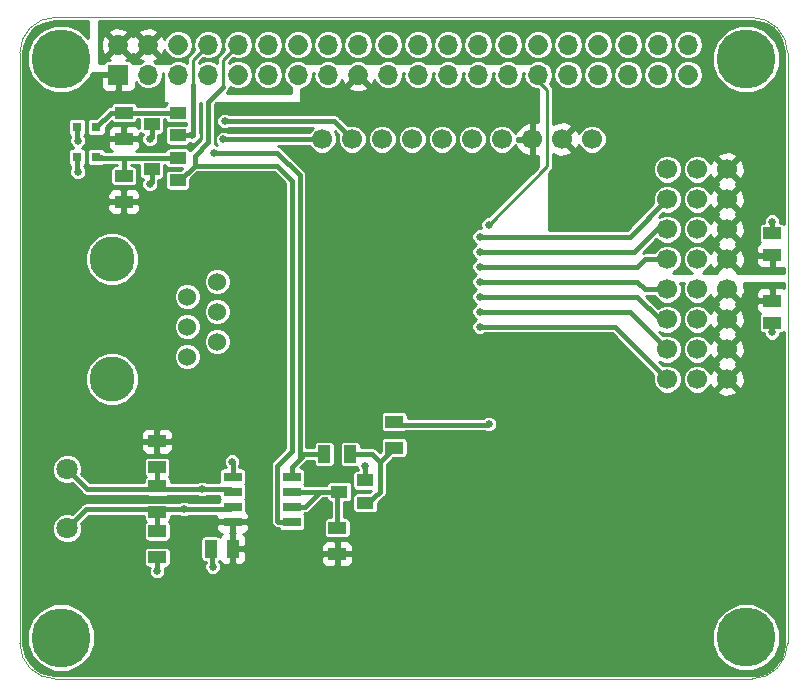
<source format=gbr>
G04 #@! TF.FileFunction,Copper,L1,Top,Signal*
%FSLAX46Y46*%
G04 Gerber Fmt 4.6, Leading zero omitted, Abs format (unit mm)*
G04 Created by KiCad (PCBNEW 4.0.2-stable) date 9/14/2021 9:27:19 PM*
%MOMM*%
G01*
G04 APERTURE LIST*
%ADD10C,0.100000*%
%ADD11R,0.800000X0.800000*%
%ADD12R,1.500000X1.000000*%
%ADD13R,1.000000X1.500000*%
%ADD14C,1.700000*%
%ADD15R,1.505000X0.802000*%
%ADD16C,5.000000*%
%ADD17C,1.800000*%
%ADD18R,1.400000X1.000000*%
%ADD19R,1.700000X1.700000*%
%ADD20C,1.700000*%
%ADD21O,1.700000X1.700000*%
%ADD22C,1.524000*%
%ADD23C,3.800000*%
%ADD24C,0.635000*%
%ADD25C,0.381000*%
%ADD26C,0.254000*%
G04 APERTURE END LIST*
D10*
X78546356Y-63817611D02*
X78546356Y-113817611D01*
X78546356Y-63817611D02*
G75*
G02X81546356Y-60817611I3000000J0D01*
G01*
X140546356Y-60817611D02*
X81546356Y-60817611D01*
X140546356Y-60817611D02*
G75*
G02X143546356Y-63817611I0J-3000000D01*
G01*
X143546356Y-113817611D02*
X143546356Y-63817611D01*
X81546356Y-116817611D02*
G75*
G02X78546356Y-113817611I0J3000000D01*
G01*
X81546356Y-116817611D02*
X140546356Y-116817611D01*
X143546351Y-113822847D02*
G75*
G02X140546356Y-116817611I-2999995J5236D01*
G01*
D11*
X83376000Y-72644000D03*
X85026000Y-72644000D03*
X83376000Y-70104000D03*
X85026000Y-70104000D03*
D12*
X142240000Y-79085000D03*
X142240000Y-80935000D03*
D13*
X94706000Y-105791000D03*
X96556000Y-105791000D03*
D12*
X142240000Y-86650000D03*
X142240000Y-84800000D03*
X90182500Y-106510000D03*
X90182500Y-104310000D03*
X110248500Y-97239000D03*
X110248500Y-95039000D03*
X105410000Y-106238400D03*
X105410000Y-104038400D03*
X90157500Y-96690000D03*
X90157500Y-98890000D03*
D13*
X106510000Y-97777500D03*
X104310000Y-97777500D03*
D12*
X90182500Y-102700000D03*
X90182500Y-100500000D03*
X87350600Y-74218800D03*
X87350600Y-76418800D03*
X87363500Y-68877000D03*
X87363500Y-71077000D03*
D14*
X104140000Y-71120000D03*
X106680000Y-71120000D03*
X109220000Y-71120000D03*
X111760000Y-71120000D03*
X114300000Y-71120000D03*
X116840000Y-71120000D03*
X119380000Y-71120000D03*
X121920000Y-71120000D03*
X124460000Y-71120000D03*
X127000000Y-71120000D03*
X133359410Y-73660000D03*
X133359410Y-76200000D03*
X133359410Y-78740000D03*
X133359410Y-81280000D03*
X133359410Y-83820000D03*
X133359410Y-86360000D03*
X133359410Y-88900000D03*
X133359410Y-91440000D03*
X138430000Y-91440000D03*
X138430000Y-88900000D03*
X138430000Y-86360000D03*
X138430000Y-83820000D03*
X138430000Y-81280000D03*
X138430000Y-78740000D03*
X138430000Y-76200000D03*
X138430000Y-73660000D03*
X135890000Y-73660000D03*
X135890000Y-76200000D03*
X135890000Y-78740000D03*
X135890000Y-81280000D03*
X135890000Y-83820000D03*
X135890000Y-86360000D03*
X135890000Y-88900000D03*
X135890000Y-91440000D03*
D15*
X101557500Y-103505000D03*
X101557500Y-102235000D03*
X101557500Y-100965000D03*
X101557500Y-99695000D03*
X96562500Y-99695000D03*
X96562500Y-100965000D03*
X96562500Y-102235000D03*
X96562500Y-103505000D03*
D16*
X82046356Y-64317611D03*
X140040000Y-64330000D03*
X82040000Y-113320000D03*
X140030000Y-113310000D03*
D17*
X82550000Y-104060000D03*
X82550000Y-99060000D03*
D18*
X107780000Y-101915000D03*
X107780000Y-100015000D03*
X105580000Y-100965000D03*
X91905000Y-74610000D03*
X91905000Y-72710000D03*
X89705000Y-73660000D03*
X91905000Y-70800000D03*
X91905000Y-68900000D03*
X89705000Y-69850000D03*
D19*
X86868000Y-65659000D03*
D20*
X86868000Y-63119000D02*
X86868000Y-63119000D01*
D21*
X89408000Y-65659000D03*
D20*
X89408000Y-63119000D02*
X89408000Y-63119000D01*
D21*
X91948000Y-65659000D03*
D20*
X91948000Y-63119000D02*
X91948000Y-63119000D01*
D21*
X94488000Y-65659000D03*
X94488000Y-63119000D03*
D20*
X97028000Y-65659000D02*
X97028000Y-65659000D01*
D21*
X97028000Y-63119000D03*
X99568000Y-65659000D03*
X99568000Y-63119000D03*
X102108000Y-65659000D03*
D20*
X102108000Y-63119000D02*
X102108000Y-63119000D01*
D21*
X104648000Y-65659000D03*
X104648000Y-63119000D03*
D20*
X107188000Y-65659000D02*
X107188000Y-65659000D01*
D21*
X107188000Y-63119000D03*
X109728000Y-65659000D03*
D20*
X109728000Y-63119000D02*
X109728000Y-63119000D01*
D21*
X112268000Y-65659000D03*
X112268000Y-63119000D03*
X114808000Y-65659000D03*
X114808000Y-63119000D03*
X117348000Y-65659000D03*
X117348000Y-63119000D03*
X119888000Y-65659000D03*
X119888000Y-63119000D03*
X122428000Y-65659000D03*
D20*
X122428000Y-63119000D02*
X122428000Y-63119000D01*
D21*
X124968000Y-65659000D03*
X124968000Y-63119000D03*
X127508000Y-65659000D03*
D20*
X127508000Y-63119000D02*
X127508000Y-63119000D01*
D21*
X130048000Y-65659000D03*
X130048000Y-63119000D03*
X132588000Y-65659000D03*
X132588000Y-63119000D03*
D20*
X135128000Y-65659000D02*
X135128000Y-65659000D01*
D21*
X135128000Y-63119000D03*
D22*
X92710000Y-89530000D03*
D23*
X86360000Y-81280000D03*
X86360000Y-91440000D03*
D22*
X92710000Y-86990000D03*
X92710000Y-84450000D03*
X95250000Y-88260000D03*
X95250000Y-85720000D03*
X95250000Y-83180000D03*
D24*
X94869000Y-107315000D03*
X89535000Y-71120000D03*
X89535000Y-74930000D03*
X142240000Y-78105000D03*
X142240000Y-87490000D03*
X96520000Y-98425000D03*
X90170000Y-107696000D03*
X83439000Y-73914000D03*
X83439000Y-71247000D03*
X107772200Y-98755200D03*
X95786617Y-71148617D03*
X95885000Y-69596000D03*
X94996000Y-72263000D03*
X93157000Y-70800000D03*
X117475000Y-86995000D03*
X117475000Y-85725000D03*
X117475000Y-84455000D03*
X117475000Y-83185000D03*
X117475000Y-81915000D03*
X117475000Y-80645000D03*
X117475000Y-79375000D03*
X118237000Y-78359000D03*
X118237000Y-95250000D03*
X92456000Y-102438200D03*
X93980000Y-100750000D03*
D25*
X94856000Y-105410000D02*
X94856000Y-107302000D01*
X94856000Y-107302000D02*
X94869000Y-107315000D01*
X89705000Y-69850000D02*
X89705000Y-70950000D01*
X89705000Y-70950000D02*
X89535000Y-71120000D01*
X89705000Y-73660000D02*
X89705000Y-74760000D01*
X89705000Y-74760000D02*
X89535000Y-74930000D01*
X142240000Y-79235000D02*
X142240000Y-78105000D01*
X142240000Y-86360000D02*
X142240000Y-87490000D01*
X90182500Y-106260000D02*
X90182500Y-107683500D01*
X96562500Y-99695000D02*
X96562500Y-98467500D01*
X96562500Y-98467500D02*
X96520000Y-98425000D01*
X83376000Y-72644000D02*
X83376000Y-73851000D01*
X83376000Y-73851000D02*
X83439000Y-73914000D01*
X83376000Y-70104000D02*
X83376000Y-71184000D01*
X83376000Y-71184000D02*
X83439000Y-71247000D01*
X107780000Y-99230000D02*
X107780000Y-100015000D01*
X107772200Y-98755200D02*
X107780000Y-99230000D01*
X142380000Y-80645000D02*
X142240000Y-80785000D01*
X92212500Y-68592500D02*
X91905000Y-68900000D01*
X91905000Y-68900000D02*
X91882000Y-68877000D01*
X91882000Y-68877000D02*
X87363500Y-68877000D01*
X86253000Y-68877000D02*
X85026000Y-70104000D01*
X87363500Y-68877000D02*
X86253000Y-68877000D01*
X91905000Y-72710000D02*
X91882000Y-72687000D01*
X91905000Y-72710000D02*
X91882000Y-72687000D01*
X85450000Y-72687000D02*
X85407000Y-72644000D01*
X85092000Y-72710000D02*
X85026000Y-72644000D01*
X87350600Y-74218800D02*
X87350600Y-72710000D01*
X91905000Y-72710000D02*
X87350600Y-72710000D01*
X87350600Y-72710000D02*
X85092000Y-72710000D01*
X104140000Y-71120000D02*
X95815234Y-71120000D01*
X95815234Y-71120000D02*
X95786617Y-71148617D01*
X95885000Y-69596000D02*
X104648000Y-69596000D01*
X104648000Y-69596000D02*
X105156000Y-69596000D01*
X105156000Y-69596000D02*
X106680000Y-71120000D01*
X104560000Y-97777500D02*
X102628500Y-97777500D01*
X102628500Y-97777500D02*
X102235010Y-98170990D01*
X100330000Y-72263000D02*
X94996000Y-72263000D01*
X102235010Y-74168010D02*
X102235010Y-98170990D01*
X100330000Y-72263000D02*
X102235010Y-74168010D01*
X101557500Y-98848500D02*
X102235000Y-98171000D01*
X102235010Y-98170990D02*
X102235000Y-98171000D01*
X101557500Y-98913000D02*
X101557500Y-98848500D01*
X91905000Y-70800000D02*
X92710000Y-70800000D01*
X92710000Y-70800000D02*
X93157000Y-70800000D01*
X101557500Y-98913000D02*
X101557500Y-99695000D01*
D26*
X94488000Y-63119000D02*
X93218000Y-64389000D01*
D25*
X93218000Y-70739000D02*
X93157000Y-70800000D01*
X93218000Y-66548000D02*
X93218000Y-70739000D01*
D26*
X93218000Y-64389000D02*
X93218000Y-66548000D01*
D25*
X101557500Y-103505000D02*
X100424000Y-103505000D01*
X100424000Y-103505000D02*
X100360499Y-103441499D01*
X100360499Y-103441499D02*
X100360499Y-98775499D01*
X100360499Y-98775499D02*
X101600000Y-97535998D01*
X101600000Y-97535998D02*
X101600000Y-74640000D01*
X101600000Y-74640000D02*
X100330000Y-73370000D01*
X100330000Y-73370000D02*
X99024000Y-73370000D01*
X99024000Y-73370000D02*
X93345000Y-73370000D01*
X93345000Y-73370000D02*
X93345000Y-72512602D01*
X93345000Y-72512602D02*
X94485801Y-71371801D01*
X93345000Y-73370000D02*
X92105000Y-74610000D01*
X92105000Y-74610000D02*
X91905000Y-74610000D01*
D26*
X97028000Y-63119000D02*
X95758000Y-64389000D01*
X95758000Y-64389000D02*
X95758000Y-66675000D01*
D25*
X95758000Y-66675000D02*
X94488000Y-67945000D01*
X94488000Y-71369602D02*
X94485801Y-71371801D01*
X94488000Y-67945000D02*
X94488000Y-71369602D01*
X94485801Y-71371801D02*
X94483602Y-71374000D01*
X132270499Y-90360499D02*
X128905000Y-86995000D01*
X128905000Y-86995000D02*
X117475000Y-86995000D01*
X133359410Y-91440000D02*
X132279909Y-90360499D01*
X132279909Y-90360499D02*
X132270499Y-90360499D01*
X130184410Y-85725000D02*
X117475000Y-85725000D01*
X133359410Y-88900000D02*
X130184410Y-85725000D01*
X130809990Y-84454990D02*
X130809980Y-84455000D01*
X130809980Y-84455000D02*
X117475000Y-84455000D01*
X132715000Y-86360000D02*
X130809990Y-84454990D01*
X133359410Y-86360000D02*
X132715000Y-86360000D01*
X130810000Y-83185000D02*
X117475000Y-83185000D01*
X131445000Y-83820000D02*
X130810000Y-83185000D01*
X133359410Y-83820000D02*
X131445000Y-83820000D01*
X131445000Y-81280000D02*
X130810000Y-81915000D01*
X130810000Y-81915000D02*
X117475000Y-81915000D01*
X133359410Y-81280000D02*
X131445000Y-81280000D01*
X130556385Y-80645000D02*
X117475000Y-80645000D01*
X133359410Y-78740000D02*
X132461385Y-78740000D01*
X132461385Y-78740000D02*
X130556385Y-80645000D01*
X130184410Y-79375000D02*
X117475000Y-79375000D01*
X133359410Y-76200000D02*
X130184410Y-79375000D01*
D26*
X122428000Y-65659000D02*
X122428000Y-66167000D01*
X122428000Y-66167000D02*
X123190000Y-66929000D01*
X123190000Y-66929000D02*
X123190000Y-73406000D01*
X123190000Y-73406000D02*
X118237000Y-78359000D01*
D25*
X110248500Y-95289000D02*
X118198000Y-95289000D01*
X118198000Y-95289000D02*
X118237000Y-95250000D01*
X90182500Y-102450000D02*
X84160000Y-102450000D01*
X84160000Y-102450000D02*
X82550000Y-104060000D01*
X90182500Y-102450000D02*
X90182500Y-104560000D01*
X92456000Y-102438200D02*
X96347500Y-102450000D01*
X96347500Y-102450000D02*
X96562500Y-102235000D01*
X90182500Y-102450000D02*
X92456000Y-102438200D01*
X90157500Y-98640000D02*
X90157500Y-100725000D01*
X90157500Y-100725000D02*
X90182500Y-100750000D01*
X90182500Y-100750000D02*
X93980000Y-100750000D01*
X93980000Y-100750000D02*
X96347500Y-100750000D01*
X96347500Y-100750000D02*
X96562500Y-100965000D01*
X82550000Y-99060000D02*
X84240000Y-100750000D01*
X84240000Y-100750000D02*
X90182500Y-100750000D01*
X105422500Y-103798000D02*
X105422500Y-101122500D01*
X105422500Y-101122500D02*
X105580000Y-100965000D01*
X105580000Y-100965000D02*
X104140000Y-100965000D01*
X104140000Y-100965000D02*
X101557500Y-100965000D01*
X102691000Y-102235000D02*
X103961000Y-100965000D01*
X101557500Y-102235000D02*
X102691000Y-102235000D01*
X103961000Y-100965000D02*
X104140000Y-100965000D01*
X105397500Y-100782500D02*
X105580000Y-100965000D01*
X106260000Y-97777500D02*
X107795262Y-97777500D01*
X108393002Y-97777500D02*
X107795262Y-97777500D01*
X108393002Y-97777500D02*
X109051501Y-98435999D01*
X109051501Y-100970499D02*
X107980000Y-101915000D01*
X110248500Y-97239000D02*
X109051501Y-98435999D01*
X109051501Y-100970499D02*
X109051501Y-98435999D01*
X107980000Y-101915000D02*
X107780000Y-101915000D01*
X108082500Y-101612500D02*
X107780000Y-101915000D01*
D26*
G36*
X141166098Y-61195925D02*
X141752592Y-61408812D01*
X142274385Y-61750915D01*
X142703477Y-62203874D01*
X143016862Y-62743405D01*
X143198928Y-63344540D01*
X143242357Y-63831156D01*
X143242357Y-78295394D01*
X143138659Y-78226106D01*
X142990000Y-78196536D01*
X142938500Y-78196536D01*
X142938500Y-77966060D01*
X142832159Y-77709332D01*
X142635668Y-77512841D01*
X142378940Y-77406500D01*
X142101060Y-77406500D01*
X141844332Y-77512841D01*
X141647841Y-77709332D01*
X141541500Y-77966060D01*
X141541500Y-78196536D01*
X141490000Y-78196536D01*
X141341341Y-78226106D01*
X141215314Y-78310314D01*
X141131106Y-78436341D01*
X141101536Y-78585000D01*
X141101536Y-79585000D01*
X141131106Y-79733659D01*
X141215314Y-79859686D01*
X141216952Y-79860781D01*
X141130301Y-79896673D01*
X140951673Y-80075302D01*
X140855000Y-80308691D01*
X140855000Y-80649250D01*
X141013750Y-80808000D01*
X142113000Y-80808000D01*
X142113000Y-80788000D01*
X142367000Y-80788000D01*
X142367000Y-80808000D01*
X142387000Y-80808000D01*
X142387000Y-81062000D01*
X142367000Y-81062000D01*
X142367000Y-81911250D01*
X142525750Y-82070000D01*
X143116310Y-82070000D01*
X143242357Y-82017790D01*
X143242357Y-82423000D01*
X139262716Y-82423000D01*
X139294353Y-82323958D01*
X138430000Y-81459605D01*
X137565647Y-82323958D01*
X137597284Y-82423000D01*
X136347313Y-82423000D01*
X136587306Y-82323592D01*
X136933592Y-81977306D01*
X137016195Y-81777884D01*
X137134741Y-82064080D01*
X137386042Y-82144353D01*
X138250395Y-81280000D01*
X138609605Y-81280000D01*
X139473958Y-82144353D01*
X139725259Y-82064080D01*
X139926718Y-81508721D01*
X139913835Y-81220750D01*
X140855000Y-81220750D01*
X140855000Y-81561309D01*
X140951673Y-81794698D01*
X141130301Y-81973327D01*
X141363690Y-82070000D01*
X141954250Y-82070000D01*
X142113000Y-81911250D01*
X142113000Y-81062000D01*
X141013750Y-81062000D01*
X140855000Y-81220750D01*
X139913835Y-81220750D01*
X139900315Y-80918542D01*
X139725259Y-80495920D01*
X139473958Y-80415647D01*
X138609605Y-81280000D01*
X138250395Y-81280000D01*
X137386042Y-80415647D01*
X137134741Y-80495920D01*
X137024046Y-80801071D01*
X136933592Y-80582694D01*
X136587306Y-80236408D01*
X136134861Y-80049000D01*
X135645139Y-80049000D01*
X135192694Y-80236408D01*
X134846408Y-80582694D01*
X134659000Y-81035139D01*
X134659000Y-81524861D01*
X134846408Y-81977306D01*
X135192694Y-82323592D01*
X135432687Y-82423000D01*
X133816723Y-82423000D01*
X134056716Y-82323592D01*
X134403002Y-81977306D01*
X134590410Y-81524861D01*
X134590410Y-81035139D01*
X134403002Y-80582694D01*
X134056716Y-80236408D01*
X133604271Y-80049000D01*
X133114549Y-80049000D01*
X132662104Y-80236408D01*
X132315818Y-80582694D01*
X132263708Y-80708500D01*
X131501282Y-80708500D01*
X131445000Y-80697305D01*
X131388718Y-80708500D01*
X131388714Y-80708500D01*
X131279354Y-80730253D01*
X132444060Y-79565548D01*
X132662104Y-79783592D01*
X133114549Y-79971000D01*
X133604271Y-79971000D01*
X134056716Y-79783592D01*
X134403002Y-79437306D01*
X134590410Y-78984861D01*
X134590410Y-78495139D01*
X134659000Y-78495139D01*
X134659000Y-78984861D01*
X134846408Y-79437306D01*
X135192694Y-79783592D01*
X135645139Y-79971000D01*
X136134861Y-79971000D01*
X136586422Y-79783958D01*
X137565647Y-79783958D01*
X137637852Y-80010000D01*
X137565647Y-80236042D01*
X138430000Y-81100395D01*
X139294353Y-80236042D01*
X139222148Y-80010000D01*
X139294353Y-79783958D01*
X138430000Y-78919605D01*
X137565647Y-79783958D01*
X136586422Y-79783958D01*
X136587306Y-79783592D01*
X136933592Y-79437306D01*
X137016195Y-79237884D01*
X137134741Y-79524080D01*
X137386042Y-79604353D01*
X138250395Y-78740000D01*
X138609605Y-78740000D01*
X139473958Y-79604353D01*
X139725259Y-79524080D01*
X139926718Y-78968721D01*
X139900315Y-78378542D01*
X139725259Y-77955920D01*
X139473958Y-77875647D01*
X138609605Y-78740000D01*
X138250395Y-78740000D01*
X137386042Y-77875647D01*
X137134741Y-77955920D01*
X137024046Y-78261071D01*
X136933592Y-78042694D01*
X136587306Y-77696408D01*
X136134861Y-77509000D01*
X135645139Y-77509000D01*
X135192694Y-77696408D01*
X134846408Y-78042694D01*
X134659000Y-78495139D01*
X134590410Y-78495139D01*
X134403002Y-78042694D01*
X134056716Y-77696408D01*
X133604271Y-77509000D01*
X133114549Y-77509000D01*
X132677674Y-77689959D01*
X132988743Y-77378890D01*
X133114549Y-77431000D01*
X133604271Y-77431000D01*
X134056716Y-77243592D01*
X134403002Y-76897306D01*
X134590410Y-76444861D01*
X134590410Y-75955139D01*
X134659000Y-75955139D01*
X134659000Y-76444861D01*
X134846408Y-76897306D01*
X135192694Y-77243592D01*
X135645139Y-77431000D01*
X136134861Y-77431000D01*
X136586422Y-77243958D01*
X137565647Y-77243958D01*
X137637852Y-77470000D01*
X137565647Y-77696042D01*
X138430000Y-78560395D01*
X139294353Y-77696042D01*
X139222148Y-77470000D01*
X139294353Y-77243958D01*
X138430000Y-76379605D01*
X137565647Y-77243958D01*
X136586422Y-77243958D01*
X136587306Y-77243592D01*
X136933592Y-76897306D01*
X137016195Y-76697884D01*
X137134741Y-76984080D01*
X137386042Y-77064353D01*
X138250395Y-76200000D01*
X138609605Y-76200000D01*
X139473958Y-77064353D01*
X139725259Y-76984080D01*
X139926718Y-76428721D01*
X139900315Y-75838542D01*
X139725259Y-75415920D01*
X139473958Y-75335647D01*
X138609605Y-76200000D01*
X138250395Y-76200000D01*
X137386042Y-75335647D01*
X137134741Y-75415920D01*
X137024046Y-75721071D01*
X136933592Y-75502694D01*
X136587306Y-75156408D01*
X136134861Y-74969000D01*
X135645139Y-74969000D01*
X135192694Y-75156408D01*
X134846408Y-75502694D01*
X134659000Y-75955139D01*
X134590410Y-75955139D01*
X134403002Y-75502694D01*
X134056716Y-75156408D01*
X133604271Y-74969000D01*
X133114549Y-74969000D01*
X132662104Y-75156408D01*
X132315818Y-75502694D01*
X132128410Y-75955139D01*
X132128410Y-76444861D01*
X132180520Y-76570667D01*
X129947688Y-78803500D01*
X123317000Y-78803500D01*
X123317000Y-73997421D01*
X123513835Y-73800586D01*
X123556247Y-73772247D01*
X123584586Y-73729835D01*
X123584588Y-73729833D01*
X123668525Y-73604212D01*
X123692300Y-73484686D01*
X123698000Y-73456032D01*
X123698000Y-73456028D01*
X123706133Y-73415139D01*
X132128410Y-73415139D01*
X132128410Y-73904861D01*
X132315818Y-74357306D01*
X132662104Y-74703592D01*
X133114549Y-74891000D01*
X133604271Y-74891000D01*
X134056716Y-74703592D01*
X134403002Y-74357306D01*
X134590410Y-73904861D01*
X134590410Y-73415139D01*
X134659000Y-73415139D01*
X134659000Y-73904861D01*
X134846408Y-74357306D01*
X135192694Y-74703592D01*
X135645139Y-74891000D01*
X136134861Y-74891000D01*
X136586422Y-74703958D01*
X137565647Y-74703958D01*
X137637852Y-74930000D01*
X137565647Y-75156042D01*
X138430000Y-76020395D01*
X139294353Y-75156042D01*
X139222148Y-74930000D01*
X139294353Y-74703958D01*
X138430000Y-73839605D01*
X137565647Y-74703958D01*
X136586422Y-74703958D01*
X136587306Y-74703592D01*
X136933592Y-74357306D01*
X137016195Y-74157884D01*
X137134741Y-74444080D01*
X137386042Y-74524353D01*
X138250395Y-73660000D01*
X138609605Y-73660000D01*
X139473958Y-74524353D01*
X139725259Y-74444080D01*
X139926718Y-73888721D01*
X139900315Y-73298542D01*
X139725259Y-72875920D01*
X139473958Y-72795647D01*
X138609605Y-73660000D01*
X138250395Y-73660000D01*
X137386042Y-72795647D01*
X137134741Y-72875920D01*
X137024046Y-73181071D01*
X136933592Y-72962694D01*
X136587306Y-72616408D01*
X136586423Y-72616042D01*
X137565647Y-72616042D01*
X138430000Y-73480395D01*
X139294353Y-72616042D01*
X139214080Y-72364741D01*
X138658721Y-72163282D01*
X138068542Y-72189685D01*
X137645920Y-72364741D01*
X137565647Y-72616042D01*
X136586423Y-72616042D01*
X136134861Y-72429000D01*
X135645139Y-72429000D01*
X135192694Y-72616408D01*
X134846408Y-72962694D01*
X134659000Y-73415139D01*
X134590410Y-73415139D01*
X134403002Y-72962694D01*
X134056716Y-72616408D01*
X133604271Y-72429000D01*
X133114549Y-72429000D01*
X132662104Y-72616408D01*
X132315818Y-72962694D01*
X132128410Y-73415139D01*
X123706133Y-73415139D01*
X123707951Y-73406000D01*
X123698000Y-73355972D01*
X123698000Y-72423269D01*
X124231279Y-72616718D01*
X124821458Y-72590315D01*
X125244080Y-72415259D01*
X125324353Y-72163958D01*
X124460000Y-71299605D01*
X124445858Y-71313748D01*
X124266253Y-71134143D01*
X124280395Y-71120000D01*
X124639605Y-71120000D01*
X125503958Y-71984353D01*
X125755259Y-71904080D01*
X125865954Y-71598929D01*
X125956408Y-71817306D01*
X126302694Y-72163592D01*
X126755139Y-72351000D01*
X127244861Y-72351000D01*
X127697306Y-72163592D01*
X128043592Y-71817306D01*
X128231000Y-71364861D01*
X128231000Y-70875139D01*
X128043592Y-70422694D01*
X127697306Y-70076408D01*
X127244861Y-69889000D01*
X126755139Y-69889000D01*
X126302694Y-70076408D01*
X125956408Y-70422694D01*
X125873805Y-70622116D01*
X125755259Y-70335920D01*
X125503958Y-70255647D01*
X124639605Y-71120000D01*
X124280395Y-71120000D01*
X124266253Y-71105858D01*
X124445858Y-70926253D01*
X124460000Y-70940395D01*
X125324353Y-70076042D01*
X125244080Y-69824741D01*
X124688721Y-69623282D01*
X124098542Y-69649685D01*
X123698000Y-69815595D01*
X123698000Y-66979028D01*
X123707951Y-66929000D01*
X123698000Y-66878972D01*
X123698000Y-66878968D01*
X123668525Y-66730788D01*
X123611554Y-66645525D01*
X123584588Y-66605167D01*
X123584586Y-66605165D01*
X123556247Y-66562753D01*
X123513835Y-66534415D01*
X123399784Y-66420363D01*
X123587576Y-66139312D01*
X123683116Y-65659000D01*
X123712884Y-65659000D01*
X123808424Y-66139312D01*
X124080499Y-66546501D01*
X124487688Y-66818576D01*
X124846761Y-66890000D01*
X125089239Y-66890000D01*
X125448312Y-66818576D01*
X125855501Y-66546501D01*
X126127576Y-66139312D01*
X126223116Y-65659000D01*
X126252884Y-65659000D01*
X126348424Y-66139312D01*
X126620499Y-66546501D01*
X127027688Y-66818576D01*
X127386761Y-66890000D01*
X127629239Y-66890000D01*
X127988312Y-66818576D01*
X128395501Y-66546501D01*
X128667576Y-66139312D01*
X128763116Y-65659000D01*
X128792884Y-65659000D01*
X128888424Y-66139312D01*
X129160499Y-66546501D01*
X129567688Y-66818576D01*
X129926761Y-66890000D01*
X130169239Y-66890000D01*
X130528312Y-66818576D01*
X130935501Y-66546501D01*
X131207576Y-66139312D01*
X131303116Y-65659000D01*
X131332884Y-65659000D01*
X131428424Y-66139312D01*
X131700499Y-66546501D01*
X132107688Y-66818576D01*
X132466761Y-66890000D01*
X132709239Y-66890000D01*
X133068312Y-66818576D01*
X133475501Y-66546501D01*
X133747576Y-66139312D01*
X133843116Y-65659000D01*
X133872884Y-65659000D01*
X133968424Y-66139312D01*
X134240499Y-66546501D01*
X134647688Y-66818576D01*
X135006761Y-66890000D01*
X135249239Y-66890000D01*
X135608312Y-66818576D01*
X136015501Y-66546501D01*
X136287576Y-66139312D01*
X136383116Y-65659000D01*
X136287576Y-65178688D01*
X136015501Y-64771499D01*
X135608312Y-64499424D01*
X135249239Y-64428000D01*
X135006761Y-64428000D01*
X134647688Y-64499424D01*
X134240499Y-64771499D01*
X133968424Y-65178688D01*
X133872884Y-65659000D01*
X133843116Y-65659000D01*
X133747576Y-65178688D01*
X133475501Y-64771499D01*
X133068312Y-64499424D01*
X132709239Y-64428000D01*
X132466761Y-64428000D01*
X132107688Y-64499424D01*
X131700499Y-64771499D01*
X131428424Y-65178688D01*
X131332884Y-65659000D01*
X131303116Y-65659000D01*
X131207576Y-65178688D01*
X130935501Y-64771499D01*
X130528312Y-64499424D01*
X130169239Y-64428000D01*
X129926761Y-64428000D01*
X129567688Y-64499424D01*
X129160499Y-64771499D01*
X128888424Y-65178688D01*
X128792884Y-65659000D01*
X128763116Y-65659000D01*
X128667576Y-65178688D01*
X128395501Y-64771499D01*
X127988312Y-64499424D01*
X127629239Y-64428000D01*
X127386761Y-64428000D01*
X127027688Y-64499424D01*
X126620499Y-64771499D01*
X126348424Y-65178688D01*
X126252884Y-65659000D01*
X126223116Y-65659000D01*
X126127576Y-65178688D01*
X125855501Y-64771499D01*
X125448312Y-64499424D01*
X125089239Y-64428000D01*
X124846761Y-64428000D01*
X124487688Y-64499424D01*
X124080499Y-64771499D01*
X123808424Y-65178688D01*
X123712884Y-65659000D01*
X123683116Y-65659000D01*
X123587576Y-65178688D01*
X123317000Y-64773742D01*
X123317000Y-64770000D01*
X123307333Y-64721399D01*
X123279803Y-64680197D01*
X123238601Y-64652667D01*
X123190000Y-64643000D01*
X123123189Y-64643000D01*
X122908312Y-64499424D01*
X122549239Y-64428000D01*
X122306761Y-64428000D01*
X121947688Y-64499424D01*
X121732811Y-64643000D01*
X120583189Y-64643000D01*
X120368312Y-64499424D01*
X120009239Y-64428000D01*
X119766761Y-64428000D01*
X119407688Y-64499424D01*
X119192811Y-64643000D01*
X118043189Y-64643000D01*
X117828312Y-64499424D01*
X117469239Y-64428000D01*
X117226761Y-64428000D01*
X116867688Y-64499424D01*
X116652811Y-64643000D01*
X115503189Y-64643000D01*
X115288312Y-64499424D01*
X114929239Y-64428000D01*
X114686761Y-64428000D01*
X114327688Y-64499424D01*
X114112811Y-64643000D01*
X112963189Y-64643000D01*
X112748312Y-64499424D01*
X112389239Y-64428000D01*
X112146761Y-64428000D01*
X111787688Y-64499424D01*
X111572811Y-64643000D01*
X110423189Y-64643000D01*
X110208312Y-64499424D01*
X109849239Y-64428000D01*
X109606761Y-64428000D01*
X109247688Y-64499424D01*
X109032811Y-64643000D01*
X107883189Y-64643000D01*
X107668312Y-64499424D01*
X107309239Y-64428000D01*
X107066761Y-64428000D01*
X106707688Y-64499424D01*
X106492811Y-64643000D01*
X105343189Y-64643000D01*
X105128312Y-64499424D01*
X104769239Y-64428000D01*
X104526761Y-64428000D01*
X104167688Y-64499424D01*
X103952811Y-64643000D01*
X102803189Y-64643000D01*
X102588312Y-64499424D01*
X102229239Y-64428000D01*
X101986761Y-64428000D01*
X101627688Y-64499424D01*
X101220499Y-64771499D01*
X100948424Y-65178688D01*
X100852884Y-65659000D01*
X100948424Y-66139312D01*
X101220499Y-66546501D01*
X101473000Y-66715217D01*
X101473000Y-67183000D01*
X96058223Y-67183000D01*
X96201911Y-67039312D01*
X96296340Y-66897989D01*
X96339770Y-66679650D01*
X96547688Y-66818576D01*
X96906761Y-66890000D01*
X97149239Y-66890000D01*
X97508312Y-66818576D01*
X97915501Y-66546501D01*
X98187576Y-66139312D01*
X98283116Y-65659000D01*
X98312884Y-65659000D01*
X98408424Y-66139312D01*
X98680499Y-66546501D01*
X99087688Y-66818576D01*
X99446761Y-66890000D01*
X99689239Y-66890000D01*
X100048312Y-66818576D01*
X100455501Y-66546501D01*
X100727576Y-66139312D01*
X100823116Y-65659000D01*
X100727576Y-65178688D01*
X100455501Y-64771499D01*
X100048312Y-64499424D01*
X99689239Y-64428000D01*
X99446761Y-64428000D01*
X99087688Y-64499424D01*
X98680499Y-64771499D01*
X98408424Y-65178688D01*
X98312884Y-65659000D01*
X98283116Y-65659000D01*
X98187576Y-65178688D01*
X97915501Y-64771499D01*
X97508312Y-64499424D01*
X97149239Y-64428000D01*
X96906761Y-64428000D01*
X96547688Y-64499424D01*
X96266000Y-64687642D01*
X96266000Y-64599420D01*
X96580348Y-64285072D01*
X96906761Y-64350000D01*
X97149239Y-64350000D01*
X97508312Y-64278576D01*
X97915501Y-64006501D01*
X98187576Y-63599312D01*
X98283116Y-63119000D01*
X98312884Y-63119000D01*
X98408424Y-63599312D01*
X98680499Y-64006501D01*
X99087688Y-64278576D01*
X99446761Y-64350000D01*
X99689239Y-64350000D01*
X100048312Y-64278576D01*
X100455501Y-64006501D01*
X100727576Y-63599312D01*
X100823116Y-63119000D01*
X100852884Y-63119000D01*
X100948424Y-63599312D01*
X101220499Y-64006501D01*
X101627688Y-64278576D01*
X101986761Y-64350000D01*
X102229239Y-64350000D01*
X102588312Y-64278576D01*
X102995501Y-64006501D01*
X103267576Y-63599312D01*
X103363116Y-63119000D01*
X103392884Y-63119000D01*
X103488424Y-63599312D01*
X103760499Y-64006501D01*
X104167688Y-64278576D01*
X104526761Y-64350000D01*
X104769239Y-64350000D01*
X105128312Y-64278576D01*
X105535501Y-64006501D01*
X105807576Y-63599312D01*
X105903116Y-63119000D01*
X105932884Y-63119000D01*
X106028424Y-63599312D01*
X106300499Y-64006501D01*
X106707688Y-64278576D01*
X107066761Y-64350000D01*
X107309239Y-64350000D01*
X107668312Y-64278576D01*
X108075501Y-64006501D01*
X108347576Y-63599312D01*
X108443116Y-63119000D01*
X108472884Y-63119000D01*
X108568424Y-63599312D01*
X108840499Y-64006501D01*
X109247688Y-64278576D01*
X109606761Y-64350000D01*
X109849239Y-64350000D01*
X110208312Y-64278576D01*
X110615501Y-64006501D01*
X110887576Y-63599312D01*
X110983116Y-63119000D01*
X111012884Y-63119000D01*
X111108424Y-63599312D01*
X111380499Y-64006501D01*
X111787688Y-64278576D01*
X112146761Y-64350000D01*
X112389239Y-64350000D01*
X112748312Y-64278576D01*
X113155501Y-64006501D01*
X113427576Y-63599312D01*
X113523116Y-63119000D01*
X113552884Y-63119000D01*
X113648424Y-63599312D01*
X113920499Y-64006501D01*
X114327688Y-64278576D01*
X114686761Y-64350000D01*
X114929239Y-64350000D01*
X115288312Y-64278576D01*
X115695501Y-64006501D01*
X115967576Y-63599312D01*
X116063116Y-63119000D01*
X116092884Y-63119000D01*
X116188424Y-63599312D01*
X116460499Y-64006501D01*
X116867688Y-64278576D01*
X117226761Y-64350000D01*
X117469239Y-64350000D01*
X117828312Y-64278576D01*
X118235501Y-64006501D01*
X118507576Y-63599312D01*
X118603116Y-63119000D01*
X118632884Y-63119000D01*
X118728424Y-63599312D01*
X119000499Y-64006501D01*
X119407688Y-64278576D01*
X119766761Y-64350000D01*
X120009239Y-64350000D01*
X120368312Y-64278576D01*
X120775501Y-64006501D01*
X121047576Y-63599312D01*
X121143116Y-63119000D01*
X121172884Y-63119000D01*
X121268424Y-63599312D01*
X121540499Y-64006501D01*
X121947688Y-64278576D01*
X122306761Y-64350000D01*
X122549239Y-64350000D01*
X122908312Y-64278576D01*
X123315501Y-64006501D01*
X123587576Y-63599312D01*
X123683116Y-63119000D01*
X123712884Y-63119000D01*
X123808424Y-63599312D01*
X124080499Y-64006501D01*
X124487688Y-64278576D01*
X124846761Y-64350000D01*
X125089239Y-64350000D01*
X125448312Y-64278576D01*
X125855501Y-64006501D01*
X126127576Y-63599312D01*
X126223116Y-63119000D01*
X126252884Y-63119000D01*
X126348424Y-63599312D01*
X126620499Y-64006501D01*
X127027688Y-64278576D01*
X127386761Y-64350000D01*
X127629239Y-64350000D01*
X127988312Y-64278576D01*
X128395501Y-64006501D01*
X128667576Y-63599312D01*
X128763116Y-63119000D01*
X128792884Y-63119000D01*
X128888424Y-63599312D01*
X129160499Y-64006501D01*
X129567688Y-64278576D01*
X129926761Y-64350000D01*
X130169239Y-64350000D01*
X130528312Y-64278576D01*
X130935501Y-64006501D01*
X131207576Y-63599312D01*
X131303116Y-63119000D01*
X131332884Y-63119000D01*
X131428424Y-63599312D01*
X131700499Y-64006501D01*
X132107688Y-64278576D01*
X132466761Y-64350000D01*
X132709239Y-64350000D01*
X133068312Y-64278576D01*
X133475501Y-64006501D01*
X133747576Y-63599312D01*
X133843116Y-63119000D01*
X133872884Y-63119000D01*
X133968424Y-63599312D01*
X134240499Y-64006501D01*
X134647688Y-64278576D01*
X135006761Y-64350000D01*
X135249239Y-64350000D01*
X135608312Y-64278576D01*
X136015501Y-64006501D01*
X136182257Y-63756933D01*
X137159000Y-63756933D01*
X137159000Y-64903067D01*
X137597606Y-65961955D01*
X138408045Y-66772394D01*
X139466933Y-67211000D01*
X140613067Y-67211000D01*
X141671955Y-66772394D01*
X142482394Y-65961955D01*
X142921000Y-64903067D01*
X142921000Y-63756933D01*
X142482394Y-62698045D01*
X141671955Y-61887606D01*
X140613067Y-61449000D01*
X139466933Y-61449000D01*
X138408045Y-61887606D01*
X137597606Y-62698045D01*
X137159000Y-63756933D01*
X136182257Y-63756933D01*
X136287576Y-63599312D01*
X136383116Y-63119000D01*
X136287576Y-62638688D01*
X136015501Y-62231499D01*
X135608312Y-61959424D01*
X135249239Y-61888000D01*
X135006761Y-61888000D01*
X134647688Y-61959424D01*
X134240499Y-62231499D01*
X133968424Y-62638688D01*
X133872884Y-63119000D01*
X133843116Y-63119000D01*
X133747576Y-62638688D01*
X133475501Y-62231499D01*
X133068312Y-61959424D01*
X132709239Y-61888000D01*
X132466761Y-61888000D01*
X132107688Y-61959424D01*
X131700499Y-62231499D01*
X131428424Y-62638688D01*
X131332884Y-63119000D01*
X131303116Y-63119000D01*
X131207576Y-62638688D01*
X130935501Y-62231499D01*
X130528312Y-61959424D01*
X130169239Y-61888000D01*
X129926761Y-61888000D01*
X129567688Y-61959424D01*
X129160499Y-62231499D01*
X128888424Y-62638688D01*
X128792884Y-63119000D01*
X128763116Y-63119000D01*
X128667576Y-62638688D01*
X128395501Y-62231499D01*
X127988312Y-61959424D01*
X127629239Y-61888000D01*
X127386761Y-61888000D01*
X127027688Y-61959424D01*
X126620499Y-62231499D01*
X126348424Y-62638688D01*
X126252884Y-63119000D01*
X126223116Y-63119000D01*
X126127576Y-62638688D01*
X125855501Y-62231499D01*
X125448312Y-61959424D01*
X125089239Y-61888000D01*
X124846761Y-61888000D01*
X124487688Y-61959424D01*
X124080499Y-62231499D01*
X123808424Y-62638688D01*
X123712884Y-63119000D01*
X123683116Y-63119000D01*
X123587576Y-62638688D01*
X123315501Y-62231499D01*
X122908312Y-61959424D01*
X122549239Y-61888000D01*
X122306761Y-61888000D01*
X121947688Y-61959424D01*
X121540499Y-62231499D01*
X121268424Y-62638688D01*
X121172884Y-63119000D01*
X121143116Y-63119000D01*
X121047576Y-62638688D01*
X120775501Y-62231499D01*
X120368312Y-61959424D01*
X120009239Y-61888000D01*
X119766761Y-61888000D01*
X119407688Y-61959424D01*
X119000499Y-62231499D01*
X118728424Y-62638688D01*
X118632884Y-63119000D01*
X118603116Y-63119000D01*
X118507576Y-62638688D01*
X118235501Y-62231499D01*
X117828312Y-61959424D01*
X117469239Y-61888000D01*
X117226761Y-61888000D01*
X116867688Y-61959424D01*
X116460499Y-62231499D01*
X116188424Y-62638688D01*
X116092884Y-63119000D01*
X116063116Y-63119000D01*
X115967576Y-62638688D01*
X115695501Y-62231499D01*
X115288312Y-61959424D01*
X114929239Y-61888000D01*
X114686761Y-61888000D01*
X114327688Y-61959424D01*
X113920499Y-62231499D01*
X113648424Y-62638688D01*
X113552884Y-63119000D01*
X113523116Y-63119000D01*
X113427576Y-62638688D01*
X113155501Y-62231499D01*
X112748312Y-61959424D01*
X112389239Y-61888000D01*
X112146761Y-61888000D01*
X111787688Y-61959424D01*
X111380499Y-62231499D01*
X111108424Y-62638688D01*
X111012884Y-63119000D01*
X110983116Y-63119000D01*
X110887576Y-62638688D01*
X110615501Y-62231499D01*
X110208312Y-61959424D01*
X109849239Y-61888000D01*
X109606761Y-61888000D01*
X109247688Y-61959424D01*
X108840499Y-62231499D01*
X108568424Y-62638688D01*
X108472884Y-63119000D01*
X108443116Y-63119000D01*
X108347576Y-62638688D01*
X108075501Y-62231499D01*
X107668312Y-61959424D01*
X107309239Y-61888000D01*
X107066761Y-61888000D01*
X106707688Y-61959424D01*
X106300499Y-62231499D01*
X106028424Y-62638688D01*
X105932884Y-63119000D01*
X105903116Y-63119000D01*
X105807576Y-62638688D01*
X105535501Y-62231499D01*
X105128312Y-61959424D01*
X104769239Y-61888000D01*
X104526761Y-61888000D01*
X104167688Y-61959424D01*
X103760499Y-62231499D01*
X103488424Y-62638688D01*
X103392884Y-63119000D01*
X103363116Y-63119000D01*
X103267576Y-62638688D01*
X102995501Y-62231499D01*
X102588312Y-61959424D01*
X102229239Y-61888000D01*
X101986761Y-61888000D01*
X101627688Y-61959424D01*
X101220499Y-62231499D01*
X100948424Y-62638688D01*
X100852884Y-63119000D01*
X100823116Y-63119000D01*
X100727576Y-62638688D01*
X100455501Y-62231499D01*
X100048312Y-61959424D01*
X99689239Y-61888000D01*
X99446761Y-61888000D01*
X99087688Y-61959424D01*
X98680499Y-62231499D01*
X98408424Y-62638688D01*
X98312884Y-63119000D01*
X98283116Y-63119000D01*
X98187576Y-62638688D01*
X97915501Y-62231499D01*
X97508312Y-61959424D01*
X97149239Y-61888000D01*
X96906761Y-61888000D01*
X96547688Y-61959424D01*
X96140499Y-62231499D01*
X95868424Y-62638688D01*
X95772884Y-63119000D01*
X95861928Y-63566652D01*
X95434168Y-63994412D01*
X95391753Y-64022753D01*
X95279475Y-64190789D01*
X95250000Y-64338969D01*
X95250000Y-64338972D01*
X95240049Y-64389000D01*
X95250000Y-64439028D01*
X95250000Y-64687642D01*
X94968312Y-64499424D01*
X94609239Y-64428000D01*
X94366761Y-64428000D01*
X94007688Y-64499424D01*
X93726000Y-64687642D01*
X93726000Y-64599420D01*
X94040348Y-64285072D01*
X94366761Y-64350000D01*
X94609239Y-64350000D01*
X94968312Y-64278576D01*
X95375501Y-64006501D01*
X95647576Y-63599312D01*
X95743116Y-63119000D01*
X95647576Y-62638688D01*
X95375501Y-62231499D01*
X94968312Y-61959424D01*
X94609239Y-61888000D01*
X94366761Y-61888000D01*
X94007688Y-61959424D01*
X93600499Y-62231499D01*
X93328424Y-62638688D01*
X93232884Y-63119000D01*
X93321928Y-63566652D01*
X92894168Y-63994412D01*
X92851753Y-64022753D01*
X92739475Y-64190789D01*
X92710000Y-64338969D01*
X92710000Y-64338972D01*
X92700049Y-64389000D01*
X92710000Y-64439028D01*
X92710000Y-64687642D01*
X92428312Y-64499424D01*
X92069239Y-64428000D01*
X91826761Y-64428000D01*
X91467688Y-64499424D01*
X91252811Y-64643000D01*
X90103189Y-64643000D01*
X89897492Y-64505558D01*
X90174918Y-64390637D01*
X90251688Y-64142293D01*
X89408000Y-63298605D01*
X88563842Y-64142763D01*
X88641076Y-64390645D01*
X88937233Y-64497525D01*
X88927688Y-64499424D01*
X88712811Y-64643000D01*
X88065307Y-64643000D01*
X87992686Y-64534314D01*
X87866659Y-64450106D01*
X87718000Y-64420536D01*
X87552098Y-64420536D01*
X87634924Y-64390645D01*
X87712158Y-64142763D01*
X86868000Y-63298605D01*
X86024312Y-64142293D01*
X86101082Y-64390637D01*
X86173260Y-64420536D01*
X86018000Y-64420536D01*
X85869341Y-64450106D01*
X85743314Y-64534314D01*
X85670693Y-64643000D01*
X85217000Y-64643000D01*
X85217000Y-62897092D01*
X85399664Y-62897092D01*
X85426514Y-63475892D01*
X85596363Y-63885918D01*
X85844707Y-63962688D01*
X86688395Y-63119000D01*
X87047605Y-63119000D01*
X87891763Y-63963158D01*
X88138000Y-63886437D01*
X88384237Y-63963158D01*
X89228395Y-63119000D01*
X89587605Y-63119000D01*
X90431293Y-63962688D01*
X90679637Y-63885918D01*
X90794558Y-63608492D01*
X91060499Y-64006501D01*
X91467688Y-64278576D01*
X91826761Y-64350000D01*
X92069239Y-64350000D01*
X92428312Y-64278576D01*
X92835501Y-64006501D01*
X93107576Y-63599312D01*
X93203116Y-63119000D01*
X93107576Y-62638688D01*
X92835501Y-62231499D01*
X92428312Y-61959424D01*
X92069239Y-61888000D01*
X91826761Y-61888000D01*
X91467688Y-61959424D01*
X91060499Y-62231499D01*
X90788424Y-62638688D01*
X90786525Y-62648233D01*
X90679645Y-62352076D01*
X90431763Y-62274842D01*
X89587605Y-63119000D01*
X89228395Y-63119000D01*
X88384707Y-62275312D01*
X88138000Y-62351576D01*
X87891293Y-62275312D01*
X87047605Y-63119000D01*
X86688395Y-63119000D01*
X85844237Y-62274842D01*
X85596355Y-62352076D01*
X85399664Y-62897092D01*
X85217000Y-62897092D01*
X85217000Y-62095237D01*
X86023842Y-62095237D01*
X86868000Y-62939395D01*
X87711688Y-62095707D01*
X88564312Y-62095707D01*
X89408000Y-62939395D01*
X90252158Y-62095237D01*
X90174924Y-61847355D01*
X89629908Y-61650664D01*
X89051108Y-61677514D01*
X88641082Y-61847363D01*
X88564312Y-62095707D01*
X87711688Y-62095707D01*
X87634918Y-61847363D01*
X87224892Y-61677514D01*
X86646092Y-61650664D01*
X86101076Y-61847355D01*
X86023842Y-62095237D01*
X85217000Y-62095237D01*
X85217000Y-61121611D01*
X140528692Y-61121611D01*
X141166098Y-61195925D01*
X141166098Y-61195925D01*
G37*
X141166098Y-61195925D02*
X141752592Y-61408812D01*
X142274385Y-61750915D01*
X142703477Y-62203874D01*
X143016862Y-62743405D01*
X143198928Y-63344540D01*
X143242357Y-63831156D01*
X143242357Y-78295394D01*
X143138659Y-78226106D01*
X142990000Y-78196536D01*
X142938500Y-78196536D01*
X142938500Y-77966060D01*
X142832159Y-77709332D01*
X142635668Y-77512841D01*
X142378940Y-77406500D01*
X142101060Y-77406500D01*
X141844332Y-77512841D01*
X141647841Y-77709332D01*
X141541500Y-77966060D01*
X141541500Y-78196536D01*
X141490000Y-78196536D01*
X141341341Y-78226106D01*
X141215314Y-78310314D01*
X141131106Y-78436341D01*
X141101536Y-78585000D01*
X141101536Y-79585000D01*
X141131106Y-79733659D01*
X141215314Y-79859686D01*
X141216952Y-79860781D01*
X141130301Y-79896673D01*
X140951673Y-80075302D01*
X140855000Y-80308691D01*
X140855000Y-80649250D01*
X141013750Y-80808000D01*
X142113000Y-80808000D01*
X142113000Y-80788000D01*
X142367000Y-80788000D01*
X142367000Y-80808000D01*
X142387000Y-80808000D01*
X142387000Y-81062000D01*
X142367000Y-81062000D01*
X142367000Y-81911250D01*
X142525750Y-82070000D01*
X143116310Y-82070000D01*
X143242357Y-82017790D01*
X143242357Y-82423000D01*
X139262716Y-82423000D01*
X139294353Y-82323958D01*
X138430000Y-81459605D01*
X137565647Y-82323958D01*
X137597284Y-82423000D01*
X136347313Y-82423000D01*
X136587306Y-82323592D01*
X136933592Y-81977306D01*
X137016195Y-81777884D01*
X137134741Y-82064080D01*
X137386042Y-82144353D01*
X138250395Y-81280000D01*
X138609605Y-81280000D01*
X139473958Y-82144353D01*
X139725259Y-82064080D01*
X139926718Y-81508721D01*
X139913835Y-81220750D01*
X140855000Y-81220750D01*
X140855000Y-81561309D01*
X140951673Y-81794698D01*
X141130301Y-81973327D01*
X141363690Y-82070000D01*
X141954250Y-82070000D01*
X142113000Y-81911250D01*
X142113000Y-81062000D01*
X141013750Y-81062000D01*
X140855000Y-81220750D01*
X139913835Y-81220750D01*
X139900315Y-80918542D01*
X139725259Y-80495920D01*
X139473958Y-80415647D01*
X138609605Y-81280000D01*
X138250395Y-81280000D01*
X137386042Y-80415647D01*
X137134741Y-80495920D01*
X137024046Y-80801071D01*
X136933592Y-80582694D01*
X136587306Y-80236408D01*
X136134861Y-80049000D01*
X135645139Y-80049000D01*
X135192694Y-80236408D01*
X134846408Y-80582694D01*
X134659000Y-81035139D01*
X134659000Y-81524861D01*
X134846408Y-81977306D01*
X135192694Y-82323592D01*
X135432687Y-82423000D01*
X133816723Y-82423000D01*
X134056716Y-82323592D01*
X134403002Y-81977306D01*
X134590410Y-81524861D01*
X134590410Y-81035139D01*
X134403002Y-80582694D01*
X134056716Y-80236408D01*
X133604271Y-80049000D01*
X133114549Y-80049000D01*
X132662104Y-80236408D01*
X132315818Y-80582694D01*
X132263708Y-80708500D01*
X131501282Y-80708500D01*
X131445000Y-80697305D01*
X131388718Y-80708500D01*
X131388714Y-80708500D01*
X131279354Y-80730253D01*
X132444060Y-79565548D01*
X132662104Y-79783592D01*
X133114549Y-79971000D01*
X133604271Y-79971000D01*
X134056716Y-79783592D01*
X134403002Y-79437306D01*
X134590410Y-78984861D01*
X134590410Y-78495139D01*
X134659000Y-78495139D01*
X134659000Y-78984861D01*
X134846408Y-79437306D01*
X135192694Y-79783592D01*
X135645139Y-79971000D01*
X136134861Y-79971000D01*
X136586422Y-79783958D01*
X137565647Y-79783958D01*
X137637852Y-80010000D01*
X137565647Y-80236042D01*
X138430000Y-81100395D01*
X139294353Y-80236042D01*
X139222148Y-80010000D01*
X139294353Y-79783958D01*
X138430000Y-78919605D01*
X137565647Y-79783958D01*
X136586422Y-79783958D01*
X136587306Y-79783592D01*
X136933592Y-79437306D01*
X137016195Y-79237884D01*
X137134741Y-79524080D01*
X137386042Y-79604353D01*
X138250395Y-78740000D01*
X138609605Y-78740000D01*
X139473958Y-79604353D01*
X139725259Y-79524080D01*
X139926718Y-78968721D01*
X139900315Y-78378542D01*
X139725259Y-77955920D01*
X139473958Y-77875647D01*
X138609605Y-78740000D01*
X138250395Y-78740000D01*
X137386042Y-77875647D01*
X137134741Y-77955920D01*
X137024046Y-78261071D01*
X136933592Y-78042694D01*
X136587306Y-77696408D01*
X136134861Y-77509000D01*
X135645139Y-77509000D01*
X135192694Y-77696408D01*
X134846408Y-78042694D01*
X134659000Y-78495139D01*
X134590410Y-78495139D01*
X134403002Y-78042694D01*
X134056716Y-77696408D01*
X133604271Y-77509000D01*
X133114549Y-77509000D01*
X132677674Y-77689959D01*
X132988743Y-77378890D01*
X133114549Y-77431000D01*
X133604271Y-77431000D01*
X134056716Y-77243592D01*
X134403002Y-76897306D01*
X134590410Y-76444861D01*
X134590410Y-75955139D01*
X134659000Y-75955139D01*
X134659000Y-76444861D01*
X134846408Y-76897306D01*
X135192694Y-77243592D01*
X135645139Y-77431000D01*
X136134861Y-77431000D01*
X136586422Y-77243958D01*
X137565647Y-77243958D01*
X137637852Y-77470000D01*
X137565647Y-77696042D01*
X138430000Y-78560395D01*
X139294353Y-77696042D01*
X139222148Y-77470000D01*
X139294353Y-77243958D01*
X138430000Y-76379605D01*
X137565647Y-77243958D01*
X136586422Y-77243958D01*
X136587306Y-77243592D01*
X136933592Y-76897306D01*
X137016195Y-76697884D01*
X137134741Y-76984080D01*
X137386042Y-77064353D01*
X138250395Y-76200000D01*
X138609605Y-76200000D01*
X139473958Y-77064353D01*
X139725259Y-76984080D01*
X139926718Y-76428721D01*
X139900315Y-75838542D01*
X139725259Y-75415920D01*
X139473958Y-75335647D01*
X138609605Y-76200000D01*
X138250395Y-76200000D01*
X137386042Y-75335647D01*
X137134741Y-75415920D01*
X137024046Y-75721071D01*
X136933592Y-75502694D01*
X136587306Y-75156408D01*
X136134861Y-74969000D01*
X135645139Y-74969000D01*
X135192694Y-75156408D01*
X134846408Y-75502694D01*
X134659000Y-75955139D01*
X134590410Y-75955139D01*
X134403002Y-75502694D01*
X134056716Y-75156408D01*
X133604271Y-74969000D01*
X133114549Y-74969000D01*
X132662104Y-75156408D01*
X132315818Y-75502694D01*
X132128410Y-75955139D01*
X132128410Y-76444861D01*
X132180520Y-76570667D01*
X129947688Y-78803500D01*
X123317000Y-78803500D01*
X123317000Y-73997421D01*
X123513835Y-73800586D01*
X123556247Y-73772247D01*
X123584586Y-73729835D01*
X123584588Y-73729833D01*
X123668525Y-73604212D01*
X123692300Y-73484686D01*
X123698000Y-73456032D01*
X123698000Y-73456028D01*
X123706133Y-73415139D01*
X132128410Y-73415139D01*
X132128410Y-73904861D01*
X132315818Y-74357306D01*
X132662104Y-74703592D01*
X133114549Y-74891000D01*
X133604271Y-74891000D01*
X134056716Y-74703592D01*
X134403002Y-74357306D01*
X134590410Y-73904861D01*
X134590410Y-73415139D01*
X134659000Y-73415139D01*
X134659000Y-73904861D01*
X134846408Y-74357306D01*
X135192694Y-74703592D01*
X135645139Y-74891000D01*
X136134861Y-74891000D01*
X136586422Y-74703958D01*
X137565647Y-74703958D01*
X137637852Y-74930000D01*
X137565647Y-75156042D01*
X138430000Y-76020395D01*
X139294353Y-75156042D01*
X139222148Y-74930000D01*
X139294353Y-74703958D01*
X138430000Y-73839605D01*
X137565647Y-74703958D01*
X136586422Y-74703958D01*
X136587306Y-74703592D01*
X136933592Y-74357306D01*
X137016195Y-74157884D01*
X137134741Y-74444080D01*
X137386042Y-74524353D01*
X138250395Y-73660000D01*
X138609605Y-73660000D01*
X139473958Y-74524353D01*
X139725259Y-74444080D01*
X139926718Y-73888721D01*
X139900315Y-73298542D01*
X139725259Y-72875920D01*
X139473958Y-72795647D01*
X138609605Y-73660000D01*
X138250395Y-73660000D01*
X137386042Y-72795647D01*
X137134741Y-72875920D01*
X137024046Y-73181071D01*
X136933592Y-72962694D01*
X136587306Y-72616408D01*
X136586423Y-72616042D01*
X137565647Y-72616042D01*
X138430000Y-73480395D01*
X139294353Y-72616042D01*
X139214080Y-72364741D01*
X138658721Y-72163282D01*
X138068542Y-72189685D01*
X137645920Y-72364741D01*
X137565647Y-72616042D01*
X136586423Y-72616042D01*
X136134861Y-72429000D01*
X135645139Y-72429000D01*
X135192694Y-72616408D01*
X134846408Y-72962694D01*
X134659000Y-73415139D01*
X134590410Y-73415139D01*
X134403002Y-72962694D01*
X134056716Y-72616408D01*
X133604271Y-72429000D01*
X133114549Y-72429000D01*
X132662104Y-72616408D01*
X132315818Y-72962694D01*
X132128410Y-73415139D01*
X123706133Y-73415139D01*
X123707951Y-73406000D01*
X123698000Y-73355972D01*
X123698000Y-72423269D01*
X124231279Y-72616718D01*
X124821458Y-72590315D01*
X125244080Y-72415259D01*
X125324353Y-72163958D01*
X124460000Y-71299605D01*
X124445858Y-71313748D01*
X124266253Y-71134143D01*
X124280395Y-71120000D01*
X124639605Y-71120000D01*
X125503958Y-71984353D01*
X125755259Y-71904080D01*
X125865954Y-71598929D01*
X125956408Y-71817306D01*
X126302694Y-72163592D01*
X126755139Y-72351000D01*
X127244861Y-72351000D01*
X127697306Y-72163592D01*
X128043592Y-71817306D01*
X128231000Y-71364861D01*
X128231000Y-70875139D01*
X128043592Y-70422694D01*
X127697306Y-70076408D01*
X127244861Y-69889000D01*
X126755139Y-69889000D01*
X126302694Y-70076408D01*
X125956408Y-70422694D01*
X125873805Y-70622116D01*
X125755259Y-70335920D01*
X125503958Y-70255647D01*
X124639605Y-71120000D01*
X124280395Y-71120000D01*
X124266253Y-71105858D01*
X124445858Y-70926253D01*
X124460000Y-70940395D01*
X125324353Y-70076042D01*
X125244080Y-69824741D01*
X124688721Y-69623282D01*
X124098542Y-69649685D01*
X123698000Y-69815595D01*
X123698000Y-66979028D01*
X123707951Y-66929000D01*
X123698000Y-66878972D01*
X123698000Y-66878968D01*
X123668525Y-66730788D01*
X123611554Y-66645525D01*
X123584588Y-66605167D01*
X123584586Y-66605165D01*
X123556247Y-66562753D01*
X123513835Y-66534415D01*
X123399784Y-66420363D01*
X123587576Y-66139312D01*
X123683116Y-65659000D01*
X123712884Y-65659000D01*
X123808424Y-66139312D01*
X124080499Y-66546501D01*
X124487688Y-66818576D01*
X124846761Y-66890000D01*
X125089239Y-66890000D01*
X125448312Y-66818576D01*
X125855501Y-66546501D01*
X126127576Y-66139312D01*
X126223116Y-65659000D01*
X126252884Y-65659000D01*
X126348424Y-66139312D01*
X126620499Y-66546501D01*
X127027688Y-66818576D01*
X127386761Y-66890000D01*
X127629239Y-66890000D01*
X127988312Y-66818576D01*
X128395501Y-66546501D01*
X128667576Y-66139312D01*
X128763116Y-65659000D01*
X128792884Y-65659000D01*
X128888424Y-66139312D01*
X129160499Y-66546501D01*
X129567688Y-66818576D01*
X129926761Y-66890000D01*
X130169239Y-66890000D01*
X130528312Y-66818576D01*
X130935501Y-66546501D01*
X131207576Y-66139312D01*
X131303116Y-65659000D01*
X131332884Y-65659000D01*
X131428424Y-66139312D01*
X131700499Y-66546501D01*
X132107688Y-66818576D01*
X132466761Y-66890000D01*
X132709239Y-66890000D01*
X133068312Y-66818576D01*
X133475501Y-66546501D01*
X133747576Y-66139312D01*
X133843116Y-65659000D01*
X133872884Y-65659000D01*
X133968424Y-66139312D01*
X134240499Y-66546501D01*
X134647688Y-66818576D01*
X135006761Y-66890000D01*
X135249239Y-66890000D01*
X135608312Y-66818576D01*
X136015501Y-66546501D01*
X136287576Y-66139312D01*
X136383116Y-65659000D01*
X136287576Y-65178688D01*
X136015501Y-64771499D01*
X135608312Y-64499424D01*
X135249239Y-64428000D01*
X135006761Y-64428000D01*
X134647688Y-64499424D01*
X134240499Y-64771499D01*
X133968424Y-65178688D01*
X133872884Y-65659000D01*
X133843116Y-65659000D01*
X133747576Y-65178688D01*
X133475501Y-64771499D01*
X133068312Y-64499424D01*
X132709239Y-64428000D01*
X132466761Y-64428000D01*
X132107688Y-64499424D01*
X131700499Y-64771499D01*
X131428424Y-65178688D01*
X131332884Y-65659000D01*
X131303116Y-65659000D01*
X131207576Y-65178688D01*
X130935501Y-64771499D01*
X130528312Y-64499424D01*
X130169239Y-64428000D01*
X129926761Y-64428000D01*
X129567688Y-64499424D01*
X129160499Y-64771499D01*
X128888424Y-65178688D01*
X128792884Y-65659000D01*
X128763116Y-65659000D01*
X128667576Y-65178688D01*
X128395501Y-64771499D01*
X127988312Y-64499424D01*
X127629239Y-64428000D01*
X127386761Y-64428000D01*
X127027688Y-64499424D01*
X126620499Y-64771499D01*
X126348424Y-65178688D01*
X126252884Y-65659000D01*
X126223116Y-65659000D01*
X126127576Y-65178688D01*
X125855501Y-64771499D01*
X125448312Y-64499424D01*
X125089239Y-64428000D01*
X124846761Y-64428000D01*
X124487688Y-64499424D01*
X124080499Y-64771499D01*
X123808424Y-65178688D01*
X123712884Y-65659000D01*
X123683116Y-65659000D01*
X123587576Y-65178688D01*
X123317000Y-64773742D01*
X123317000Y-64770000D01*
X123307333Y-64721399D01*
X123279803Y-64680197D01*
X123238601Y-64652667D01*
X123190000Y-64643000D01*
X123123189Y-64643000D01*
X122908312Y-64499424D01*
X122549239Y-64428000D01*
X122306761Y-64428000D01*
X121947688Y-64499424D01*
X121732811Y-64643000D01*
X120583189Y-64643000D01*
X120368312Y-64499424D01*
X120009239Y-64428000D01*
X119766761Y-64428000D01*
X119407688Y-64499424D01*
X119192811Y-64643000D01*
X118043189Y-64643000D01*
X117828312Y-64499424D01*
X117469239Y-64428000D01*
X117226761Y-64428000D01*
X116867688Y-64499424D01*
X116652811Y-64643000D01*
X115503189Y-64643000D01*
X115288312Y-64499424D01*
X114929239Y-64428000D01*
X114686761Y-64428000D01*
X114327688Y-64499424D01*
X114112811Y-64643000D01*
X112963189Y-64643000D01*
X112748312Y-64499424D01*
X112389239Y-64428000D01*
X112146761Y-64428000D01*
X111787688Y-64499424D01*
X111572811Y-64643000D01*
X110423189Y-64643000D01*
X110208312Y-64499424D01*
X109849239Y-64428000D01*
X109606761Y-64428000D01*
X109247688Y-64499424D01*
X109032811Y-64643000D01*
X107883189Y-64643000D01*
X107668312Y-64499424D01*
X107309239Y-64428000D01*
X107066761Y-64428000D01*
X106707688Y-64499424D01*
X106492811Y-64643000D01*
X105343189Y-64643000D01*
X105128312Y-64499424D01*
X104769239Y-64428000D01*
X104526761Y-64428000D01*
X104167688Y-64499424D01*
X103952811Y-64643000D01*
X102803189Y-64643000D01*
X102588312Y-64499424D01*
X102229239Y-64428000D01*
X101986761Y-64428000D01*
X101627688Y-64499424D01*
X101220499Y-64771499D01*
X100948424Y-65178688D01*
X100852884Y-65659000D01*
X100948424Y-66139312D01*
X101220499Y-66546501D01*
X101473000Y-66715217D01*
X101473000Y-67183000D01*
X96058223Y-67183000D01*
X96201911Y-67039312D01*
X96296340Y-66897989D01*
X96339770Y-66679650D01*
X96547688Y-66818576D01*
X96906761Y-66890000D01*
X97149239Y-66890000D01*
X97508312Y-66818576D01*
X97915501Y-66546501D01*
X98187576Y-66139312D01*
X98283116Y-65659000D01*
X98312884Y-65659000D01*
X98408424Y-66139312D01*
X98680499Y-66546501D01*
X99087688Y-66818576D01*
X99446761Y-66890000D01*
X99689239Y-66890000D01*
X100048312Y-66818576D01*
X100455501Y-66546501D01*
X100727576Y-66139312D01*
X100823116Y-65659000D01*
X100727576Y-65178688D01*
X100455501Y-64771499D01*
X100048312Y-64499424D01*
X99689239Y-64428000D01*
X99446761Y-64428000D01*
X99087688Y-64499424D01*
X98680499Y-64771499D01*
X98408424Y-65178688D01*
X98312884Y-65659000D01*
X98283116Y-65659000D01*
X98187576Y-65178688D01*
X97915501Y-64771499D01*
X97508312Y-64499424D01*
X97149239Y-64428000D01*
X96906761Y-64428000D01*
X96547688Y-64499424D01*
X96266000Y-64687642D01*
X96266000Y-64599420D01*
X96580348Y-64285072D01*
X96906761Y-64350000D01*
X97149239Y-64350000D01*
X97508312Y-64278576D01*
X97915501Y-64006501D01*
X98187576Y-63599312D01*
X98283116Y-63119000D01*
X98312884Y-63119000D01*
X98408424Y-63599312D01*
X98680499Y-64006501D01*
X99087688Y-64278576D01*
X99446761Y-64350000D01*
X99689239Y-64350000D01*
X100048312Y-64278576D01*
X100455501Y-64006501D01*
X100727576Y-63599312D01*
X100823116Y-63119000D01*
X100852884Y-63119000D01*
X100948424Y-63599312D01*
X101220499Y-64006501D01*
X101627688Y-64278576D01*
X101986761Y-64350000D01*
X102229239Y-64350000D01*
X102588312Y-64278576D01*
X102995501Y-64006501D01*
X103267576Y-63599312D01*
X103363116Y-63119000D01*
X103392884Y-63119000D01*
X103488424Y-63599312D01*
X103760499Y-64006501D01*
X104167688Y-64278576D01*
X104526761Y-64350000D01*
X104769239Y-64350000D01*
X105128312Y-64278576D01*
X105535501Y-64006501D01*
X105807576Y-63599312D01*
X105903116Y-63119000D01*
X105932884Y-63119000D01*
X106028424Y-63599312D01*
X106300499Y-64006501D01*
X106707688Y-64278576D01*
X107066761Y-64350000D01*
X107309239Y-64350000D01*
X107668312Y-64278576D01*
X108075501Y-64006501D01*
X108347576Y-63599312D01*
X108443116Y-63119000D01*
X108472884Y-63119000D01*
X108568424Y-63599312D01*
X108840499Y-64006501D01*
X109247688Y-64278576D01*
X109606761Y-64350000D01*
X109849239Y-64350000D01*
X110208312Y-64278576D01*
X110615501Y-64006501D01*
X110887576Y-63599312D01*
X110983116Y-63119000D01*
X111012884Y-63119000D01*
X111108424Y-63599312D01*
X111380499Y-64006501D01*
X111787688Y-64278576D01*
X112146761Y-64350000D01*
X112389239Y-64350000D01*
X112748312Y-64278576D01*
X113155501Y-64006501D01*
X113427576Y-63599312D01*
X113523116Y-63119000D01*
X113552884Y-63119000D01*
X113648424Y-63599312D01*
X113920499Y-64006501D01*
X114327688Y-64278576D01*
X114686761Y-64350000D01*
X114929239Y-64350000D01*
X115288312Y-64278576D01*
X115695501Y-64006501D01*
X115967576Y-63599312D01*
X116063116Y-63119000D01*
X116092884Y-63119000D01*
X116188424Y-63599312D01*
X116460499Y-64006501D01*
X116867688Y-64278576D01*
X117226761Y-64350000D01*
X117469239Y-64350000D01*
X117828312Y-64278576D01*
X118235501Y-64006501D01*
X118507576Y-63599312D01*
X118603116Y-63119000D01*
X118632884Y-63119000D01*
X118728424Y-63599312D01*
X119000499Y-64006501D01*
X119407688Y-64278576D01*
X119766761Y-64350000D01*
X120009239Y-64350000D01*
X120368312Y-64278576D01*
X120775501Y-64006501D01*
X121047576Y-63599312D01*
X121143116Y-63119000D01*
X121172884Y-63119000D01*
X121268424Y-63599312D01*
X121540499Y-64006501D01*
X121947688Y-64278576D01*
X122306761Y-64350000D01*
X122549239Y-64350000D01*
X122908312Y-64278576D01*
X123315501Y-64006501D01*
X123587576Y-63599312D01*
X123683116Y-63119000D01*
X123712884Y-63119000D01*
X123808424Y-63599312D01*
X124080499Y-64006501D01*
X124487688Y-64278576D01*
X124846761Y-64350000D01*
X125089239Y-64350000D01*
X125448312Y-64278576D01*
X125855501Y-64006501D01*
X126127576Y-63599312D01*
X126223116Y-63119000D01*
X126252884Y-63119000D01*
X126348424Y-63599312D01*
X126620499Y-64006501D01*
X127027688Y-64278576D01*
X127386761Y-64350000D01*
X127629239Y-64350000D01*
X127988312Y-64278576D01*
X128395501Y-64006501D01*
X128667576Y-63599312D01*
X128763116Y-63119000D01*
X128792884Y-63119000D01*
X128888424Y-63599312D01*
X129160499Y-64006501D01*
X129567688Y-64278576D01*
X129926761Y-64350000D01*
X130169239Y-64350000D01*
X130528312Y-64278576D01*
X130935501Y-64006501D01*
X131207576Y-63599312D01*
X131303116Y-63119000D01*
X131332884Y-63119000D01*
X131428424Y-63599312D01*
X131700499Y-64006501D01*
X132107688Y-64278576D01*
X132466761Y-64350000D01*
X132709239Y-64350000D01*
X133068312Y-64278576D01*
X133475501Y-64006501D01*
X133747576Y-63599312D01*
X133843116Y-63119000D01*
X133872884Y-63119000D01*
X133968424Y-63599312D01*
X134240499Y-64006501D01*
X134647688Y-64278576D01*
X135006761Y-64350000D01*
X135249239Y-64350000D01*
X135608312Y-64278576D01*
X136015501Y-64006501D01*
X136182257Y-63756933D01*
X137159000Y-63756933D01*
X137159000Y-64903067D01*
X137597606Y-65961955D01*
X138408045Y-66772394D01*
X139466933Y-67211000D01*
X140613067Y-67211000D01*
X141671955Y-66772394D01*
X142482394Y-65961955D01*
X142921000Y-64903067D01*
X142921000Y-63756933D01*
X142482394Y-62698045D01*
X141671955Y-61887606D01*
X140613067Y-61449000D01*
X139466933Y-61449000D01*
X138408045Y-61887606D01*
X137597606Y-62698045D01*
X137159000Y-63756933D01*
X136182257Y-63756933D01*
X136287576Y-63599312D01*
X136383116Y-63119000D01*
X136287576Y-62638688D01*
X136015501Y-62231499D01*
X135608312Y-61959424D01*
X135249239Y-61888000D01*
X135006761Y-61888000D01*
X134647688Y-61959424D01*
X134240499Y-62231499D01*
X133968424Y-62638688D01*
X133872884Y-63119000D01*
X133843116Y-63119000D01*
X133747576Y-62638688D01*
X133475501Y-62231499D01*
X133068312Y-61959424D01*
X132709239Y-61888000D01*
X132466761Y-61888000D01*
X132107688Y-61959424D01*
X131700499Y-62231499D01*
X131428424Y-62638688D01*
X131332884Y-63119000D01*
X131303116Y-63119000D01*
X131207576Y-62638688D01*
X130935501Y-62231499D01*
X130528312Y-61959424D01*
X130169239Y-61888000D01*
X129926761Y-61888000D01*
X129567688Y-61959424D01*
X129160499Y-62231499D01*
X128888424Y-62638688D01*
X128792884Y-63119000D01*
X128763116Y-63119000D01*
X128667576Y-62638688D01*
X128395501Y-62231499D01*
X127988312Y-61959424D01*
X127629239Y-61888000D01*
X127386761Y-61888000D01*
X127027688Y-61959424D01*
X126620499Y-62231499D01*
X126348424Y-62638688D01*
X126252884Y-63119000D01*
X126223116Y-63119000D01*
X126127576Y-62638688D01*
X125855501Y-62231499D01*
X125448312Y-61959424D01*
X125089239Y-61888000D01*
X124846761Y-61888000D01*
X124487688Y-61959424D01*
X124080499Y-62231499D01*
X123808424Y-62638688D01*
X123712884Y-63119000D01*
X123683116Y-63119000D01*
X123587576Y-62638688D01*
X123315501Y-62231499D01*
X122908312Y-61959424D01*
X122549239Y-61888000D01*
X122306761Y-61888000D01*
X121947688Y-61959424D01*
X121540499Y-62231499D01*
X121268424Y-62638688D01*
X121172884Y-63119000D01*
X121143116Y-63119000D01*
X121047576Y-62638688D01*
X120775501Y-62231499D01*
X120368312Y-61959424D01*
X120009239Y-61888000D01*
X119766761Y-61888000D01*
X119407688Y-61959424D01*
X119000499Y-62231499D01*
X118728424Y-62638688D01*
X118632884Y-63119000D01*
X118603116Y-63119000D01*
X118507576Y-62638688D01*
X118235501Y-62231499D01*
X117828312Y-61959424D01*
X117469239Y-61888000D01*
X117226761Y-61888000D01*
X116867688Y-61959424D01*
X116460499Y-62231499D01*
X116188424Y-62638688D01*
X116092884Y-63119000D01*
X116063116Y-63119000D01*
X115967576Y-62638688D01*
X115695501Y-62231499D01*
X115288312Y-61959424D01*
X114929239Y-61888000D01*
X114686761Y-61888000D01*
X114327688Y-61959424D01*
X113920499Y-62231499D01*
X113648424Y-62638688D01*
X113552884Y-63119000D01*
X113523116Y-63119000D01*
X113427576Y-62638688D01*
X113155501Y-62231499D01*
X112748312Y-61959424D01*
X112389239Y-61888000D01*
X112146761Y-61888000D01*
X111787688Y-61959424D01*
X111380499Y-62231499D01*
X111108424Y-62638688D01*
X111012884Y-63119000D01*
X110983116Y-63119000D01*
X110887576Y-62638688D01*
X110615501Y-62231499D01*
X110208312Y-61959424D01*
X109849239Y-61888000D01*
X109606761Y-61888000D01*
X109247688Y-61959424D01*
X108840499Y-62231499D01*
X108568424Y-62638688D01*
X108472884Y-63119000D01*
X108443116Y-63119000D01*
X108347576Y-62638688D01*
X108075501Y-62231499D01*
X107668312Y-61959424D01*
X107309239Y-61888000D01*
X107066761Y-61888000D01*
X106707688Y-61959424D01*
X106300499Y-62231499D01*
X106028424Y-62638688D01*
X105932884Y-63119000D01*
X105903116Y-63119000D01*
X105807576Y-62638688D01*
X105535501Y-62231499D01*
X105128312Y-61959424D01*
X104769239Y-61888000D01*
X104526761Y-61888000D01*
X104167688Y-61959424D01*
X103760499Y-62231499D01*
X103488424Y-62638688D01*
X103392884Y-63119000D01*
X103363116Y-63119000D01*
X103267576Y-62638688D01*
X102995501Y-62231499D01*
X102588312Y-61959424D01*
X102229239Y-61888000D01*
X101986761Y-61888000D01*
X101627688Y-61959424D01*
X101220499Y-62231499D01*
X100948424Y-62638688D01*
X100852884Y-63119000D01*
X100823116Y-63119000D01*
X100727576Y-62638688D01*
X100455501Y-62231499D01*
X100048312Y-61959424D01*
X99689239Y-61888000D01*
X99446761Y-61888000D01*
X99087688Y-61959424D01*
X98680499Y-62231499D01*
X98408424Y-62638688D01*
X98312884Y-63119000D01*
X98283116Y-63119000D01*
X98187576Y-62638688D01*
X97915501Y-62231499D01*
X97508312Y-61959424D01*
X97149239Y-61888000D01*
X96906761Y-61888000D01*
X96547688Y-61959424D01*
X96140499Y-62231499D01*
X95868424Y-62638688D01*
X95772884Y-63119000D01*
X95861928Y-63566652D01*
X95434168Y-63994412D01*
X95391753Y-64022753D01*
X95279475Y-64190789D01*
X95250000Y-64338969D01*
X95250000Y-64338972D01*
X95240049Y-64389000D01*
X95250000Y-64439028D01*
X95250000Y-64687642D01*
X94968312Y-64499424D01*
X94609239Y-64428000D01*
X94366761Y-64428000D01*
X94007688Y-64499424D01*
X93726000Y-64687642D01*
X93726000Y-64599420D01*
X94040348Y-64285072D01*
X94366761Y-64350000D01*
X94609239Y-64350000D01*
X94968312Y-64278576D01*
X95375501Y-64006501D01*
X95647576Y-63599312D01*
X95743116Y-63119000D01*
X95647576Y-62638688D01*
X95375501Y-62231499D01*
X94968312Y-61959424D01*
X94609239Y-61888000D01*
X94366761Y-61888000D01*
X94007688Y-61959424D01*
X93600499Y-62231499D01*
X93328424Y-62638688D01*
X93232884Y-63119000D01*
X93321928Y-63566652D01*
X92894168Y-63994412D01*
X92851753Y-64022753D01*
X92739475Y-64190789D01*
X92710000Y-64338969D01*
X92710000Y-64338972D01*
X92700049Y-64389000D01*
X92710000Y-64439028D01*
X92710000Y-64687642D01*
X92428312Y-64499424D01*
X92069239Y-64428000D01*
X91826761Y-64428000D01*
X91467688Y-64499424D01*
X91252811Y-64643000D01*
X90103189Y-64643000D01*
X89897492Y-64505558D01*
X90174918Y-64390637D01*
X90251688Y-64142293D01*
X89408000Y-63298605D01*
X88563842Y-64142763D01*
X88641076Y-64390645D01*
X88937233Y-64497525D01*
X88927688Y-64499424D01*
X88712811Y-64643000D01*
X88065307Y-64643000D01*
X87992686Y-64534314D01*
X87866659Y-64450106D01*
X87718000Y-64420536D01*
X87552098Y-64420536D01*
X87634924Y-64390645D01*
X87712158Y-64142763D01*
X86868000Y-63298605D01*
X86024312Y-64142293D01*
X86101082Y-64390637D01*
X86173260Y-64420536D01*
X86018000Y-64420536D01*
X85869341Y-64450106D01*
X85743314Y-64534314D01*
X85670693Y-64643000D01*
X85217000Y-64643000D01*
X85217000Y-62897092D01*
X85399664Y-62897092D01*
X85426514Y-63475892D01*
X85596363Y-63885918D01*
X85844707Y-63962688D01*
X86688395Y-63119000D01*
X87047605Y-63119000D01*
X87891763Y-63963158D01*
X88138000Y-63886437D01*
X88384237Y-63963158D01*
X89228395Y-63119000D01*
X89587605Y-63119000D01*
X90431293Y-63962688D01*
X90679637Y-63885918D01*
X90794558Y-63608492D01*
X91060499Y-64006501D01*
X91467688Y-64278576D01*
X91826761Y-64350000D01*
X92069239Y-64350000D01*
X92428312Y-64278576D01*
X92835501Y-64006501D01*
X93107576Y-63599312D01*
X93203116Y-63119000D01*
X93107576Y-62638688D01*
X92835501Y-62231499D01*
X92428312Y-61959424D01*
X92069239Y-61888000D01*
X91826761Y-61888000D01*
X91467688Y-61959424D01*
X91060499Y-62231499D01*
X90788424Y-62638688D01*
X90786525Y-62648233D01*
X90679645Y-62352076D01*
X90431763Y-62274842D01*
X89587605Y-63119000D01*
X89228395Y-63119000D01*
X88384707Y-62275312D01*
X88138000Y-62351576D01*
X87891293Y-62275312D01*
X87047605Y-63119000D01*
X86688395Y-63119000D01*
X85844237Y-62274842D01*
X85596355Y-62352076D01*
X85399664Y-62897092D01*
X85217000Y-62897092D01*
X85217000Y-62095237D01*
X86023842Y-62095237D01*
X86868000Y-62939395D01*
X87711688Y-62095707D01*
X88564312Y-62095707D01*
X89408000Y-62939395D01*
X90252158Y-62095237D01*
X90174924Y-61847355D01*
X89629908Y-61650664D01*
X89051108Y-61677514D01*
X88641082Y-61847363D01*
X88564312Y-62095707D01*
X87711688Y-62095707D01*
X87634918Y-61847363D01*
X87224892Y-61677514D01*
X86646092Y-61650664D01*
X86101076Y-61847355D01*
X86023842Y-62095237D01*
X85217000Y-62095237D01*
X85217000Y-61121611D01*
X140528692Y-61121611D01*
X141166098Y-61195925D01*
G36*
X84328000Y-62524906D02*
X83678311Y-61875217D01*
X82619423Y-61436611D01*
X81473289Y-61436611D01*
X80414401Y-61875217D01*
X79603962Y-62685656D01*
X79165356Y-63744544D01*
X79165356Y-64890678D01*
X79603962Y-65949566D01*
X80414401Y-66760005D01*
X81473289Y-67198611D01*
X82619423Y-67198611D01*
X83678311Y-66760005D01*
X84488750Y-65949566D01*
X84490744Y-65944750D01*
X85383000Y-65944750D01*
X85383000Y-66635309D01*
X85479673Y-66868698D01*
X85658301Y-67047327D01*
X85891690Y-67144000D01*
X86582250Y-67144000D01*
X86741000Y-66985250D01*
X86741000Y-65786000D01*
X85541750Y-65786000D01*
X85383000Y-65944750D01*
X84490744Y-65944750D01*
X84661712Y-65532000D01*
X87015000Y-65532000D01*
X87015000Y-65786000D01*
X86995000Y-65786000D01*
X86995000Y-66985250D01*
X87153750Y-67144000D01*
X87844310Y-67144000D01*
X88077699Y-67047327D01*
X88256327Y-66868698D01*
X88353000Y-66635309D01*
X88353000Y-66295821D01*
X88520499Y-66546501D01*
X88927688Y-66818576D01*
X89286761Y-66890000D01*
X89529239Y-66890000D01*
X89888312Y-66818576D01*
X90295501Y-66546501D01*
X90567576Y-66139312D01*
X90663116Y-65659000D01*
X90637854Y-65532000D01*
X90678000Y-65532000D01*
X90678000Y-67945000D01*
X90687667Y-67993601D01*
X90715197Y-68034803D01*
X90756399Y-68062333D01*
X90805000Y-68072000D01*
X91010105Y-68072000D01*
X90930314Y-68125314D01*
X90846106Y-68251341D01*
X90835333Y-68305500D01*
X88487742Y-68305500D01*
X88472394Y-68228341D01*
X88388186Y-68102314D01*
X88262159Y-68018106D01*
X88113500Y-67988536D01*
X86613500Y-67988536D01*
X86464841Y-68018106D01*
X86338814Y-68102314D01*
X86254606Y-68228341D01*
X86241011Y-68296690D01*
X86196718Y-68305500D01*
X86196714Y-68305500D01*
X86030012Y-68338659D01*
X85840972Y-68464972D01*
X85809089Y-68512688D01*
X85006242Y-69315536D01*
X84626000Y-69315536D01*
X84477341Y-69345106D01*
X84351314Y-69429314D01*
X84267106Y-69555341D01*
X84237536Y-69704000D01*
X84237536Y-70504000D01*
X84267106Y-70652659D01*
X84351314Y-70778686D01*
X84477341Y-70862894D01*
X84626000Y-70892464D01*
X85426000Y-70892464D01*
X85574659Y-70862894D01*
X85700686Y-70778686D01*
X85784894Y-70652659D01*
X85814464Y-70504000D01*
X85814464Y-70450691D01*
X85978500Y-70450691D01*
X85978500Y-70791250D01*
X86137250Y-70950000D01*
X87236500Y-70950000D01*
X87236500Y-70100750D01*
X87077750Y-69942000D01*
X86487190Y-69942000D01*
X86253801Y-70038673D01*
X86075173Y-70217302D01*
X85978500Y-70450691D01*
X85814464Y-70450691D01*
X85814464Y-70123758D01*
X86317875Y-69620348D01*
X86338814Y-69651686D01*
X86464841Y-69735894D01*
X86613500Y-69765464D01*
X88113500Y-69765464D01*
X88262159Y-69735894D01*
X88388186Y-69651686D01*
X88472394Y-69525659D01*
X88487742Y-69448500D01*
X88616536Y-69448500D01*
X88616536Y-70182011D01*
X88473199Y-70038673D01*
X88239810Y-69942000D01*
X87649250Y-69942000D01*
X87490500Y-70100750D01*
X87490500Y-70950000D01*
X88589750Y-70950000D01*
X88748500Y-70791250D01*
X88748500Y-70636837D01*
X88856341Y-70708894D01*
X88942164Y-70725965D01*
X88836500Y-70981060D01*
X88836500Y-71258940D01*
X88942841Y-71515668D01*
X89139332Y-71712159D01*
X89396060Y-71818500D01*
X89673940Y-71818500D01*
X89930668Y-71712159D01*
X90127159Y-71515668D01*
X90233500Y-71258940D01*
X90233500Y-71187716D01*
X90243341Y-71172988D01*
X90276500Y-71006286D01*
X90276500Y-71006282D01*
X90287695Y-70950001D01*
X90276500Y-70893720D01*
X90276500Y-70738464D01*
X90405000Y-70738464D01*
X90553659Y-70708894D01*
X90679686Y-70624686D01*
X90763894Y-70498659D01*
X90793464Y-70350000D01*
X90793464Y-69448500D01*
X90826183Y-69448500D01*
X90846106Y-69548659D01*
X90930314Y-69674686D01*
X91056341Y-69758894D01*
X91205000Y-69788464D01*
X92605000Y-69788464D01*
X92646501Y-69780209D01*
X92646501Y-69919791D01*
X92605000Y-69911536D01*
X91205000Y-69911536D01*
X91056341Y-69941106D01*
X90930314Y-70025314D01*
X90846106Y-70151341D01*
X90816536Y-70300000D01*
X90816536Y-71300000D01*
X90846106Y-71448659D01*
X90930314Y-71574686D01*
X91056341Y-71658894D01*
X91205000Y-71688464D01*
X92605000Y-71688464D01*
X92753659Y-71658894D01*
X92879686Y-71574686D01*
X92949552Y-71470123D01*
X93018060Y-71498500D01*
X93295940Y-71498500D01*
X93552668Y-71392159D01*
X93749159Y-71195668D01*
X93855500Y-70938940D01*
X93855500Y-70661060D01*
X93789500Y-70501723D01*
X93789500Y-68072000D01*
X93916500Y-68072000D01*
X93916501Y-71132878D01*
X92980689Y-72068691D01*
X92967155Y-72077734D01*
X92963894Y-72061341D01*
X92879686Y-71935314D01*
X92753659Y-71851106D01*
X92605000Y-71821536D01*
X91205000Y-71821536D01*
X91056341Y-71851106D01*
X90930314Y-71935314D01*
X90846106Y-72061341D01*
X90830758Y-72138500D01*
X88417254Y-72138500D01*
X88473199Y-72115327D01*
X88651827Y-71936698D01*
X88748500Y-71703309D01*
X88748500Y-71362750D01*
X88589750Y-71204000D01*
X87490500Y-71204000D01*
X87490500Y-71224000D01*
X87236500Y-71224000D01*
X87236500Y-71204000D01*
X86137250Y-71204000D01*
X85978500Y-71362750D01*
X85978500Y-71703309D01*
X86075173Y-71936698D01*
X86253801Y-72115327D01*
X86309746Y-72138500D01*
X85793479Y-72138500D01*
X85784894Y-72095341D01*
X85700686Y-71969314D01*
X85574659Y-71885106D01*
X85426000Y-71855536D01*
X84626000Y-71855536D01*
X84477341Y-71885106D01*
X84351314Y-71969314D01*
X84267106Y-72095341D01*
X84237536Y-72244000D01*
X84237536Y-73044000D01*
X84267106Y-73192659D01*
X84351314Y-73318686D01*
X84477341Y-73402894D01*
X84626000Y-73432464D01*
X85426000Y-73432464D01*
X85574659Y-73402894D01*
X85700686Y-73318686D01*
X85725533Y-73281500D01*
X86779101Y-73281500D01*
X86779101Y-73330336D01*
X86600600Y-73330336D01*
X86451941Y-73359906D01*
X86325914Y-73444114D01*
X86241706Y-73570141D01*
X86212136Y-73718800D01*
X86212136Y-74718800D01*
X86241706Y-74867459D01*
X86325914Y-74993486D01*
X86451941Y-75077694D01*
X86600600Y-75107264D01*
X88100600Y-75107264D01*
X88249259Y-75077694D01*
X88375286Y-74993486D01*
X88459494Y-74867459D01*
X88489064Y-74718800D01*
X88489064Y-73718800D01*
X88459494Y-73570141D01*
X88375286Y-73444114D01*
X88249259Y-73359906D01*
X88100600Y-73330336D01*
X87922100Y-73330336D01*
X87922100Y-73281500D01*
X88616536Y-73281500D01*
X88616536Y-74160000D01*
X88646106Y-74308659D01*
X88730314Y-74434686D01*
X88856341Y-74518894D01*
X88942164Y-74535965D01*
X88836500Y-74791060D01*
X88836500Y-75068940D01*
X88942841Y-75325668D01*
X89139332Y-75522159D01*
X89396060Y-75628500D01*
X89673940Y-75628500D01*
X89930668Y-75522159D01*
X90127159Y-75325668D01*
X90233500Y-75068940D01*
X90233500Y-74997716D01*
X90243341Y-74982988D01*
X90276500Y-74816286D01*
X90276500Y-74816282D01*
X90287695Y-74760001D01*
X90276500Y-74703720D01*
X90276500Y-74548464D01*
X90405000Y-74548464D01*
X90553659Y-74518894D01*
X90679686Y-74434686D01*
X90763894Y-74308659D01*
X90793464Y-74160000D01*
X90793464Y-73281500D01*
X90830758Y-73281500D01*
X90846106Y-73358659D01*
X90930314Y-73484686D01*
X91056341Y-73568894D01*
X91205000Y-73598464D01*
X92308314Y-73598464D01*
X92185242Y-73721536D01*
X91205000Y-73721536D01*
X91056341Y-73751106D01*
X90930314Y-73835314D01*
X90846106Y-73961341D01*
X90816536Y-74110000D01*
X90816536Y-75110000D01*
X90846106Y-75258659D01*
X90930314Y-75384686D01*
X91056341Y-75468894D01*
X91205000Y-75498464D01*
X92605000Y-75498464D01*
X92753659Y-75468894D01*
X92879686Y-75384686D01*
X92963894Y-75258659D01*
X92993464Y-75110000D01*
X92993464Y-74529758D01*
X93581723Y-73941500D01*
X100093278Y-73941500D01*
X101028501Y-74876724D01*
X101028500Y-97299275D01*
X99996188Y-98331588D01*
X99948472Y-98363471D01*
X99916589Y-98411187D01*
X99916588Y-98411188D01*
X99822159Y-98552511D01*
X99777804Y-98775499D01*
X99789000Y-98831785D01*
X99788999Y-103385218D01*
X99777804Y-103441499D01*
X99788999Y-103497780D01*
X99788999Y-103497784D01*
X99822158Y-103664486D01*
X99948471Y-103853527D01*
X99986537Y-103878962D01*
X100011972Y-103917028D01*
X100201012Y-104043341D01*
X100367714Y-104076500D01*
X100367719Y-104076500D01*
X100424000Y-104087695D01*
X100462997Y-104079938D01*
X100530314Y-104180686D01*
X100656341Y-104264894D01*
X100805000Y-104294464D01*
X102310000Y-104294464D01*
X102458659Y-104264894D01*
X102584686Y-104180686D01*
X102668894Y-104054659D01*
X102698464Y-103906000D01*
X102698464Y-103104000D01*
X102668894Y-102955341D01*
X102611871Y-102870000D01*
X102652003Y-102809938D01*
X102691000Y-102817695D01*
X102747281Y-102806500D01*
X102747286Y-102806500D01*
X102913988Y-102773341D01*
X103103028Y-102647028D01*
X103134913Y-102599309D01*
X104197723Y-101536500D01*
X104505758Y-101536500D01*
X104521106Y-101613659D01*
X104605314Y-101739686D01*
X104731341Y-101823894D01*
X104851001Y-101847696D01*
X104851000Y-103149936D01*
X104660000Y-103149936D01*
X104511341Y-103179506D01*
X104385314Y-103263714D01*
X104301106Y-103389741D01*
X104271536Y-103538400D01*
X104271536Y-104538400D01*
X104301106Y-104687059D01*
X104385314Y-104813086D01*
X104511341Y-104897294D01*
X104660000Y-104926864D01*
X106160000Y-104926864D01*
X106308659Y-104897294D01*
X106434686Y-104813086D01*
X106518894Y-104687059D01*
X106548464Y-104538400D01*
X106548464Y-103538400D01*
X106518894Y-103389741D01*
X106434686Y-103263714D01*
X106308659Y-103179506D01*
X106160000Y-103149936D01*
X105994000Y-103149936D01*
X105994000Y-101853464D01*
X106280000Y-101853464D01*
X106428659Y-101823894D01*
X106554686Y-101739686D01*
X106638894Y-101613659D01*
X106668464Y-101465000D01*
X106668464Y-100465000D01*
X106638894Y-100316341D01*
X106554686Y-100190314D01*
X106428659Y-100106106D01*
X106280000Y-100076536D01*
X104880000Y-100076536D01*
X104731341Y-100106106D01*
X104605314Y-100190314D01*
X104521106Y-100316341D01*
X104505758Y-100393500D01*
X104017280Y-100393500D01*
X103960999Y-100382305D01*
X103904718Y-100393500D01*
X102654300Y-100393500D01*
X102611871Y-100330000D01*
X102668894Y-100244659D01*
X102698464Y-100096000D01*
X102698464Y-99294000D01*
X102668894Y-99145341D01*
X102584686Y-99019314D01*
X102458659Y-98935106D01*
X102310000Y-98905536D01*
X102308687Y-98905536D01*
X102599322Y-98614901D01*
X102647038Y-98583018D01*
X102678922Y-98535300D01*
X102865223Y-98349000D01*
X103421536Y-98349000D01*
X103421536Y-98527500D01*
X103451106Y-98676159D01*
X103535314Y-98802186D01*
X103661341Y-98886394D01*
X103810000Y-98915964D01*
X104810000Y-98915964D01*
X104958659Y-98886394D01*
X105084686Y-98802186D01*
X105168894Y-98676159D01*
X105198464Y-98527500D01*
X105198464Y-97027500D01*
X105621536Y-97027500D01*
X105621536Y-98527500D01*
X105651106Y-98676159D01*
X105735314Y-98802186D01*
X105861341Y-98886394D01*
X106010000Y-98915964D01*
X107010000Y-98915964D01*
X107077203Y-98902597D01*
X107169962Y-99126536D01*
X107080000Y-99126536D01*
X106931341Y-99156106D01*
X106805314Y-99240314D01*
X106721106Y-99366341D01*
X106691536Y-99515000D01*
X106691536Y-100515000D01*
X106721106Y-100663659D01*
X106805314Y-100789686D01*
X106931341Y-100873894D01*
X107080000Y-100903464D01*
X108263280Y-100903464D01*
X108123660Y-101026536D01*
X107080000Y-101026536D01*
X106931341Y-101056106D01*
X106805314Y-101140314D01*
X106721106Y-101266341D01*
X106691536Y-101415000D01*
X106691536Y-102415000D01*
X106721106Y-102563659D01*
X106805314Y-102689686D01*
X106931341Y-102773894D01*
X107080000Y-102803464D01*
X108480000Y-102803464D01*
X108628659Y-102773894D01*
X108754686Y-102689686D01*
X108838894Y-102563659D01*
X108868464Y-102415000D01*
X108868464Y-101893674D01*
X109400766Y-101424464D01*
X109463529Y-101382527D01*
X109516694Y-101302960D01*
X109574756Y-101226893D01*
X109579518Y-101208937D01*
X109589842Y-101193487D01*
X109608514Y-101099615D01*
X109633043Y-101007135D01*
X109623001Y-100932323D01*
X109623001Y-98672721D01*
X110168259Y-98127464D01*
X110998500Y-98127464D01*
X111147159Y-98097894D01*
X111273186Y-98013686D01*
X111357394Y-97887659D01*
X111386964Y-97739000D01*
X111386964Y-96739000D01*
X111357394Y-96590341D01*
X111273186Y-96464314D01*
X111147159Y-96380106D01*
X110998500Y-96350536D01*
X109498500Y-96350536D01*
X109349841Y-96380106D01*
X109223814Y-96464314D01*
X109139606Y-96590341D01*
X109110036Y-96739000D01*
X109110036Y-97569242D01*
X109051501Y-97627777D01*
X108836915Y-97413191D01*
X108805030Y-97365472D01*
X108615990Y-97239159D01*
X108449288Y-97206000D01*
X108449283Y-97206000D01*
X108393002Y-97194805D01*
X108336721Y-97206000D01*
X107398464Y-97206000D01*
X107398464Y-97027500D01*
X107368894Y-96878841D01*
X107284686Y-96752814D01*
X107158659Y-96668606D01*
X107010000Y-96639036D01*
X106010000Y-96639036D01*
X105861341Y-96668606D01*
X105735314Y-96752814D01*
X105651106Y-96878841D01*
X105621536Y-97027500D01*
X105198464Y-97027500D01*
X105168894Y-96878841D01*
X105084686Y-96752814D01*
X104958659Y-96668606D01*
X104810000Y-96639036D01*
X103810000Y-96639036D01*
X103661341Y-96668606D01*
X103535314Y-96752814D01*
X103451106Y-96878841D01*
X103421536Y-97027500D01*
X103421536Y-97206000D01*
X102806510Y-97206000D01*
X102806510Y-94539000D01*
X109110036Y-94539000D01*
X109110036Y-95539000D01*
X109139606Y-95687659D01*
X109223814Y-95813686D01*
X109349841Y-95897894D01*
X109498500Y-95927464D01*
X110998500Y-95927464D01*
X111147159Y-95897894D01*
X111203123Y-95860500D01*
X117885611Y-95860500D01*
X118098060Y-95948500D01*
X118375940Y-95948500D01*
X118632668Y-95842159D01*
X118829159Y-95645668D01*
X118935500Y-95388940D01*
X118935500Y-95111060D01*
X118829159Y-94854332D01*
X118632668Y-94657841D01*
X118375940Y-94551500D01*
X118098060Y-94551500D01*
X117841332Y-94657841D01*
X117781673Y-94717500D01*
X111386964Y-94717500D01*
X111386964Y-94539000D01*
X111357394Y-94390341D01*
X111273186Y-94264314D01*
X111147159Y-94180106D01*
X110998500Y-94150536D01*
X109498500Y-94150536D01*
X109349841Y-94180106D01*
X109223814Y-94264314D01*
X109139606Y-94390341D01*
X109110036Y-94539000D01*
X102806510Y-94539000D01*
X102806510Y-74224291D01*
X102817705Y-74168010D01*
X102806510Y-74111729D01*
X102806510Y-74111724D01*
X102773351Y-73945022D01*
X102647038Y-73755982D01*
X102599323Y-73724100D01*
X100773913Y-71898691D01*
X100742028Y-71850972D01*
X100552988Y-71724659D01*
X100386286Y-71691500D01*
X103044298Y-71691500D01*
X103096408Y-71817306D01*
X103442694Y-72163592D01*
X103895139Y-72351000D01*
X104384861Y-72351000D01*
X104837306Y-72163592D01*
X105183592Y-71817306D01*
X105371000Y-71364861D01*
X105371000Y-70875139D01*
X105190041Y-70438263D01*
X105501110Y-70749333D01*
X105449000Y-70875139D01*
X105449000Y-71364861D01*
X105636408Y-71817306D01*
X105982694Y-72163592D01*
X106435139Y-72351000D01*
X106924861Y-72351000D01*
X107377306Y-72163592D01*
X107723592Y-71817306D01*
X107911000Y-71364861D01*
X107911000Y-70875139D01*
X107989000Y-70875139D01*
X107989000Y-71364861D01*
X108176408Y-71817306D01*
X108522694Y-72163592D01*
X108975139Y-72351000D01*
X109464861Y-72351000D01*
X109917306Y-72163592D01*
X110263592Y-71817306D01*
X110451000Y-71364861D01*
X110451000Y-70875139D01*
X110529000Y-70875139D01*
X110529000Y-71364861D01*
X110716408Y-71817306D01*
X111062694Y-72163592D01*
X111515139Y-72351000D01*
X112004861Y-72351000D01*
X112457306Y-72163592D01*
X112803592Y-71817306D01*
X112991000Y-71364861D01*
X112991000Y-70875139D01*
X113069000Y-70875139D01*
X113069000Y-71364861D01*
X113256408Y-71817306D01*
X113602694Y-72163592D01*
X114055139Y-72351000D01*
X114544861Y-72351000D01*
X114997306Y-72163592D01*
X115343592Y-71817306D01*
X115531000Y-71364861D01*
X115531000Y-70875139D01*
X115609000Y-70875139D01*
X115609000Y-71364861D01*
X115796408Y-71817306D01*
X116142694Y-72163592D01*
X116595139Y-72351000D01*
X117084861Y-72351000D01*
X117537306Y-72163592D01*
X117883592Y-71817306D01*
X118071000Y-71364861D01*
X118071000Y-70875139D01*
X118149000Y-70875139D01*
X118149000Y-71364861D01*
X118336408Y-71817306D01*
X118682694Y-72163592D01*
X119135139Y-72351000D01*
X119624861Y-72351000D01*
X120077306Y-72163592D01*
X120423592Y-71817306D01*
X120509617Y-71609623D01*
X120699930Y-72016609D01*
X121135920Y-72415259D01*
X121558542Y-72590315D01*
X121793000Y-72469380D01*
X121793000Y-71247000D01*
X120611000Y-71247000D01*
X120611000Y-70993000D01*
X121793000Y-70993000D01*
X121793000Y-69770620D01*
X121558542Y-69649685D01*
X121023391Y-69899930D01*
X120624741Y-70335920D01*
X120506195Y-70622116D01*
X120423592Y-70422694D01*
X120077306Y-70076408D01*
X119624861Y-69889000D01*
X119135139Y-69889000D01*
X118682694Y-70076408D01*
X118336408Y-70422694D01*
X118149000Y-70875139D01*
X118071000Y-70875139D01*
X117883592Y-70422694D01*
X117537306Y-70076408D01*
X117084861Y-69889000D01*
X116595139Y-69889000D01*
X116142694Y-70076408D01*
X115796408Y-70422694D01*
X115609000Y-70875139D01*
X115531000Y-70875139D01*
X115343592Y-70422694D01*
X114997306Y-70076408D01*
X114544861Y-69889000D01*
X114055139Y-69889000D01*
X113602694Y-70076408D01*
X113256408Y-70422694D01*
X113069000Y-70875139D01*
X112991000Y-70875139D01*
X112803592Y-70422694D01*
X112457306Y-70076408D01*
X112004861Y-69889000D01*
X111515139Y-69889000D01*
X111062694Y-70076408D01*
X110716408Y-70422694D01*
X110529000Y-70875139D01*
X110451000Y-70875139D01*
X110263592Y-70422694D01*
X109917306Y-70076408D01*
X109464861Y-69889000D01*
X108975139Y-69889000D01*
X108522694Y-70076408D01*
X108176408Y-70422694D01*
X107989000Y-70875139D01*
X107911000Y-70875139D01*
X107723592Y-70422694D01*
X107377306Y-70076408D01*
X106924861Y-69889000D01*
X106435139Y-69889000D01*
X106309333Y-69941110D01*
X105599913Y-69231691D01*
X105568028Y-69183972D01*
X105378988Y-69057659D01*
X105212286Y-69024500D01*
X105212281Y-69024500D01*
X105156000Y-69013305D01*
X105099719Y-69024500D01*
X96301327Y-69024500D01*
X96280668Y-69003841D01*
X96023940Y-68897500D01*
X95746060Y-68897500D01*
X95489332Y-69003841D01*
X95292841Y-69200332D01*
X95186500Y-69457060D01*
X95186500Y-69734940D01*
X95292841Y-69991668D01*
X95489332Y-70188159D01*
X95746060Y-70294500D01*
X96023940Y-70294500D01*
X96280668Y-70188159D01*
X96301327Y-70167500D01*
X103351602Y-70167500D01*
X103096408Y-70422694D01*
X103044298Y-70548500D01*
X96163073Y-70548500D01*
X95925557Y-70450117D01*
X95647677Y-70450117D01*
X95390949Y-70556458D01*
X95194458Y-70752949D01*
X95088117Y-71009677D01*
X95088117Y-71287557D01*
X95194458Y-71544285D01*
X95271053Y-71620880D01*
X95134940Y-71564500D01*
X95031928Y-71564500D01*
X95059500Y-71425888D01*
X95059500Y-71425884D01*
X95070695Y-71369602D01*
X95059500Y-71313320D01*
X95059500Y-68181722D01*
X95169222Y-68072000D01*
X102235000Y-68072000D01*
X102283601Y-68062333D01*
X102324803Y-68034803D01*
X102352333Y-67993601D01*
X102362000Y-67945000D01*
X102362000Y-66863592D01*
X102588312Y-66818576D01*
X102995501Y-66546501D01*
X103267576Y-66139312D01*
X103363116Y-65659000D01*
X103337854Y-65532000D01*
X103418146Y-65532000D01*
X103392884Y-65659000D01*
X103488424Y-66139312D01*
X103760499Y-66546501D01*
X104167688Y-66818576D01*
X104526761Y-66890000D01*
X104769239Y-66890000D01*
X105128312Y-66818576D01*
X105331570Y-66682763D01*
X106343842Y-66682763D01*
X106421076Y-66930645D01*
X106966092Y-67127336D01*
X107544892Y-67100486D01*
X107954918Y-66930637D01*
X108031688Y-66682293D01*
X107188000Y-65838605D01*
X106343842Y-66682763D01*
X105331570Y-66682763D01*
X105535501Y-66546501D01*
X105807576Y-66139312D01*
X105809475Y-66129767D01*
X105916355Y-66425924D01*
X106164237Y-66503158D01*
X107008395Y-65659000D01*
X106994253Y-65644858D01*
X107107110Y-65532000D01*
X107268890Y-65532000D01*
X107381748Y-65644858D01*
X107367605Y-65659000D01*
X108211293Y-66502688D01*
X108459637Y-66425918D01*
X108574558Y-66148492D01*
X108840499Y-66546501D01*
X109247688Y-66818576D01*
X109606761Y-66890000D01*
X109849239Y-66890000D01*
X110208312Y-66818576D01*
X110615501Y-66546501D01*
X110887576Y-66139312D01*
X110983116Y-65659000D01*
X110957854Y-65532000D01*
X111038146Y-65532000D01*
X111012884Y-65659000D01*
X111108424Y-66139312D01*
X111380499Y-66546501D01*
X111787688Y-66818576D01*
X112146761Y-66890000D01*
X112389239Y-66890000D01*
X112748312Y-66818576D01*
X113155501Y-66546501D01*
X113427576Y-66139312D01*
X113523116Y-65659000D01*
X113497854Y-65532000D01*
X113578146Y-65532000D01*
X113552884Y-65659000D01*
X113648424Y-66139312D01*
X113920499Y-66546501D01*
X114327688Y-66818576D01*
X114686761Y-66890000D01*
X114929239Y-66890000D01*
X115288312Y-66818576D01*
X115695501Y-66546501D01*
X115967576Y-66139312D01*
X116063116Y-65659000D01*
X116037854Y-65532000D01*
X116118146Y-65532000D01*
X116092884Y-65659000D01*
X116188424Y-66139312D01*
X116460499Y-66546501D01*
X116867688Y-66818576D01*
X117226761Y-66890000D01*
X117469239Y-66890000D01*
X117828312Y-66818576D01*
X118235501Y-66546501D01*
X118507576Y-66139312D01*
X118603116Y-65659000D01*
X118577854Y-65532000D01*
X118658146Y-65532000D01*
X118632884Y-65659000D01*
X118728424Y-66139312D01*
X119000499Y-66546501D01*
X119407688Y-66818576D01*
X119766761Y-66890000D01*
X120009239Y-66890000D01*
X120368312Y-66818576D01*
X120775501Y-66546501D01*
X121047576Y-66139312D01*
X121143116Y-65659000D01*
X121117854Y-65532000D01*
X121198146Y-65532000D01*
X121172884Y-65659000D01*
X121268424Y-66139312D01*
X121540499Y-66546501D01*
X121947688Y-66818576D01*
X122306761Y-66890000D01*
X122428000Y-66890000D01*
X122428000Y-69710385D01*
X122281458Y-69649685D01*
X122047000Y-69770620D01*
X122047000Y-70813392D01*
X121934141Y-70926251D01*
X122113749Y-71105859D01*
X122226608Y-70993000D01*
X122428000Y-70993000D01*
X122428000Y-71247000D01*
X122226608Y-71247000D01*
X122113749Y-71134141D01*
X121934141Y-71313749D01*
X122047000Y-71426608D01*
X122047000Y-72469380D01*
X122281458Y-72590315D01*
X122428000Y-72521790D01*
X122428000Y-73449579D01*
X118217080Y-77660500D01*
X118098060Y-77660500D01*
X117841332Y-77766841D01*
X117644841Y-77963332D01*
X117538500Y-78220060D01*
X117538500Y-78497940D01*
X117612463Y-78676500D01*
X117336060Y-78676500D01*
X117079332Y-78782841D01*
X116882841Y-78979332D01*
X116776500Y-79236060D01*
X116776500Y-79513940D01*
X116882841Y-79770668D01*
X117079332Y-79967159D01*
X117182759Y-80010000D01*
X117079332Y-80052841D01*
X116882841Y-80249332D01*
X116776500Y-80506060D01*
X116776500Y-80783940D01*
X116882841Y-81040668D01*
X117079332Y-81237159D01*
X117182759Y-81280000D01*
X117079332Y-81322841D01*
X116882841Y-81519332D01*
X116776500Y-81776060D01*
X116776500Y-82053940D01*
X116882841Y-82310668D01*
X117079332Y-82507159D01*
X117182759Y-82550000D01*
X117079332Y-82592841D01*
X116882841Y-82789332D01*
X116776500Y-83046060D01*
X116776500Y-83323940D01*
X116882841Y-83580668D01*
X117079332Y-83777159D01*
X117182759Y-83820000D01*
X117079332Y-83862841D01*
X116882841Y-84059332D01*
X116776500Y-84316060D01*
X116776500Y-84593940D01*
X116882841Y-84850668D01*
X117079332Y-85047159D01*
X117182759Y-85090000D01*
X117079332Y-85132841D01*
X116882841Y-85329332D01*
X116776500Y-85586060D01*
X116776500Y-85863940D01*
X116882841Y-86120668D01*
X117079332Y-86317159D01*
X117182759Y-86360000D01*
X117079332Y-86402841D01*
X116882841Y-86599332D01*
X116776500Y-86856060D01*
X116776500Y-87133940D01*
X116882841Y-87390668D01*
X117079332Y-87587159D01*
X117336060Y-87693500D01*
X117613940Y-87693500D01*
X117870668Y-87587159D01*
X117891327Y-87566500D01*
X128668278Y-87566500D01*
X131826587Y-90724810D01*
X131858471Y-90772527D01*
X131934548Y-90823361D01*
X132180520Y-91069333D01*
X132128410Y-91195139D01*
X132128410Y-91684861D01*
X132315818Y-92137306D01*
X132662104Y-92483592D01*
X133114549Y-92671000D01*
X133604271Y-92671000D01*
X134056716Y-92483592D01*
X134403002Y-92137306D01*
X134590410Y-91684861D01*
X134590410Y-91195139D01*
X134659000Y-91195139D01*
X134659000Y-91684861D01*
X134846408Y-92137306D01*
X135192694Y-92483592D01*
X135645139Y-92671000D01*
X136134861Y-92671000D01*
X136586422Y-92483958D01*
X137565647Y-92483958D01*
X137645920Y-92735259D01*
X138201279Y-92936718D01*
X138791458Y-92910315D01*
X139214080Y-92735259D01*
X139294353Y-92483958D01*
X138430000Y-91619605D01*
X137565647Y-92483958D01*
X136586422Y-92483958D01*
X136587306Y-92483592D01*
X136933592Y-92137306D01*
X137016195Y-91937884D01*
X137134741Y-92224080D01*
X137386042Y-92304353D01*
X138250395Y-91440000D01*
X138609605Y-91440000D01*
X139473958Y-92304353D01*
X139725259Y-92224080D01*
X139926718Y-91668721D01*
X139900315Y-91078542D01*
X139725259Y-90655920D01*
X139473958Y-90575647D01*
X138609605Y-91440000D01*
X138250395Y-91440000D01*
X137386042Y-90575647D01*
X137134741Y-90655920D01*
X137024046Y-90961071D01*
X136933592Y-90742694D01*
X136587306Y-90396408D01*
X136134861Y-90209000D01*
X135645139Y-90209000D01*
X135192694Y-90396408D01*
X134846408Y-90742694D01*
X134659000Y-91195139D01*
X134590410Y-91195139D01*
X134403002Y-90742694D01*
X134056716Y-90396408D01*
X133604271Y-90209000D01*
X133114549Y-90209000D01*
X132988743Y-90261110D01*
X132723822Y-89996190D01*
X132698846Y-89958811D01*
X133114549Y-90131000D01*
X133604271Y-90131000D01*
X134056716Y-89943592D01*
X134403002Y-89597306D01*
X134590410Y-89144861D01*
X134590410Y-88655139D01*
X134659000Y-88655139D01*
X134659000Y-89144861D01*
X134846408Y-89597306D01*
X135192694Y-89943592D01*
X135645139Y-90131000D01*
X136134861Y-90131000D01*
X136586422Y-89943958D01*
X137565647Y-89943958D01*
X137637852Y-90170000D01*
X137565647Y-90396042D01*
X138430000Y-91260395D01*
X139294353Y-90396042D01*
X139222148Y-90170000D01*
X139294353Y-89943958D01*
X138430000Y-89079605D01*
X137565647Y-89943958D01*
X136586422Y-89943958D01*
X136587306Y-89943592D01*
X136933592Y-89597306D01*
X137016195Y-89397884D01*
X137134741Y-89684080D01*
X137386042Y-89764353D01*
X138250395Y-88900000D01*
X138609605Y-88900000D01*
X139473958Y-89764353D01*
X139725259Y-89684080D01*
X139926718Y-89128721D01*
X139900315Y-88538542D01*
X139725259Y-88115920D01*
X139473958Y-88035647D01*
X138609605Y-88900000D01*
X138250395Y-88900000D01*
X137386042Y-88035647D01*
X137134741Y-88115920D01*
X137024046Y-88421071D01*
X136933592Y-88202694D01*
X136587306Y-87856408D01*
X136134861Y-87669000D01*
X135645139Y-87669000D01*
X135192694Y-87856408D01*
X134846408Y-88202694D01*
X134659000Y-88655139D01*
X134590410Y-88655139D01*
X134403002Y-88202694D01*
X134056716Y-87856408D01*
X133604271Y-87669000D01*
X133114549Y-87669000D01*
X132988743Y-87721110D01*
X132677674Y-87410041D01*
X133114549Y-87591000D01*
X133604271Y-87591000D01*
X134056716Y-87403592D01*
X134403002Y-87057306D01*
X134590410Y-86604861D01*
X134590410Y-86115139D01*
X134659000Y-86115139D01*
X134659000Y-86604861D01*
X134846408Y-87057306D01*
X135192694Y-87403592D01*
X135645139Y-87591000D01*
X136134861Y-87591000D01*
X136586422Y-87403958D01*
X137565647Y-87403958D01*
X137637852Y-87630000D01*
X137565647Y-87856042D01*
X138430000Y-88720395D01*
X139294353Y-87856042D01*
X139222148Y-87630000D01*
X139294353Y-87403958D01*
X138430000Y-86539605D01*
X137565647Y-87403958D01*
X136586422Y-87403958D01*
X136587306Y-87403592D01*
X136933592Y-87057306D01*
X137016195Y-86857884D01*
X137134741Y-87144080D01*
X137386042Y-87224353D01*
X138250395Y-86360000D01*
X138609605Y-86360000D01*
X139473958Y-87224353D01*
X139725259Y-87144080D01*
X139926718Y-86588721D01*
X139900315Y-85998542D01*
X139725259Y-85575920D01*
X139473958Y-85495647D01*
X138609605Y-86360000D01*
X138250395Y-86360000D01*
X137386042Y-85495647D01*
X137134741Y-85575920D01*
X137024046Y-85881071D01*
X136933592Y-85662694D01*
X136587306Y-85316408D01*
X136134861Y-85129000D01*
X135645139Y-85129000D01*
X135192694Y-85316408D01*
X134846408Y-85662694D01*
X134659000Y-86115139D01*
X134590410Y-86115139D01*
X134403002Y-85662694D01*
X134056716Y-85316408D01*
X133604271Y-85129000D01*
X133114549Y-85129000D01*
X132662104Y-85316408D01*
X132570867Y-85407645D01*
X131554722Y-84391500D01*
X132263708Y-84391500D01*
X132315818Y-84517306D01*
X132662104Y-84863592D01*
X133114549Y-85051000D01*
X133604271Y-85051000D01*
X134056716Y-84863592D01*
X134403002Y-84517306D01*
X134590410Y-84064861D01*
X134590410Y-83575139D01*
X134481415Y-83312000D01*
X134767995Y-83312000D01*
X134659000Y-83575139D01*
X134659000Y-84064861D01*
X134846408Y-84517306D01*
X135192694Y-84863592D01*
X135645139Y-85051000D01*
X136134861Y-85051000D01*
X136586422Y-84863958D01*
X137565647Y-84863958D01*
X137637852Y-85090000D01*
X137565647Y-85316042D01*
X138430000Y-86180395D01*
X139294353Y-85316042D01*
X139222148Y-85090000D01*
X139294353Y-84863958D01*
X138430000Y-83999605D01*
X137565647Y-84863958D01*
X136586422Y-84863958D01*
X136587306Y-84863592D01*
X136933592Y-84517306D01*
X137016195Y-84317884D01*
X137134741Y-84604080D01*
X137386042Y-84684353D01*
X138250395Y-83820000D01*
X138236253Y-83805858D01*
X138415858Y-83626253D01*
X138430000Y-83640395D01*
X138444143Y-83626253D01*
X138623748Y-83805858D01*
X138609605Y-83820000D01*
X139473958Y-84684353D01*
X139725259Y-84604080D01*
X139881384Y-84173691D01*
X140855000Y-84173691D01*
X140855000Y-84514250D01*
X141013750Y-84673000D01*
X142113000Y-84673000D01*
X142113000Y-83823750D01*
X141954250Y-83665000D01*
X141363690Y-83665000D01*
X141130301Y-83761673D01*
X140951673Y-83940302D01*
X140855000Y-84173691D01*
X139881384Y-84173691D01*
X139926718Y-84048721D01*
X139900315Y-83458542D01*
X139839615Y-83312000D01*
X143242357Y-83312000D01*
X143242357Y-83717210D01*
X143116310Y-83665000D01*
X142525750Y-83665000D01*
X142367000Y-83823750D01*
X142367000Y-84673000D01*
X142387000Y-84673000D01*
X142387000Y-84927000D01*
X142367000Y-84927000D01*
X142367000Y-84947000D01*
X142113000Y-84947000D01*
X142113000Y-84927000D01*
X141013750Y-84927000D01*
X140855000Y-85085750D01*
X140855000Y-85426309D01*
X140951673Y-85659698D01*
X141130301Y-85838327D01*
X141216952Y-85874219D01*
X141215314Y-85875314D01*
X141131106Y-86001341D01*
X141101536Y-86150000D01*
X141101536Y-87150000D01*
X141131106Y-87298659D01*
X141215314Y-87424686D01*
X141341341Y-87508894D01*
X141490000Y-87538464D01*
X141541500Y-87538464D01*
X141541500Y-87628940D01*
X141647841Y-87885668D01*
X141844332Y-88082159D01*
X142101060Y-88188500D01*
X142378940Y-88188500D01*
X142635668Y-88082159D01*
X142832159Y-87885668D01*
X142938500Y-87628940D01*
X142938500Y-87538464D01*
X142990000Y-87538464D01*
X143138659Y-87508894D01*
X143242357Y-87439606D01*
X143242356Y-113804876D01*
X143166956Y-114441926D01*
X142953045Y-115028051D01*
X142610033Y-115549243D01*
X142156321Y-115977549D01*
X141616250Y-116289986D01*
X141014668Y-116471042D01*
X140532949Y-116513611D01*
X81564021Y-116513611D01*
X80926614Y-116439297D01*
X80340122Y-116226411D01*
X79818329Y-115884309D01*
X79389235Y-115431348D01*
X79075850Y-114891815D01*
X78893785Y-114290686D01*
X78850356Y-113804077D01*
X78850356Y-112746933D01*
X79159000Y-112746933D01*
X79159000Y-113893067D01*
X79597606Y-114951955D01*
X80408045Y-115762394D01*
X81466933Y-116201000D01*
X82613067Y-116201000D01*
X83671955Y-115762394D01*
X84482394Y-114951955D01*
X84921000Y-113893067D01*
X84921000Y-112746933D01*
X84916858Y-112736933D01*
X137149000Y-112736933D01*
X137149000Y-113883067D01*
X137587606Y-114941955D01*
X138398045Y-115752394D01*
X139456933Y-116191000D01*
X140603067Y-116191000D01*
X141661955Y-115752394D01*
X142472394Y-114941955D01*
X142911000Y-113883067D01*
X142911000Y-112736933D01*
X142472394Y-111678045D01*
X141661955Y-110867606D01*
X140603067Y-110429000D01*
X139456933Y-110429000D01*
X138398045Y-110867606D01*
X137587606Y-111678045D01*
X137149000Y-112736933D01*
X84916858Y-112736933D01*
X84482394Y-111688045D01*
X83671955Y-110877606D01*
X82613067Y-110439000D01*
X81466933Y-110439000D01*
X80408045Y-110877606D01*
X79597606Y-111688045D01*
X79159000Y-112746933D01*
X78850356Y-112746933D01*
X78850356Y-106010000D01*
X89044036Y-106010000D01*
X89044036Y-107010000D01*
X89073606Y-107158659D01*
X89157814Y-107284686D01*
X89283841Y-107368894D01*
X89432500Y-107398464D01*
X89537193Y-107398464D01*
X89471500Y-107557060D01*
X89471500Y-107834940D01*
X89577841Y-108091668D01*
X89774332Y-108288159D01*
X90031060Y-108394500D01*
X90308940Y-108394500D01*
X90565668Y-108288159D01*
X90762159Y-108091668D01*
X90868500Y-107834940D01*
X90868500Y-107557060D01*
X90802807Y-107398464D01*
X90932500Y-107398464D01*
X91081159Y-107368894D01*
X91207186Y-107284686D01*
X91291394Y-107158659D01*
X91320964Y-107010000D01*
X91320964Y-106010000D01*
X91291394Y-105861341D01*
X91207186Y-105735314D01*
X91081159Y-105651106D01*
X90932500Y-105621536D01*
X89432500Y-105621536D01*
X89283841Y-105651106D01*
X89157814Y-105735314D01*
X89073606Y-105861341D01*
X89044036Y-106010000D01*
X78850356Y-106010000D01*
X78850356Y-98805193D01*
X81269000Y-98805193D01*
X81269000Y-99314807D01*
X81464021Y-99785628D01*
X81824372Y-100145979D01*
X82295193Y-100341000D01*
X82804807Y-100341000D01*
X82958935Y-100277158D01*
X83796088Y-101114311D01*
X83827972Y-101162028D01*
X84017012Y-101288341D01*
X84183714Y-101321500D01*
X84183719Y-101321500D01*
X84240000Y-101332695D01*
X84296281Y-101321500D01*
X89227877Y-101321500D01*
X89283841Y-101358894D01*
X89432500Y-101388464D01*
X90932500Y-101388464D01*
X91081159Y-101358894D01*
X91137123Y-101321500D01*
X93563673Y-101321500D01*
X93584332Y-101342159D01*
X93841060Y-101448500D01*
X94118940Y-101448500D01*
X94375668Y-101342159D01*
X94396327Y-101321500D01*
X95421536Y-101321500D01*
X95421536Y-101366000D01*
X95451106Y-101514659D01*
X95508129Y-101600000D01*
X95451106Y-101685341D01*
X95421536Y-101834000D01*
X95421536Y-101875690D01*
X92873591Y-101867964D01*
X92851668Y-101846041D01*
X92594940Y-101739700D01*
X92317060Y-101739700D01*
X92060332Y-101846041D01*
X92037508Y-101868865D01*
X91129754Y-101873576D01*
X91081159Y-101841106D01*
X90932500Y-101811536D01*
X89432500Y-101811536D01*
X89283841Y-101841106D01*
X89227877Y-101878500D01*
X84216282Y-101878500D01*
X84160000Y-101867305D01*
X84103717Y-101878500D01*
X84103714Y-101878500D01*
X83975574Y-101903989D01*
X83937011Y-101911659D01*
X83795688Y-102006089D01*
X83747972Y-102037972D01*
X83716089Y-102085688D01*
X82958935Y-102842842D01*
X82804807Y-102779000D01*
X82295193Y-102779000D01*
X81824372Y-102974021D01*
X81464021Y-103334372D01*
X81269000Y-103805193D01*
X81269000Y-104314807D01*
X81464021Y-104785628D01*
X81824372Y-105145979D01*
X82295193Y-105341000D01*
X82804807Y-105341000D01*
X83275628Y-105145979D01*
X83635979Y-104785628D01*
X83831000Y-104314807D01*
X83831000Y-103805193D01*
X83767158Y-103651065D01*
X84396723Y-103021500D01*
X89044036Y-103021500D01*
X89044036Y-103200000D01*
X89073606Y-103348659D01*
X89157814Y-103474686D01*
X89203182Y-103505000D01*
X89157814Y-103535314D01*
X89073606Y-103661341D01*
X89044036Y-103810000D01*
X89044036Y-104810000D01*
X89073606Y-104958659D01*
X89157814Y-105084686D01*
X89283841Y-105168894D01*
X89432500Y-105198464D01*
X90932500Y-105198464D01*
X91081159Y-105168894D01*
X91207186Y-105084686D01*
X91236375Y-105041000D01*
X93817536Y-105041000D01*
X93817536Y-106541000D01*
X93847106Y-106689659D01*
X93931314Y-106815686D01*
X94057341Y-106899894D01*
X94206000Y-106929464D01*
X94272644Y-106929464D01*
X94170500Y-107176060D01*
X94170500Y-107453940D01*
X94276841Y-107710668D01*
X94473332Y-107907159D01*
X94730060Y-108013500D01*
X95007940Y-108013500D01*
X95264668Y-107907159D01*
X95461159Y-107710668D01*
X95567500Y-107453940D01*
X95567500Y-107176060D01*
X95461159Y-106919332D01*
X95427500Y-106885673D01*
X95427500Y-106851224D01*
X95480686Y-106815686D01*
X95481781Y-106814048D01*
X95517673Y-106900699D01*
X95696302Y-107079327D01*
X95929691Y-107176000D01*
X96270250Y-107176000D01*
X96429000Y-107017250D01*
X96429000Y-105918000D01*
X96683000Y-105918000D01*
X96683000Y-107017250D01*
X96841750Y-107176000D01*
X97182309Y-107176000D01*
X97415698Y-107079327D01*
X97594327Y-106900699D01*
X97691000Y-106667310D01*
X97691000Y-106524150D01*
X104025000Y-106524150D01*
X104025000Y-106864709D01*
X104121673Y-107098098D01*
X104300301Y-107276727D01*
X104533690Y-107373400D01*
X105124250Y-107373400D01*
X105283000Y-107214650D01*
X105283000Y-106365400D01*
X105537000Y-106365400D01*
X105537000Y-107214650D01*
X105695750Y-107373400D01*
X106286310Y-107373400D01*
X106519699Y-107276727D01*
X106698327Y-107098098D01*
X106795000Y-106864709D01*
X106795000Y-106524150D01*
X106636250Y-106365400D01*
X105537000Y-106365400D01*
X105283000Y-106365400D01*
X104183750Y-106365400D01*
X104025000Y-106524150D01*
X97691000Y-106524150D01*
X97691000Y-106076750D01*
X97532250Y-105918000D01*
X96683000Y-105918000D01*
X96429000Y-105918000D01*
X96409000Y-105918000D01*
X96409000Y-105664000D01*
X96429000Y-105664000D01*
X96429000Y-104564750D01*
X96683000Y-104564750D01*
X96683000Y-105664000D01*
X97532250Y-105664000D01*
X97584159Y-105612091D01*
X104025000Y-105612091D01*
X104025000Y-105952650D01*
X104183750Y-106111400D01*
X105283000Y-106111400D01*
X105283000Y-105262150D01*
X105537000Y-105262150D01*
X105537000Y-106111400D01*
X106636250Y-106111400D01*
X106795000Y-105952650D01*
X106795000Y-105612091D01*
X106698327Y-105378702D01*
X106519699Y-105200073D01*
X106286310Y-105103400D01*
X105695750Y-105103400D01*
X105537000Y-105262150D01*
X105283000Y-105262150D01*
X105124250Y-105103400D01*
X104533690Y-105103400D01*
X104300301Y-105200073D01*
X104121673Y-105378702D01*
X104025000Y-105612091D01*
X97584159Y-105612091D01*
X97691000Y-105505250D01*
X97691000Y-104914690D01*
X97594327Y-104681301D01*
X97450301Y-104537276D01*
X97674699Y-104444327D01*
X97853327Y-104265698D01*
X97950000Y-104032309D01*
X97950000Y-103790750D01*
X97791250Y-103632000D01*
X96689500Y-103632000D01*
X96689500Y-104382250D01*
X96777500Y-104470250D01*
X96683000Y-104564750D01*
X96429000Y-104564750D01*
X96341000Y-104476750D01*
X96435500Y-104382250D01*
X96435500Y-103632000D01*
X95333750Y-103632000D01*
X95175000Y-103790750D01*
X95175000Y-104032309D01*
X95271673Y-104265698D01*
X95450301Y-104444327D01*
X95665507Y-104533468D01*
X95517673Y-104681301D01*
X95481781Y-104767952D01*
X95480686Y-104766314D01*
X95354659Y-104682106D01*
X95206000Y-104652536D01*
X94206000Y-104652536D01*
X94057341Y-104682106D01*
X93931314Y-104766314D01*
X93847106Y-104892341D01*
X93817536Y-105041000D01*
X91236375Y-105041000D01*
X91291394Y-104958659D01*
X91320964Y-104810000D01*
X91320964Y-103810000D01*
X91291394Y-103661341D01*
X91207186Y-103535314D01*
X91161818Y-103505000D01*
X91207186Y-103474686D01*
X91291394Y-103348659D01*
X91320964Y-103200000D01*
X91320964Y-103015598D01*
X92041830Y-103011857D01*
X92060332Y-103030359D01*
X92317060Y-103136700D01*
X92594940Y-103136700D01*
X92851668Y-103030359D01*
X92871066Y-103010961D01*
X95175000Y-103017947D01*
X95175000Y-103219250D01*
X95333750Y-103378000D01*
X96435500Y-103378000D01*
X96435500Y-103358000D01*
X96689500Y-103358000D01*
X96689500Y-103378000D01*
X97791250Y-103378000D01*
X97950000Y-103219250D01*
X97950000Y-102977691D01*
X97853327Y-102744302D01*
X97703464Y-102594438D01*
X97703464Y-101834000D01*
X97673894Y-101685341D01*
X97616871Y-101600000D01*
X97673894Y-101514659D01*
X97703464Y-101366000D01*
X97703464Y-100564000D01*
X97673894Y-100415341D01*
X97616871Y-100330000D01*
X97673894Y-100244659D01*
X97703464Y-100096000D01*
X97703464Y-99294000D01*
X97673894Y-99145341D01*
X97589686Y-99019314D01*
X97463659Y-98935106D01*
X97315000Y-98905536D01*
X97134000Y-98905536D01*
X97134000Y-98767940D01*
X97218500Y-98563940D01*
X97218500Y-98286060D01*
X97112159Y-98029332D01*
X96915668Y-97832841D01*
X96658940Y-97726500D01*
X96381060Y-97726500D01*
X96124332Y-97832841D01*
X95927841Y-98029332D01*
X95821500Y-98286060D01*
X95821500Y-98563940D01*
X95927841Y-98820668D01*
X95991001Y-98883828D01*
X95991001Y-98905536D01*
X95810000Y-98905536D01*
X95661341Y-98935106D01*
X95535314Y-99019314D01*
X95451106Y-99145341D01*
X95421536Y-99294000D01*
X95421536Y-100096000D01*
X95437946Y-100178500D01*
X94396327Y-100178500D01*
X94375668Y-100157841D01*
X94118940Y-100051500D01*
X93841060Y-100051500D01*
X93584332Y-100157841D01*
X93563673Y-100178500D01*
X91320964Y-100178500D01*
X91320964Y-100000000D01*
X91291394Y-99851341D01*
X91207186Y-99725314D01*
X91149318Y-99686648D01*
X91182186Y-99664686D01*
X91266394Y-99538659D01*
X91295964Y-99390000D01*
X91295964Y-98390000D01*
X91266394Y-98241341D01*
X91182186Y-98115314D01*
X91056159Y-98031106D01*
X90907500Y-98001536D01*
X89407500Y-98001536D01*
X89258841Y-98031106D01*
X89132814Y-98115314D01*
X89048606Y-98241341D01*
X89019036Y-98390000D01*
X89019036Y-99390000D01*
X89048606Y-99538659D01*
X89132814Y-99664686D01*
X89190682Y-99703352D01*
X89157814Y-99725314D01*
X89073606Y-99851341D01*
X89044036Y-100000000D01*
X89044036Y-100178500D01*
X84476723Y-100178500D01*
X83767158Y-99468935D01*
X83831000Y-99314807D01*
X83831000Y-98805193D01*
X83635979Y-98334372D01*
X83275628Y-97974021D01*
X82804807Y-97779000D01*
X82295193Y-97779000D01*
X81824372Y-97974021D01*
X81464021Y-98334372D01*
X81269000Y-98805193D01*
X78850356Y-98805193D01*
X78850356Y-96975750D01*
X88772500Y-96975750D01*
X88772500Y-97316309D01*
X88869173Y-97549698D01*
X89047801Y-97728327D01*
X89281190Y-97825000D01*
X89871750Y-97825000D01*
X90030500Y-97666250D01*
X90030500Y-96817000D01*
X90284500Y-96817000D01*
X90284500Y-97666250D01*
X90443250Y-97825000D01*
X91033810Y-97825000D01*
X91267199Y-97728327D01*
X91445827Y-97549698D01*
X91542500Y-97316309D01*
X91542500Y-96975750D01*
X91383750Y-96817000D01*
X90284500Y-96817000D01*
X90030500Y-96817000D01*
X88931250Y-96817000D01*
X88772500Y-96975750D01*
X78850356Y-96975750D01*
X78850356Y-96063691D01*
X88772500Y-96063691D01*
X88772500Y-96404250D01*
X88931250Y-96563000D01*
X90030500Y-96563000D01*
X90030500Y-95713750D01*
X90284500Y-95713750D01*
X90284500Y-96563000D01*
X91383750Y-96563000D01*
X91542500Y-96404250D01*
X91542500Y-96063691D01*
X91445827Y-95830302D01*
X91267199Y-95651673D01*
X91033810Y-95555000D01*
X90443250Y-95555000D01*
X90284500Y-95713750D01*
X90030500Y-95713750D01*
X89871750Y-95555000D01*
X89281190Y-95555000D01*
X89047801Y-95651673D01*
X88869173Y-95830302D01*
X88772500Y-96063691D01*
X78850356Y-96063691D01*
X78850356Y-90986281D01*
X84079000Y-90986281D01*
X84079000Y-91893719D01*
X84426262Y-92732082D01*
X85067918Y-93373738D01*
X85906281Y-93721000D01*
X86813719Y-93721000D01*
X87652082Y-93373738D01*
X88293738Y-92732082D01*
X88641000Y-91893719D01*
X88641000Y-90986281D01*
X88293738Y-90147918D01*
X87652082Y-89506262D01*
X87160504Y-89302643D01*
X91567000Y-89302643D01*
X91567000Y-89757357D01*
X91741011Y-90177458D01*
X92062542Y-90498989D01*
X92482643Y-90673000D01*
X92937357Y-90673000D01*
X93357458Y-90498989D01*
X93678989Y-90177458D01*
X93853000Y-89757357D01*
X93853000Y-89302643D01*
X93678989Y-88882542D01*
X93357458Y-88561011D01*
X92937357Y-88387000D01*
X92482643Y-88387000D01*
X92062542Y-88561011D01*
X91741011Y-88882542D01*
X91567000Y-89302643D01*
X87160504Y-89302643D01*
X86813719Y-89159000D01*
X85906281Y-89159000D01*
X85067918Y-89506262D01*
X84426262Y-90147918D01*
X84079000Y-90986281D01*
X78850356Y-90986281D01*
X78850356Y-86762643D01*
X91567000Y-86762643D01*
X91567000Y-87217357D01*
X91741011Y-87637458D01*
X92062542Y-87958989D01*
X92482643Y-88133000D01*
X92937357Y-88133000D01*
X93179640Y-88032643D01*
X94107000Y-88032643D01*
X94107000Y-88487357D01*
X94281011Y-88907458D01*
X94602542Y-89228989D01*
X95022643Y-89403000D01*
X95477357Y-89403000D01*
X95897458Y-89228989D01*
X96218989Y-88907458D01*
X96393000Y-88487357D01*
X96393000Y-88032643D01*
X96218989Y-87612542D01*
X95897458Y-87291011D01*
X95477357Y-87117000D01*
X95022643Y-87117000D01*
X94602542Y-87291011D01*
X94281011Y-87612542D01*
X94107000Y-88032643D01*
X93179640Y-88032643D01*
X93357458Y-87958989D01*
X93678989Y-87637458D01*
X93853000Y-87217357D01*
X93853000Y-86762643D01*
X93678989Y-86342542D01*
X93357458Y-86021011D01*
X92937357Y-85847000D01*
X92482643Y-85847000D01*
X92062542Y-86021011D01*
X91741011Y-86342542D01*
X91567000Y-86762643D01*
X78850356Y-86762643D01*
X78850356Y-84222643D01*
X91567000Y-84222643D01*
X91567000Y-84677357D01*
X91741011Y-85097458D01*
X92062542Y-85418989D01*
X92482643Y-85593000D01*
X92937357Y-85593000D01*
X93179640Y-85492643D01*
X94107000Y-85492643D01*
X94107000Y-85947357D01*
X94281011Y-86367458D01*
X94602542Y-86688989D01*
X95022643Y-86863000D01*
X95477357Y-86863000D01*
X95897458Y-86688989D01*
X96218989Y-86367458D01*
X96393000Y-85947357D01*
X96393000Y-85492643D01*
X96218989Y-85072542D01*
X95897458Y-84751011D01*
X95477357Y-84577000D01*
X95022643Y-84577000D01*
X94602542Y-84751011D01*
X94281011Y-85072542D01*
X94107000Y-85492643D01*
X93179640Y-85492643D01*
X93357458Y-85418989D01*
X93678989Y-85097458D01*
X93853000Y-84677357D01*
X93853000Y-84222643D01*
X93678989Y-83802542D01*
X93357458Y-83481011D01*
X92937357Y-83307000D01*
X92482643Y-83307000D01*
X92062542Y-83481011D01*
X91741011Y-83802542D01*
X91567000Y-84222643D01*
X78850356Y-84222643D01*
X78850356Y-80826281D01*
X84079000Y-80826281D01*
X84079000Y-81733719D01*
X84426262Y-82572082D01*
X85067918Y-83213738D01*
X85906281Y-83561000D01*
X86813719Y-83561000D01*
X87652082Y-83213738D01*
X87913177Y-82952643D01*
X94107000Y-82952643D01*
X94107000Y-83407357D01*
X94281011Y-83827458D01*
X94602542Y-84148989D01*
X95022643Y-84323000D01*
X95477357Y-84323000D01*
X95897458Y-84148989D01*
X96218989Y-83827458D01*
X96393000Y-83407357D01*
X96393000Y-82952643D01*
X96218989Y-82532542D01*
X95897458Y-82211011D01*
X95477357Y-82037000D01*
X95022643Y-82037000D01*
X94602542Y-82211011D01*
X94281011Y-82532542D01*
X94107000Y-82952643D01*
X87913177Y-82952643D01*
X88293738Y-82572082D01*
X88641000Y-81733719D01*
X88641000Y-80826281D01*
X88293738Y-79987918D01*
X87652082Y-79346262D01*
X86813719Y-78999000D01*
X85906281Y-78999000D01*
X85067918Y-79346262D01*
X84426262Y-79987918D01*
X84079000Y-80826281D01*
X78850356Y-80826281D01*
X78850356Y-76704550D01*
X85965600Y-76704550D01*
X85965600Y-77045109D01*
X86062273Y-77278498D01*
X86240901Y-77457127D01*
X86474290Y-77553800D01*
X87064850Y-77553800D01*
X87223600Y-77395050D01*
X87223600Y-76545800D01*
X87477600Y-76545800D01*
X87477600Y-77395050D01*
X87636350Y-77553800D01*
X88226910Y-77553800D01*
X88460299Y-77457127D01*
X88638927Y-77278498D01*
X88735600Y-77045109D01*
X88735600Y-76704550D01*
X88576850Y-76545800D01*
X87477600Y-76545800D01*
X87223600Y-76545800D01*
X86124350Y-76545800D01*
X85965600Y-76704550D01*
X78850356Y-76704550D01*
X78850356Y-75792491D01*
X85965600Y-75792491D01*
X85965600Y-76133050D01*
X86124350Y-76291800D01*
X87223600Y-76291800D01*
X87223600Y-75442550D01*
X87477600Y-75442550D01*
X87477600Y-76291800D01*
X88576850Y-76291800D01*
X88735600Y-76133050D01*
X88735600Y-75792491D01*
X88638927Y-75559102D01*
X88460299Y-75380473D01*
X88226910Y-75283800D01*
X87636350Y-75283800D01*
X87477600Y-75442550D01*
X87223600Y-75442550D01*
X87064850Y-75283800D01*
X86474290Y-75283800D01*
X86240901Y-75380473D01*
X86062273Y-75559102D01*
X85965600Y-75792491D01*
X78850356Y-75792491D01*
X78850356Y-69704000D01*
X82587536Y-69704000D01*
X82587536Y-70504000D01*
X82617106Y-70652659D01*
X82701314Y-70778686D01*
X82804501Y-70847633D01*
X82804501Y-70953550D01*
X82740500Y-71108060D01*
X82740500Y-71385940D01*
X82846841Y-71642668D01*
X83043332Y-71839159D01*
X83082869Y-71855536D01*
X82976000Y-71855536D01*
X82827341Y-71885106D01*
X82701314Y-71969314D01*
X82617106Y-72095341D01*
X82587536Y-72244000D01*
X82587536Y-73044000D01*
X82617106Y-73192659D01*
X82701314Y-73318686D01*
X82804501Y-73387633D01*
X82804501Y-73620550D01*
X82740500Y-73775060D01*
X82740500Y-74052940D01*
X82846841Y-74309668D01*
X83043332Y-74506159D01*
X83300060Y-74612500D01*
X83577940Y-74612500D01*
X83834668Y-74506159D01*
X84031159Y-74309668D01*
X84137500Y-74052940D01*
X84137500Y-73775060D01*
X84031159Y-73518332D01*
X83947500Y-73434673D01*
X83947500Y-73387632D01*
X84050686Y-73318686D01*
X84134894Y-73192659D01*
X84164464Y-73044000D01*
X84164464Y-72244000D01*
X84134894Y-72095341D01*
X84050686Y-71969314D01*
X83924659Y-71885106D01*
X83788924Y-71858107D01*
X83834668Y-71839159D01*
X84031159Y-71642668D01*
X84137500Y-71385940D01*
X84137500Y-71108060D01*
X84031159Y-70851332D01*
X83995432Y-70815605D01*
X84050686Y-70778686D01*
X84134894Y-70652659D01*
X84164464Y-70504000D01*
X84164464Y-69704000D01*
X84134894Y-69555341D01*
X84050686Y-69429314D01*
X83924659Y-69345106D01*
X83776000Y-69315536D01*
X82976000Y-69315536D01*
X82827341Y-69345106D01*
X82701314Y-69429314D01*
X82617106Y-69555341D01*
X82587536Y-69704000D01*
X78850356Y-69704000D01*
X78850356Y-63835275D01*
X78924670Y-63197869D01*
X79137557Y-62611375D01*
X79479660Y-62089582D01*
X79932619Y-61660490D01*
X80472150Y-61347105D01*
X81073285Y-61165039D01*
X81559889Y-61121611D01*
X84328000Y-61121611D01*
X84328000Y-62524906D01*
X84328000Y-62524906D01*
G37*
X84328000Y-62524906D02*
X83678311Y-61875217D01*
X82619423Y-61436611D01*
X81473289Y-61436611D01*
X80414401Y-61875217D01*
X79603962Y-62685656D01*
X79165356Y-63744544D01*
X79165356Y-64890678D01*
X79603962Y-65949566D01*
X80414401Y-66760005D01*
X81473289Y-67198611D01*
X82619423Y-67198611D01*
X83678311Y-66760005D01*
X84488750Y-65949566D01*
X84490744Y-65944750D01*
X85383000Y-65944750D01*
X85383000Y-66635309D01*
X85479673Y-66868698D01*
X85658301Y-67047327D01*
X85891690Y-67144000D01*
X86582250Y-67144000D01*
X86741000Y-66985250D01*
X86741000Y-65786000D01*
X85541750Y-65786000D01*
X85383000Y-65944750D01*
X84490744Y-65944750D01*
X84661712Y-65532000D01*
X87015000Y-65532000D01*
X87015000Y-65786000D01*
X86995000Y-65786000D01*
X86995000Y-66985250D01*
X87153750Y-67144000D01*
X87844310Y-67144000D01*
X88077699Y-67047327D01*
X88256327Y-66868698D01*
X88353000Y-66635309D01*
X88353000Y-66295821D01*
X88520499Y-66546501D01*
X88927688Y-66818576D01*
X89286761Y-66890000D01*
X89529239Y-66890000D01*
X89888312Y-66818576D01*
X90295501Y-66546501D01*
X90567576Y-66139312D01*
X90663116Y-65659000D01*
X90637854Y-65532000D01*
X90678000Y-65532000D01*
X90678000Y-67945000D01*
X90687667Y-67993601D01*
X90715197Y-68034803D01*
X90756399Y-68062333D01*
X90805000Y-68072000D01*
X91010105Y-68072000D01*
X90930314Y-68125314D01*
X90846106Y-68251341D01*
X90835333Y-68305500D01*
X88487742Y-68305500D01*
X88472394Y-68228341D01*
X88388186Y-68102314D01*
X88262159Y-68018106D01*
X88113500Y-67988536D01*
X86613500Y-67988536D01*
X86464841Y-68018106D01*
X86338814Y-68102314D01*
X86254606Y-68228341D01*
X86241011Y-68296690D01*
X86196718Y-68305500D01*
X86196714Y-68305500D01*
X86030012Y-68338659D01*
X85840972Y-68464972D01*
X85809089Y-68512688D01*
X85006242Y-69315536D01*
X84626000Y-69315536D01*
X84477341Y-69345106D01*
X84351314Y-69429314D01*
X84267106Y-69555341D01*
X84237536Y-69704000D01*
X84237536Y-70504000D01*
X84267106Y-70652659D01*
X84351314Y-70778686D01*
X84477341Y-70862894D01*
X84626000Y-70892464D01*
X85426000Y-70892464D01*
X85574659Y-70862894D01*
X85700686Y-70778686D01*
X85784894Y-70652659D01*
X85814464Y-70504000D01*
X85814464Y-70450691D01*
X85978500Y-70450691D01*
X85978500Y-70791250D01*
X86137250Y-70950000D01*
X87236500Y-70950000D01*
X87236500Y-70100750D01*
X87077750Y-69942000D01*
X86487190Y-69942000D01*
X86253801Y-70038673D01*
X86075173Y-70217302D01*
X85978500Y-70450691D01*
X85814464Y-70450691D01*
X85814464Y-70123758D01*
X86317875Y-69620348D01*
X86338814Y-69651686D01*
X86464841Y-69735894D01*
X86613500Y-69765464D01*
X88113500Y-69765464D01*
X88262159Y-69735894D01*
X88388186Y-69651686D01*
X88472394Y-69525659D01*
X88487742Y-69448500D01*
X88616536Y-69448500D01*
X88616536Y-70182011D01*
X88473199Y-70038673D01*
X88239810Y-69942000D01*
X87649250Y-69942000D01*
X87490500Y-70100750D01*
X87490500Y-70950000D01*
X88589750Y-70950000D01*
X88748500Y-70791250D01*
X88748500Y-70636837D01*
X88856341Y-70708894D01*
X88942164Y-70725965D01*
X88836500Y-70981060D01*
X88836500Y-71258940D01*
X88942841Y-71515668D01*
X89139332Y-71712159D01*
X89396060Y-71818500D01*
X89673940Y-71818500D01*
X89930668Y-71712159D01*
X90127159Y-71515668D01*
X90233500Y-71258940D01*
X90233500Y-71187716D01*
X90243341Y-71172988D01*
X90276500Y-71006286D01*
X90276500Y-71006282D01*
X90287695Y-70950001D01*
X90276500Y-70893720D01*
X90276500Y-70738464D01*
X90405000Y-70738464D01*
X90553659Y-70708894D01*
X90679686Y-70624686D01*
X90763894Y-70498659D01*
X90793464Y-70350000D01*
X90793464Y-69448500D01*
X90826183Y-69448500D01*
X90846106Y-69548659D01*
X90930314Y-69674686D01*
X91056341Y-69758894D01*
X91205000Y-69788464D01*
X92605000Y-69788464D01*
X92646501Y-69780209D01*
X92646501Y-69919791D01*
X92605000Y-69911536D01*
X91205000Y-69911536D01*
X91056341Y-69941106D01*
X90930314Y-70025314D01*
X90846106Y-70151341D01*
X90816536Y-70300000D01*
X90816536Y-71300000D01*
X90846106Y-71448659D01*
X90930314Y-71574686D01*
X91056341Y-71658894D01*
X91205000Y-71688464D01*
X92605000Y-71688464D01*
X92753659Y-71658894D01*
X92879686Y-71574686D01*
X92949552Y-71470123D01*
X93018060Y-71498500D01*
X93295940Y-71498500D01*
X93552668Y-71392159D01*
X93749159Y-71195668D01*
X93855500Y-70938940D01*
X93855500Y-70661060D01*
X93789500Y-70501723D01*
X93789500Y-68072000D01*
X93916500Y-68072000D01*
X93916501Y-71132878D01*
X92980689Y-72068691D01*
X92967155Y-72077734D01*
X92963894Y-72061341D01*
X92879686Y-71935314D01*
X92753659Y-71851106D01*
X92605000Y-71821536D01*
X91205000Y-71821536D01*
X91056341Y-71851106D01*
X90930314Y-71935314D01*
X90846106Y-72061341D01*
X90830758Y-72138500D01*
X88417254Y-72138500D01*
X88473199Y-72115327D01*
X88651827Y-71936698D01*
X88748500Y-71703309D01*
X88748500Y-71362750D01*
X88589750Y-71204000D01*
X87490500Y-71204000D01*
X87490500Y-71224000D01*
X87236500Y-71224000D01*
X87236500Y-71204000D01*
X86137250Y-71204000D01*
X85978500Y-71362750D01*
X85978500Y-71703309D01*
X86075173Y-71936698D01*
X86253801Y-72115327D01*
X86309746Y-72138500D01*
X85793479Y-72138500D01*
X85784894Y-72095341D01*
X85700686Y-71969314D01*
X85574659Y-71885106D01*
X85426000Y-71855536D01*
X84626000Y-71855536D01*
X84477341Y-71885106D01*
X84351314Y-71969314D01*
X84267106Y-72095341D01*
X84237536Y-72244000D01*
X84237536Y-73044000D01*
X84267106Y-73192659D01*
X84351314Y-73318686D01*
X84477341Y-73402894D01*
X84626000Y-73432464D01*
X85426000Y-73432464D01*
X85574659Y-73402894D01*
X85700686Y-73318686D01*
X85725533Y-73281500D01*
X86779101Y-73281500D01*
X86779101Y-73330336D01*
X86600600Y-73330336D01*
X86451941Y-73359906D01*
X86325914Y-73444114D01*
X86241706Y-73570141D01*
X86212136Y-73718800D01*
X86212136Y-74718800D01*
X86241706Y-74867459D01*
X86325914Y-74993486D01*
X86451941Y-75077694D01*
X86600600Y-75107264D01*
X88100600Y-75107264D01*
X88249259Y-75077694D01*
X88375286Y-74993486D01*
X88459494Y-74867459D01*
X88489064Y-74718800D01*
X88489064Y-73718800D01*
X88459494Y-73570141D01*
X88375286Y-73444114D01*
X88249259Y-73359906D01*
X88100600Y-73330336D01*
X87922100Y-73330336D01*
X87922100Y-73281500D01*
X88616536Y-73281500D01*
X88616536Y-74160000D01*
X88646106Y-74308659D01*
X88730314Y-74434686D01*
X88856341Y-74518894D01*
X88942164Y-74535965D01*
X88836500Y-74791060D01*
X88836500Y-75068940D01*
X88942841Y-75325668D01*
X89139332Y-75522159D01*
X89396060Y-75628500D01*
X89673940Y-75628500D01*
X89930668Y-75522159D01*
X90127159Y-75325668D01*
X90233500Y-75068940D01*
X90233500Y-74997716D01*
X90243341Y-74982988D01*
X90276500Y-74816286D01*
X90276500Y-74816282D01*
X90287695Y-74760001D01*
X90276500Y-74703720D01*
X90276500Y-74548464D01*
X90405000Y-74548464D01*
X90553659Y-74518894D01*
X90679686Y-74434686D01*
X90763894Y-74308659D01*
X90793464Y-74160000D01*
X90793464Y-73281500D01*
X90830758Y-73281500D01*
X90846106Y-73358659D01*
X90930314Y-73484686D01*
X91056341Y-73568894D01*
X91205000Y-73598464D01*
X92308314Y-73598464D01*
X92185242Y-73721536D01*
X91205000Y-73721536D01*
X91056341Y-73751106D01*
X90930314Y-73835314D01*
X90846106Y-73961341D01*
X90816536Y-74110000D01*
X90816536Y-75110000D01*
X90846106Y-75258659D01*
X90930314Y-75384686D01*
X91056341Y-75468894D01*
X91205000Y-75498464D01*
X92605000Y-75498464D01*
X92753659Y-75468894D01*
X92879686Y-75384686D01*
X92963894Y-75258659D01*
X92993464Y-75110000D01*
X92993464Y-74529758D01*
X93581723Y-73941500D01*
X100093278Y-73941500D01*
X101028501Y-74876724D01*
X101028500Y-97299275D01*
X99996188Y-98331588D01*
X99948472Y-98363471D01*
X99916589Y-98411187D01*
X99916588Y-98411188D01*
X99822159Y-98552511D01*
X99777804Y-98775499D01*
X99789000Y-98831785D01*
X99788999Y-103385218D01*
X99777804Y-103441499D01*
X99788999Y-103497780D01*
X99788999Y-103497784D01*
X99822158Y-103664486D01*
X99948471Y-103853527D01*
X99986537Y-103878962D01*
X100011972Y-103917028D01*
X100201012Y-104043341D01*
X100367714Y-104076500D01*
X100367719Y-104076500D01*
X100424000Y-104087695D01*
X100462997Y-104079938D01*
X100530314Y-104180686D01*
X100656341Y-104264894D01*
X100805000Y-104294464D01*
X102310000Y-104294464D01*
X102458659Y-104264894D01*
X102584686Y-104180686D01*
X102668894Y-104054659D01*
X102698464Y-103906000D01*
X102698464Y-103104000D01*
X102668894Y-102955341D01*
X102611871Y-102870000D01*
X102652003Y-102809938D01*
X102691000Y-102817695D01*
X102747281Y-102806500D01*
X102747286Y-102806500D01*
X102913988Y-102773341D01*
X103103028Y-102647028D01*
X103134913Y-102599309D01*
X104197723Y-101536500D01*
X104505758Y-101536500D01*
X104521106Y-101613659D01*
X104605314Y-101739686D01*
X104731341Y-101823894D01*
X104851001Y-101847696D01*
X104851000Y-103149936D01*
X104660000Y-103149936D01*
X104511341Y-103179506D01*
X104385314Y-103263714D01*
X104301106Y-103389741D01*
X104271536Y-103538400D01*
X104271536Y-104538400D01*
X104301106Y-104687059D01*
X104385314Y-104813086D01*
X104511341Y-104897294D01*
X104660000Y-104926864D01*
X106160000Y-104926864D01*
X106308659Y-104897294D01*
X106434686Y-104813086D01*
X106518894Y-104687059D01*
X106548464Y-104538400D01*
X106548464Y-103538400D01*
X106518894Y-103389741D01*
X106434686Y-103263714D01*
X106308659Y-103179506D01*
X106160000Y-103149936D01*
X105994000Y-103149936D01*
X105994000Y-101853464D01*
X106280000Y-101853464D01*
X106428659Y-101823894D01*
X106554686Y-101739686D01*
X106638894Y-101613659D01*
X106668464Y-101465000D01*
X106668464Y-100465000D01*
X106638894Y-100316341D01*
X106554686Y-100190314D01*
X106428659Y-100106106D01*
X106280000Y-100076536D01*
X104880000Y-100076536D01*
X104731341Y-100106106D01*
X104605314Y-100190314D01*
X104521106Y-100316341D01*
X104505758Y-100393500D01*
X104017280Y-100393500D01*
X103960999Y-100382305D01*
X103904718Y-100393500D01*
X102654300Y-100393500D01*
X102611871Y-100330000D01*
X102668894Y-100244659D01*
X102698464Y-100096000D01*
X102698464Y-99294000D01*
X102668894Y-99145341D01*
X102584686Y-99019314D01*
X102458659Y-98935106D01*
X102310000Y-98905536D01*
X102308687Y-98905536D01*
X102599322Y-98614901D01*
X102647038Y-98583018D01*
X102678922Y-98535300D01*
X102865223Y-98349000D01*
X103421536Y-98349000D01*
X103421536Y-98527500D01*
X103451106Y-98676159D01*
X103535314Y-98802186D01*
X103661341Y-98886394D01*
X103810000Y-98915964D01*
X104810000Y-98915964D01*
X104958659Y-98886394D01*
X105084686Y-98802186D01*
X105168894Y-98676159D01*
X105198464Y-98527500D01*
X105198464Y-97027500D01*
X105621536Y-97027500D01*
X105621536Y-98527500D01*
X105651106Y-98676159D01*
X105735314Y-98802186D01*
X105861341Y-98886394D01*
X106010000Y-98915964D01*
X107010000Y-98915964D01*
X107077203Y-98902597D01*
X107169962Y-99126536D01*
X107080000Y-99126536D01*
X106931341Y-99156106D01*
X106805314Y-99240314D01*
X106721106Y-99366341D01*
X106691536Y-99515000D01*
X106691536Y-100515000D01*
X106721106Y-100663659D01*
X106805314Y-100789686D01*
X106931341Y-100873894D01*
X107080000Y-100903464D01*
X108263280Y-100903464D01*
X108123660Y-101026536D01*
X107080000Y-101026536D01*
X106931341Y-101056106D01*
X106805314Y-101140314D01*
X106721106Y-101266341D01*
X106691536Y-101415000D01*
X106691536Y-102415000D01*
X106721106Y-102563659D01*
X106805314Y-102689686D01*
X106931341Y-102773894D01*
X107080000Y-102803464D01*
X108480000Y-102803464D01*
X108628659Y-102773894D01*
X108754686Y-102689686D01*
X108838894Y-102563659D01*
X108868464Y-102415000D01*
X108868464Y-101893674D01*
X109400766Y-101424464D01*
X109463529Y-101382527D01*
X109516694Y-101302960D01*
X109574756Y-101226893D01*
X109579518Y-101208937D01*
X109589842Y-101193487D01*
X109608514Y-101099615D01*
X109633043Y-101007135D01*
X109623001Y-100932323D01*
X109623001Y-98672721D01*
X110168259Y-98127464D01*
X110998500Y-98127464D01*
X111147159Y-98097894D01*
X111273186Y-98013686D01*
X111357394Y-97887659D01*
X111386964Y-97739000D01*
X111386964Y-96739000D01*
X111357394Y-96590341D01*
X111273186Y-96464314D01*
X111147159Y-96380106D01*
X110998500Y-96350536D01*
X109498500Y-96350536D01*
X109349841Y-96380106D01*
X109223814Y-96464314D01*
X109139606Y-96590341D01*
X109110036Y-96739000D01*
X109110036Y-97569242D01*
X109051501Y-97627777D01*
X108836915Y-97413191D01*
X108805030Y-97365472D01*
X108615990Y-97239159D01*
X108449288Y-97206000D01*
X108449283Y-97206000D01*
X108393002Y-97194805D01*
X108336721Y-97206000D01*
X107398464Y-97206000D01*
X107398464Y-97027500D01*
X107368894Y-96878841D01*
X107284686Y-96752814D01*
X107158659Y-96668606D01*
X107010000Y-96639036D01*
X106010000Y-96639036D01*
X105861341Y-96668606D01*
X105735314Y-96752814D01*
X105651106Y-96878841D01*
X105621536Y-97027500D01*
X105198464Y-97027500D01*
X105168894Y-96878841D01*
X105084686Y-96752814D01*
X104958659Y-96668606D01*
X104810000Y-96639036D01*
X103810000Y-96639036D01*
X103661341Y-96668606D01*
X103535314Y-96752814D01*
X103451106Y-96878841D01*
X103421536Y-97027500D01*
X103421536Y-97206000D01*
X102806510Y-97206000D01*
X102806510Y-94539000D01*
X109110036Y-94539000D01*
X109110036Y-95539000D01*
X109139606Y-95687659D01*
X109223814Y-95813686D01*
X109349841Y-95897894D01*
X109498500Y-95927464D01*
X110998500Y-95927464D01*
X111147159Y-95897894D01*
X111203123Y-95860500D01*
X117885611Y-95860500D01*
X118098060Y-95948500D01*
X118375940Y-95948500D01*
X118632668Y-95842159D01*
X118829159Y-95645668D01*
X118935500Y-95388940D01*
X118935500Y-95111060D01*
X118829159Y-94854332D01*
X118632668Y-94657841D01*
X118375940Y-94551500D01*
X118098060Y-94551500D01*
X117841332Y-94657841D01*
X117781673Y-94717500D01*
X111386964Y-94717500D01*
X111386964Y-94539000D01*
X111357394Y-94390341D01*
X111273186Y-94264314D01*
X111147159Y-94180106D01*
X110998500Y-94150536D01*
X109498500Y-94150536D01*
X109349841Y-94180106D01*
X109223814Y-94264314D01*
X109139606Y-94390341D01*
X109110036Y-94539000D01*
X102806510Y-94539000D01*
X102806510Y-74224291D01*
X102817705Y-74168010D01*
X102806510Y-74111729D01*
X102806510Y-74111724D01*
X102773351Y-73945022D01*
X102647038Y-73755982D01*
X102599323Y-73724100D01*
X100773913Y-71898691D01*
X100742028Y-71850972D01*
X100552988Y-71724659D01*
X100386286Y-71691500D01*
X103044298Y-71691500D01*
X103096408Y-71817306D01*
X103442694Y-72163592D01*
X103895139Y-72351000D01*
X104384861Y-72351000D01*
X104837306Y-72163592D01*
X105183592Y-71817306D01*
X105371000Y-71364861D01*
X105371000Y-70875139D01*
X105190041Y-70438263D01*
X105501110Y-70749333D01*
X105449000Y-70875139D01*
X105449000Y-71364861D01*
X105636408Y-71817306D01*
X105982694Y-72163592D01*
X106435139Y-72351000D01*
X106924861Y-72351000D01*
X107377306Y-72163592D01*
X107723592Y-71817306D01*
X107911000Y-71364861D01*
X107911000Y-70875139D01*
X107989000Y-70875139D01*
X107989000Y-71364861D01*
X108176408Y-71817306D01*
X108522694Y-72163592D01*
X108975139Y-72351000D01*
X109464861Y-72351000D01*
X109917306Y-72163592D01*
X110263592Y-71817306D01*
X110451000Y-71364861D01*
X110451000Y-70875139D01*
X110529000Y-70875139D01*
X110529000Y-71364861D01*
X110716408Y-71817306D01*
X111062694Y-72163592D01*
X111515139Y-72351000D01*
X112004861Y-72351000D01*
X112457306Y-72163592D01*
X112803592Y-71817306D01*
X112991000Y-71364861D01*
X112991000Y-70875139D01*
X113069000Y-70875139D01*
X113069000Y-71364861D01*
X113256408Y-71817306D01*
X113602694Y-72163592D01*
X114055139Y-72351000D01*
X114544861Y-72351000D01*
X114997306Y-72163592D01*
X115343592Y-71817306D01*
X115531000Y-71364861D01*
X115531000Y-70875139D01*
X115609000Y-70875139D01*
X115609000Y-71364861D01*
X115796408Y-71817306D01*
X116142694Y-72163592D01*
X116595139Y-72351000D01*
X117084861Y-72351000D01*
X117537306Y-72163592D01*
X117883592Y-71817306D01*
X118071000Y-71364861D01*
X118071000Y-70875139D01*
X118149000Y-70875139D01*
X118149000Y-71364861D01*
X118336408Y-71817306D01*
X118682694Y-72163592D01*
X119135139Y-72351000D01*
X119624861Y-72351000D01*
X120077306Y-72163592D01*
X120423592Y-71817306D01*
X120509617Y-71609623D01*
X120699930Y-72016609D01*
X121135920Y-72415259D01*
X121558542Y-72590315D01*
X121793000Y-72469380D01*
X121793000Y-71247000D01*
X120611000Y-71247000D01*
X120611000Y-70993000D01*
X121793000Y-70993000D01*
X121793000Y-69770620D01*
X121558542Y-69649685D01*
X121023391Y-69899930D01*
X120624741Y-70335920D01*
X120506195Y-70622116D01*
X120423592Y-70422694D01*
X120077306Y-70076408D01*
X119624861Y-69889000D01*
X119135139Y-69889000D01*
X118682694Y-70076408D01*
X118336408Y-70422694D01*
X118149000Y-70875139D01*
X118071000Y-70875139D01*
X117883592Y-70422694D01*
X117537306Y-70076408D01*
X117084861Y-69889000D01*
X116595139Y-69889000D01*
X116142694Y-70076408D01*
X115796408Y-70422694D01*
X115609000Y-70875139D01*
X115531000Y-70875139D01*
X115343592Y-70422694D01*
X114997306Y-70076408D01*
X114544861Y-69889000D01*
X114055139Y-69889000D01*
X113602694Y-70076408D01*
X113256408Y-70422694D01*
X113069000Y-70875139D01*
X112991000Y-70875139D01*
X112803592Y-70422694D01*
X112457306Y-70076408D01*
X112004861Y-69889000D01*
X111515139Y-69889000D01*
X111062694Y-70076408D01*
X110716408Y-70422694D01*
X110529000Y-70875139D01*
X110451000Y-70875139D01*
X110263592Y-70422694D01*
X109917306Y-70076408D01*
X109464861Y-69889000D01*
X108975139Y-69889000D01*
X108522694Y-70076408D01*
X108176408Y-70422694D01*
X107989000Y-70875139D01*
X107911000Y-70875139D01*
X107723592Y-70422694D01*
X107377306Y-70076408D01*
X106924861Y-69889000D01*
X106435139Y-69889000D01*
X106309333Y-69941110D01*
X105599913Y-69231691D01*
X105568028Y-69183972D01*
X105378988Y-69057659D01*
X105212286Y-69024500D01*
X105212281Y-69024500D01*
X105156000Y-69013305D01*
X105099719Y-69024500D01*
X96301327Y-69024500D01*
X96280668Y-69003841D01*
X96023940Y-68897500D01*
X95746060Y-68897500D01*
X95489332Y-69003841D01*
X95292841Y-69200332D01*
X95186500Y-69457060D01*
X95186500Y-69734940D01*
X95292841Y-69991668D01*
X95489332Y-70188159D01*
X95746060Y-70294500D01*
X96023940Y-70294500D01*
X96280668Y-70188159D01*
X96301327Y-70167500D01*
X103351602Y-70167500D01*
X103096408Y-70422694D01*
X103044298Y-70548500D01*
X96163073Y-70548500D01*
X95925557Y-70450117D01*
X95647677Y-70450117D01*
X95390949Y-70556458D01*
X95194458Y-70752949D01*
X95088117Y-71009677D01*
X95088117Y-71287557D01*
X95194458Y-71544285D01*
X95271053Y-71620880D01*
X95134940Y-71564500D01*
X95031928Y-71564500D01*
X95059500Y-71425888D01*
X95059500Y-71425884D01*
X95070695Y-71369602D01*
X95059500Y-71313320D01*
X95059500Y-68181722D01*
X95169222Y-68072000D01*
X102235000Y-68072000D01*
X102283601Y-68062333D01*
X102324803Y-68034803D01*
X102352333Y-67993601D01*
X102362000Y-67945000D01*
X102362000Y-66863592D01*
X102588312Y-66818576D01*
X102995501Y-66546501D01*
X103267576Y-66139312D01*
X103363116Y-65659000D01*
X103337854Y-65532000D01*
X103418146Y-65532000D01*
X103392884Y-65659000D01*
X103488424Y-66139312D01*
X103760499Y-66546501D01*
X104167688Y-66818576D01*
X104526761Y-66890000D01*
X104769239Y-66890000D01*
X105128312Y-66818576D01*
X105331570Y-66682763D01*
X106343842Y-66682763D01*
X106421076Y-66930645D01*
X106966092Y-67127336D01*
X107544892Y-67100486D01*
X107954918Y-66930637D01*
X108031688Y-66682293D01*
X107188000Y-65838605D01*
X106343842Y-66682763D01*
X105331570Y-66682763D01*
X105535501Y-66546501D01*
X105807576Y-66139312D01*
X105809475Y-66129767D01*
X105916355Y-66425924D01*
X106164237Y-66503158D01*
X107008395Y-65659000D01*
X106994253Y-65644858D01*
X107107110Y-65532000D01*
X107268890Y-65532000D01*
X107381748Y-65644858D01*
X107367605Y-65659000D01*
X108211293Y-66502688D01*
X108459637Y-66425918D01*
X108574558Y-66148492D01*
X108840499Y-66546501D01*
X109247688Y-66818576D01*
X109606761Y-66890000D01*
X109849239Y-66890000D01*
X110208312Y-66818576D01*
X110615501Y-66546501D01*
X110887576Y-66139312D01*
X110983116Y-65659000D01*
X110957854Y-65532000D01*
X111038146Y-65532000D01*
X111012884Y-65659000D01*
X111108424Y-66139312D01*
X111380499Y-66546501D01*
X111787688Y-66818576D01*
X112146761Y-66890000D01*
X112389239Y-66890000D01*
X112748312Y-66818576D01*
X113155501Y-66546501D01*
X113427576Y-66139312D01*
X113523116Y-65659000D01*
X113497854Y-65532000D01*
X113578146Y-65532000D01*
X113552884Y-65659000D01*
X113648424Y-66139312D01*
X113920499Y-66546501D01*
X114327688Y-66818576D01*
X114686761Y-66890000D01*
X114929239Y-66890000D01*
X115288312Y-66818576D01*
X115695501Y-66546501D01*
X115967576Y-66139312D01*
X116063116Y-65659000D01*
X116037854Y-65532000D01*
X116118146Y-65532000D01*
X116092884Y-65659000D01*
X116188424Y-66139312D01*
X116460499Y-66546501D01*
X116867688Y-66818576D01*
X117226761Y-66890000D01*
X117469239Y-66890000D01*
X117828312Y-66818576D01*
X118235501Y-66546501D01*
X118507576Y-66139312D01*
X118603116Y-65659000D01*
X118577854Y-65532000D01*
X118658146Y-65532000D01*
X118632884Y-65659000D01*
X118728424Y-66139312D01*
X119000499Y-66546501D01*
X119407688Y-66818576D01*
X119766761Y-66890000D01*
X120009239Y-66890000D01*
X120368312Y-66818576D01*
X120775501Y-66546501D01*
X121047576Y-66139312D01*
X121143116Y-65659000D01*
X121117854Y-65532000D01*
X121198146Y-65532000D01*
X121172884Y-65659000D01*
X121268424Y-66139312D01*
X121540499Y-66546501D01*
X121947688Y-66818576D01*
X122306761Y-66890000D01*
X122428000Y-66890000D01*
X122428000Y-69710385D01*
X122281458Y-69649685D01*
X122047000Y-69770620D01*
X122047000Y-70813392D01*
X121934141Y-70926251D01*
X122113749Y-71105859D01*
X122226608Y-70993000D01*
X122428000Y-70993000D01*
X122428000Y-71247000D01*
X122226608Y-71247000D01*
X122113749Y-71134141D01*
X121934141Y-71313749D01*
X122047000Y-71426608D01*
X122047000Y-72469380D01*
X122281458Y-72590315D01*
X122428000Y-72521790D01*
X122428000Y-73449579D01*
X118217080Y-77660500D01*
X118098060Y-77660500D01*
X117841332Y-77766841D01*
X117644841Y-77963332D01*
X117538500Y-78220060D01*
X117538500Y-78497940D01*
X117612463Y-78676500D01*
X117336060Y-78676500D01*
X117079332Y-78782841D01*
X116882841Y-78979332D01*
X116776500Y-79236060D01*
X116776500Y-79513940D01*
X116882841Y-79770668D01*
X117079332Y-79967159D01*
X117182759Y-80010000D01*
X117079332Y-80052841D01*
X116882841Y-80249332D01*
X116776500Y-80506060D01*
X116776500Y-80783940D01*
X116882841Y-81040668D01*
X117079332Y-81237159D01*
X117182759Y-81280000D01*
X117079332Y-81322841D01*
X116882841Y-81519332D01*
X116776500Y-81776060D01*
X116776500Y-82053940D01*
X116882841Y-82310668D01*
X117079332Y-82507159D01*
X117182759Y-82550000D01*
X117079332Y-82592841D01*
X116882841Y-82789332D01*
X116776500Y-83046060D01*
X116776500Y-83323940D01*
X116882841Y-83580668D01*
X117079332Y-83777159D01*
X117182759Y-83820000D01*
X117079332Y-83862841D01*
X116882841Y-84059332D01*
X116776500Y-84316060D01*
X116776500Y-84593940D01*
X116882841Y-84850668D01*
X117079332Y-85047159D01*
X117182759Y-85090000D01*
X117079332Y-85132841D01*
X116882841Y-85329332D01*
X116776500Y-85586060D01*
X116776500Y-85863940D01*
X116882841Y-86120668D01*
X117079332Y-86317159D01*
X117182759Y-86360000D01*
X117079332Y-86402841D01*
X116882841Y-86599332D01*
X116776500Y-86856060D01*
X116776500Y-87133940D01*
X116882841Y-87390668D01*
X117079332Y-87587159D01*
X117336060Y-87693500D01*
X117613940Y-87693500D01*
X117870668Y-87587159D01*
X117891327Y-87566500D01*
X128668278Y-87566500D01*
X131826587Y-90724810D01*
X131858471Y-90772527D01*
X131934548Y-90823361D01*
X132180520Y-91069333D01*
X132128410Y-91195139D01*
X132128410Y-91684861D01*
X132315818Y-92137306D01*
X132662104Y-92483592D01*
X133114549Y-92671000D01*
X133604271Y-92671000D01*
X134056716Y-92483592D01*
X134403002Y-92137306D01*
X134590410Y-91684861D01*
X134590410Y-91195139D01*
X134659000Y-91195139D01*
X134659000Y-91684861D01*
X134846408Y-92137306D01*
X135192694Y-92483592D01*
X135645139Y-92671000D01*
X136134861Y-92671000D01*
X136586422Y-92483958D01*
X137565647Y-92483958D01*
X137645920Y-92735259D01*
X138201279Y-92936718D01*
X138791458Y-92910315D01*
X139214080Y-92735259D01*
X139294353Y-92483958D01*
X138430000Y-91619605D01*
X137565647Y-92483958D01*
X136586422Y-92483958D01*
X136587306Y-92483592D01*
X136933592Y-92137306D01*
X137016195Y-91937884D01*
X137134741Y-92224080D01*
X137386042Y-92304353D01*
X138250395Y-91440000D01*
X138609605Y-91440000D01*
X139473958Y-92304353D01*
X139725259Y-92224080D01*
X139926718Y-91668721D01*
X139900315Y-91078542D01*
X139725259Y-90655920D01*
X139473958Y-90575647D01*
X138609605Y-91440000D01*
X138250395Y-91440000D01*
X137386042Y-90575647D01*
X137134741Y-90655920D01*
X137024046Y-90961071D01*
X136933592Y-90742694D01*
X136587306Y-90396408D01*
X136134861Y-90209000D01*
X135645139Y-90209000D01*
X135192694Y-90396408D01*
X134846408Y-90742694D01*
X134659000Y-91195139D01*
X134590410Y-91195139D01*
X134403002Y-90742694D01*
X134056716Y-90396408D01*
X133604271Y-90209000D01*
X133114549Y-90209000D01*
X132988743Y-90261110D01*
X132723822Y-89996190D01*
X132698846Y-89958811D01*
X133114549Y-90131000D01*
X133604271Y-90131000D01*
X134056716Y-89943592D01*
X134403002Y-89597306D01*
X134590410Y-89144861D01*
X134590410Y-88655139D01*
X134659000Y-88655139D01*
X134659000Y-89144861D01*
X134846408Y-89597306D01*
X135192694Y-89943592D01*
X135645139Y-90131000D01*
X136134861Y-90131000D01*
X136586422Y-89943958D01*
X137565647Y-89943958D01*
X137637852Y-90170000D01*
X137565647Y-90396042D01*
X138430000Y-91260395D01*
X139294353Y-90396042D01*
X139222148Y-90170000D01*
X139294353Y-89943958D01*
X138430000Y-89079605D01*
X137565647Y-89943958D01*
X136586422Y-89943958D01*
X136587306Y-89943592D01*
X136933592Y-89597306D01*
X137016195Y-89397884D01*
X137134741Y-89684080D01*
X137386042Y-89764353D01*
X138250395Y-88900000D01*
X138609605Y-88900000D01*
X139473958Y-89764353D01*
X139725259Y-89684080D01*
X139926718Y-89128721D01*
X139900315Y-88538542D01*
X139725259Y-88115920D01*
X139473958Y-88035647D01*
X138609605Y-88900000D01*
X138250395Y-88900000D01*
X137386042Y-88035647D01*
X137134741Y-88115920D01*
X137024046Y-88421071D01*
X136933592Y-88202694D01*
X136587306Y-87856408D01*
X136134861Y-87669000D01*
X135645139Y-87669000D01*
X135192694Y-87856408D01*
X134846408Y-88202694D01*
X134659000Y-88655139D01*
X134590410Y-88655139D01*
X134403002Y-88202694D01*
X134056716Y-87856408D01*
X133604271Y-87669000D01*
X133114549Y-87669000D01*
X132988743Y-87721110D01*
X132677674Y-87410041D01*
X133114549Y-87591000D01*
X133604271Y-87591000D01*
X134056716Y-87403592D01*
X134403002Y-87057306D01*
X134590410Y-86604861D01*
X134590410Y-86115139D01*
X134659000Y-86115139D01*
X134659000Y-86604861D01*
X134846408Y-87057306D01*
X135192694Y-87403592D01*
X135645139Y-87591000D01*
X136134861Y-87591000D01*
X136586422Y-87403958D01*
X137565647Y-87403958D01*
X137637852Y-87630000D01*
X137565647Y-87856042D01*
X138430000Y-88720395D01*
X139294353Y-87856042D01*
X139222148Y-87630000D01*
X139294353Y-87403958D01*
X138430000Y-86539605D01*
X137565647Y-87403958D01*
X136586422Y-87403958D01*
X136587306Y-87403592D01*
X136933592Y-87057306D01*
X137016195Y-86857884D01*
X137134741Y-87144080D01*
X137386042Y-87224353D01*
X138250395Y-86360000D01*
X138609605Y-86360000D01*
X139473958Y-87224353D01*
X139725259Y-87144080D01*
X139926718Y-86588721D01*
X139900315Y-85998542D01*
X139725259Y-85575920D01*
X139473958Y-85495647D01*
X138609605Y-86360000D01*
X138250395Y-86360000D01*
X137386042Y-85495647D01*
X137134741Y-85575920D01*
X137024046Y-85881071D01*
X136933592Y-85662694D01*
X136587306Y-85316408D01*
X136134861Y-85129000D01*
X135645139Y-85129000D01*
X135192694Y-85316408D01*
X134846408Y-85662694D01*
X134659000Y-86115139D01*
X134590410Y-86115139D01*
X134403002Y-85662694D01*
X134056716Y-85316408D01*
X133604271Y-85129000D01*
X133114549Y-85129000D01*
X132662104Y-85316408D01*
X132570867Y-85407645D01*
X131554722Y-84391500D01*
X132263708Y-84391500D01*
X132315818Y-84517306D01*
X132662104Y-84863592D01*
X133114549Y-85051000D01*
X133604271Y-85051000D01*
X134056716Y-84863592D01*
X134403002Y-84517306D01*
X134590410Y-84064861D01*
X134590410Y-83575139D01*
X134481415Y-83312000D01*
X134767995Y-83312000D01*
X134659000Y-83575139D01*
X134659000Y-84064861D01*
X134846408Y-84517306D01*
X135192694Y-84863592D01*
X135645139Y-85051000D01*
X136134861Y-85051000D01*
X136586422Y-84863958D01*
X137565647Y-84863958D01*
X137637852Y-85090000D01*
X137565647Y-85316042D01*
X138430000Y-86180395D01*
X139294353Y-85316042D01*
X139222148Y-85090000D01*
X139294353Y-84863958D01*
X138430000Y-83999605D01*
X137565647Y-84863958D01*
X136586422Y-84863958D01*
X136587306Y-84863592D01*
X136933592Y-84517306D01*
X137016195Y-84317884D01*
X137134741Y-84604080D01*
X137386042Y-84684353D01*
X138250395Y-83820000D01*
X138236253Y-83805858D01*
X138415858Y-83626253D01*
X138430000Y-83640395D01*
X138444143Y-83626253D01*
X138623748Y-83805858D01*
X138609605Y-83820000D01*
X139473958Y-84684353D01*
X139725259Y-84604080D01*
X139881384Y-84173691D01*
X140855000Y-84173691D01*
X140855000Y-84514250D01*
X141013750Y-84673000D01*
X142113000Y-84673000D01*
X142113000Y-83823750D01*
X141954250Y-83665000D01*
X141363690Y-83665000D01*
X141130301Y-83761673D01*
X140951673Y-83940302D01*
X140855000Y-84173691D01*
X139881384Y-84173691D01*
X139926718Y-84048721D01*
X139900315Y-83458542D01*
X139839615Y-83312000D01*
X143242357Y-83312000D01*
X143242357Y-83717210D01*
X143116310Y-83665000D01*
X142525750Y-83665000D01*
X142367000Y-83823750D01*
X142367000Y-84673000D01*
X142387000Y-84673000D01*
X142387000Y-84927000D01*
X142367000Y-84927000D01*
X142367000Y-84947000D01*
X142113000Y-84947000D01*
X142113000Y-84927000D01*
X141013750Y-84927000D01*
X140855000Y-85085750D01*
X140855000Y-85426309D01*
X140951673Y-85659698D01*
X141130301Y-85838327D01*
X141216952Y-85874219D01*
X141215314Y-85875314D01*
X141131106Y-86001341D01*
X141101536Y-86150000D01*
X141101536Y-87150000D01*
X141131106Y-87298659D01*
X141215314Y-87424686D01*
X141341341Y-87508894D01*
X141490000Y-87538464D01*
X141541500Y-87538464D01*
X141541500Y-87628940D01*
X141647841Y-87885668D01*
X141844332Y-88082159D01*
X142101060Y-88188500D01*
X142378940Y-88188500D01*
X142635668Y-88082159D01*
X142832159Y-87885668D01*
X142938500Y-87628940D01*
X142938500Y-87538464D01*
X142990000Y-87538464D01*
X143138659Y-87508894D01*
X143242357Y-87439606D01*
X143242356Y-113804876D01*
X143166956Y-114441926D01*
X142953045Y-115028051D01*
X142610033Y-115549243D01*
X142156321Y-115977549D01*
X141616250Y-116289986D01*
X141014668Y-116471042D01*
X140532949Y-116513611D01*
X81564021Y-116513611D01*
X80926614Y-116439297D01*
X80340122Y-116226411D01*
X79818329Y-115884309D01*
X79389235Y-115431348D01*
X79075850Y-114891815D01*
X78893785Y-114290686D01*
X78850356Y-113804077D01*
X78850356Y-112746933D01*
X79159000Y-112746933D01*
X79159000Y-113893067D01*
X79597606Y-114951955D01*
X80408045Y-115762394D01*
X81466933Y-116201000D01*
X82613067Y-116201000D01*
X83671955Y-115762394D01*
X84482394Y-114951955D01*
X84921000Y-113893067D01*
X84921000Y-112746933D01*
X84916858Y-112736933D01*
X137149000Y-112736933D01*
X137149000Y-113883067D01*
X137587606Y-114941955D01*
X138398045Y-115752394D01*
X139456933Y-116191000D01*
X140603067Y-116191000D01*
X141661955Y-115752394D01*
X142472394Y-114941955D01*
X142911000Y-113883067D01*
X142911000Y-112736933D01*
X142472394Y-111678045D01*
X141661955Y-110867606D01*
X140603067Y-110429000D01*
X139456933Y-110429000D01*
X138398045Y-110867606D01*
X137587606Y-111678045D01*
X137149000Y-112736933D01*
X84916858Y-112736933D01*
X84482394Y-111688045D01*
X83671955Y-110877606D01*
X82613067Y-110439000D01*
X81466933Y-110439000D01*
X80408045Y-110877606D01*
X79597606Y-111688045D01*
X79159000Y-112746933D01*
X78850356Y-112746933D01*
X78850356Y-106010000D01*
X89044036Y-106010000D01*
X89044036Y-107010000D01*
X89073606Y-107158659D01*
X89157814Y-107284686D01*
X89283841Y-107368894D01*
X89432500Y-107398464D01*
X89537193Y-107398464D01*
X89471500Y-107557060D01*
X89471500Y-107834940D01*
X89577841Y-108091668D01*
X89774332Y-108288159D01*
X90031060Y-108394500D01*
X90308940Y-108394500D01*
X90565668Y-108288159D01*
X90762159Y-108091668D01*
X90868500Y-107834940D01*
X90868500Y-107557060D01*
X90802807Y-107398464D01*
X90932500Y-107398464D01*
X91081159Y-107368894D01*
X91207186Y-107284686D01*
X91291394Y-107158659D01*
X91320964Y-107010000D01*
X91320964Y-106010000D01*
X91291394Y-105861341D01*
X91207186Y-105735314D01*
X91081159Y-105651106D01*
X90932500Y-105621536D01*
X89432500Y-105621536D01*
X89283841Y-105651106D01*
X89157814Y-105735314D01*
X89073606Y-105861341D01*
X89044036Y-106010000D01*
X78850356Y-106010000D01*
X78850356Y-98805193D01*
X81269000Y-98805193D01*
X81269000Y-99314807D01*
X81464021Y-99785628D01*
X81824372Y-100145979D01*
X82295193Y-100341000D01*
X82804807Y-100341000D01*
X82958935Y-100277158D01*
X83796088Y-101114311D01*
X83827972Y-101162028D01*
X84017012Y-101288341D01*
X84183714Y-101321500D01*
X84183719Y-101321500D01*
X84240000Y-101332695D01*
X84296281Y-101321500D01*
X89227877Y-101321500D01*
X89283841Y-101358894D01*
X89432500Y-101388464D01*
X90932500Y-101388464D01*
X91081159Y-101358894D01*
X91137123Y-101321500D01*
X93563673Y-101321500D01*
X93584332Y-101342159D01*
X93841060Y-101448500D01*
X94118940Y-101448500D01*
X94375668Y-101342159D01*
X94396327Y-101321500D01*
X95421536Y-101321500D01*
X95421536Y-101366000D01*
X95451106Y-101514659D01*
X95508129Y-101600000D01*
X95451106Y-101685341D01*
X95421536Y-101834000D01*
X95421536Y-101875690D01*
X92873591Y-101867964D01*
X92851668Y-101846041D01*
X92594940Y-101739700D01*
X92317060Y-101739700D01*
X92060332Y-101846041D01*
X92037508Y-101868865D01*
X91129754Y-101873576D01*
X91081159Y-101841106D01*
X90932500Y-101811536D01*
X89432500Y-101811536D01*
X89283841Y-101841106D01*
X89227877Y-101878500D01*
X84216282Y-101878500D01*
X84160000Y-101867305D01*
X84103717Y-101878500D01*
X84103714Y-101878500D01*
X83975574Y-101903989D01*
X83937011Y-101911659D01*
X83795688Y-102006089D01*
X83747972Y-102037972D01*
X83716089Y-102085688D01*
X82958935Y-102842842D01*
X82804807Y-102779000D01*
X82295193Y-102779000D01*
X81824372Y-102974021D01*
X81464021Y-103334372D01*
X81269000Y-103805193D01*
X81269000Y-104314807D01*
X81464021Y-104785628D01*
X81824372Y-105145979D01*
X82295193Y-105341000D01*
X82804807Y-105341000D01*
X83275628Y-105145979D01*
X83635979Y-104785628D01*
X83831000Y-104314807D01*
X83831000Y-103805193D01*
X83767158Y-103651065D01*
X84396723Y-103021500D01*
X89044036Y-103021500D01*
X89044036Y-103200000D01*
X89073606Y-103348659D01*
X89157814Y-103474686D01*
X89203182Y-103505000D01*
X89157814Y-103535314D01*
X89073606Y-103661341D01*
X89044036Y-103810000D01*
X89044036Y-104810000D01*
X89073606Y-104958659D01*
X89157814Y-105084686D01*
X89283841Y-105168894D01*
X89432500Y-105198464D01*
X90932500Y-105198464D01*
X91081159Y-105168894D01*
X91207186Y-105084686D01*
X91236375Y-105041000D01*
X93817536Y-105041000D01*
X93817536Y-106541000D01*
X93847106Y-106689659D01*
X93931314Y-106815686D01*
X94057341Y-106899894D01*
X94206000Y-106929464D01*
X94272644Y-106929464D01*
X94170500Y-107176060D01*
X94170500Y-107453940D01*
X94276841Y-107710668D01*
X94473332Y-107907159D01*
X94730060Y-108013500D01*
X95007940Y-108013500D01*
X95264668Y-107907159D01*
X95461159Y-107710668D01*
X95567500Y-107453940D01*
X95567500Y-107176060D01*
X95461159Y-106919332D01*
X95427500Y-106885673D01*
X95427500Y-106851224D01*
X95480686Y-106815686D01*
X95481781Y-106814048D01*
X95517673Y-106900699D01*
X95696302Y-107079327D01*
X95929691Y-107176000D01*
X96270250Y-107176000D01*
X96429000Y-107017250D01*
X96429000Y-105918000D01*
X96683000Y-105918000D01*
X96683000Y-107017250D01*
X96841750Y-107176000D01*
X97182309Y-107176000D01*
X97415698Y-107079327D01*
X97594327Y-106900699D01*
X97691000Y-106667310D01*
X97691000Y-106524150D01*
X104025000Y-106524150D01*
X104025000Y-106864709D01*
X104121673Y-107098098D01*
X104300301Y-107276727D01*
X104533690Y-107373400D01*
X105124250Y-107373400D01*
X105283000Y-107214650D01*
X105283000Y-106365400D01*
X105537000Y-106365400D01*
X105537000Y-107214650D01*
X105695750Y-107373400D01*
X106286310Y-107373400D01*
X106519699Y-107276727D01*
X106698327Y-107098098D01*
X106795000Y-106864709D01*
X106795000Y-106524150D01*
X106636250Y-106365400D01*
X105537000Y-106365400D01*
X105283000Y-106365400D01*
X104183750Y-106365400D01*
X104025000Y-106524150D01*
X97691000Y-106524150D01*
X97691000Y-106076750D01*
X97532250Y-105918000D01*
X96683000Y-105918000D01*
X96429000Y-105918000D01*
X96409000Y-105918000D01*
X96409000Y-105664000D01*
X96429000Y-105664000D01*
X96429000Y-104564750D01*
X96683000Y-104564750D01*
X96683000Y-105664000D01*
X97532250Y-105664000D01*
X97584159Y-105612091D01*
X104025000Y-105612091D01*
X104025000Y-105952650D01*
X104183750Y-106111400D01*
X105283000Y-106111400D01*
X105283000Y-105262150D01*
X105537000Y-105262150D01*
X105537000Y-106111400D01*
X106636250Y-106111400D01*
X106795000Y-105952650D01*
X106795000Y-105612091D01*
X106698327Y-105378702D01*
X106519699Y-105200073D01*
X106286310Y-105103400D01*
X105695750Y-105103400D01*
X105537000Y-105262150D01*
X105283000Y-105262150D01*
X105124250Y-105103400D01*
X104533690Y-105103400D01*
X104300301Y-105200073D01*
X104121673Y-105378702D01*
X104025000Y-105612091D01*
X97584159Y-105612091D01*
X97691000Y-105505250D01*
X97691000Y-104914690D01*
X97594327Y-104681301D01*
X97450301Y-104537276D01*
X97674699Y-104444327D01*
X97853327Y-104265698D01*
X97950000Y-104032309D01*
X97950000Y-103790750D01*
X97791250Y-103632000D01*
X96689500Y-103632000D01*
X96689500Y-104382250D01*
X96777500Y-104470250D01*
X96683000Y-104564750D01*
X96429000Y-104564750D01*
X96341000Y-104476750D01*
X96435500Y-104382250D01*
X96435500Y-103632000D01*
X95333750Y-103632000D01*
X95175000Y-103790750D01*
X95175000Y-104032309D01*
X95271673Y-104265698D01*
X95450301Y-104444327D01*
X95665507Y-104533468D01*
X95517673Y-104681301D01*
X95481781Y-104767952D01*
X95480686Y-104766314D01*
X95354659Y-104682106D01*
X95206000Y-104652536D01*
X94206000Y-104652536D01*
X94057341Y-104682106D01*
X93931314Y-104766314D01*
X93847106Y-104892341D01*
X93817536Y-105041000D01*
X91236375Y-105041000D01*
X91291394Y-104958659D01*
X91320964Y-104810000D01*
X91320964Y-103810000D01*
X91291394Y-103661341D01*
X91207186Y-103535314D01*
X91161818Y-103505000D01*
X91207186Y-103474686D01*
X91291394Y-103348659D01*
X91320964Y-103200000D01*
X91320964Y-103015598D01*
X92041830Y-103011857D01*
X92060332Y-103030359D01*
X92317060Y-103136700D01*
X92594940Y-103136700D01*
X92851668Y-103030359D01*
X92871066Y-103010961D01*
X95175000Y-103017947D01*
X95175000Y-103219250D01*
X95333750Y-103378000D01*
X96435500Y-103378000D01*
X96435500Y-103358000D01*
X96689500Y-103358000D01*
X96689500Y-103378000D01*
X97791250Y-103378000D01*
X97950000Y-103219250D01*
X97950000Y-102977691D01*
X97853327Y-102744302D01*
X97703464Y-102594438D01*
X97703464Y-101834000D01*
X97673894Y-101685341D01*
X97616871Y-101600000D01*
X97673894Y-101514659D01*
X97703464Y-101366000D01*
X97703464Y-100564000D01*
X97673894Y-100415341D01*
X97616871Y-100330000D01*
X97673894Y-100244659D01*
X97703464Y-100096000D01*
X97703464Y-99294000D01*
X97673894Y-99145341D01*
X97589686Y-99019314D01*
X97463659Y-98935106D01*
X97315000Y-98905536D01*
X97134000Y-98905536D01*
X97134000Y-98767940D01*
X97218500Y-98563940D01*
X97218500Y-98286060D01*
X97112159Y-98029332D01*
X96915668Y-97832841D01*
X96658940Y-97726500D01*
X96381060Y-97726500D01*
X96124332Y-97832841D01*
X95927841Y-98029332D01*
X95821500Y-98286060D01*
X95821500Y-98563940D01*
X95927841Y-98820668D01*
X95991001Y-98883828D01*
X95991001Y-98905536D01*
X95810000Y-98905536D01*
X95661341Y-98935106D01*
X95535314Y-99019314D01*
X95451106Y-99145341D01*
X95421536Y-99294000D01*
X95421536Y-100096000D01*
X95437946Y-100178500D01*
X94396327Y-100178500D01*
X94375668Y-100157841D01*
X94118940Y-100051500D01*
X93841060Y-100051500D01*
X93584332Y-100157841D01*
X93563673Y-100178500D01*
X91320964Y-100178500D01*
X91320964Y-100000000D01*
X91291394Y-99851341D01*
X91207186Y-99725314D01*
X91149318Y-99686648D01*
X91182186Y-99664686D01*
X91266394Y-99538659D01*
X91295964Y-99390000D01*
X91295964Y-98390000D01*
X91266394Y-98241341D01*
X91182186Y-98115314D01*
X91056159Y-98031106D01*
X90907500Y-98001536D01*
X89407500Y-98001536D01*
X89258841Y-98031106D01*
X89132814Y-98115314D01*
X89048606Y-98241341D01*
X89019036Y-98390000D01*
X89019036Y-99390000D01*
X89048606Y-99538659D01*
X89132814Y-99664686D01*
X89190682Y-99703352D01*
X89157814Y-99725314D01*
X89073606Y-99851341D01*
X89044036Y-100000000D01*
X89044036Y-100178500D01*
X84476723Y-100178500D01*
X83767158Y-99468935D01*
X83831000Y-99314807D01*
X83831000Y-98805193D01*
X83635979Y-98334372D01*
X83275628Y-97974021D01*
X82804807Y-97779000D01*
X82295193Y-97779000D01*
X81824372Y-97974021D01*
X81464021Y-98334372D01*
X81269000Y-98805193D01*
X78850356Y-98805193D01*
X78850356Y-96975750D01*
X88772500Y-96975750D01*
X88772500Y-97316309D01*
X88869173Y-97549698D01*
X89047801Y-97728327D01*
X89281190Y-97825000D01*
X89871750Y-97825000D01*
X90030500Y-97666250D01*
X90030500Y-96817000D01*
X90284500Y-96817000D01*
X90284500Y-97666250D01*
X90443250Y-97825000D01*
X91033810Y-97825000D01*
X91267199Y-97728327D01*
X91445827Y-97549698D01*
X91542500Y-97316309D01*
X91542500Y-96975750D01*
X91383750Y-96817000D01*
X90284500Y-96817000D01*
X90030500Y-96817000D01*
X88931250Y-96817000D01*
X88772500Y-96975750D01*
X78850356Y-96975750D01*
X78850356Y-96063691D01*
X88772500Y-96063691D01*
X88772500Y-96404250D01*
X88931250Y-96563000D01*
X90030500Y-96563000D01*
X90030500Y-95713750D01*
X90284500Y-95713750D01*
X90284500Y-96563000D01*
X91383750Y-96563000D01*
X91542500Y-96404250D01*
X91542500Y-96063691D01*
X91445827Y-95830302D01*
X91267199Y-95651673D01*
X91033810Y-95555000D01*
X90443250Y-95555000D01*
X90284500Y-95713750D01*
X90030500Y-95713750D01*
X89871750Y-95555000D01*
X89281190Y-95555000D01*
X89047801Y-95651673D01*
X88869173Y-95830302D01*
X88772500Y-96063691D01*
X78850356Y-96063691D01*
X78850356Y-90986281D01*
X84079000Y-90986281D01*
X84079000Y-91893719D01*
X84426262Y-92732082D01*
X85067918Y-93373738D01*
X85906281Y-93721000D01*
X86813719Y-93721000D01*
X87652082Y-93373738D01*
X88293738Y-92732082D01*
X88641000Y-91893719D01*
X88641000Y-90986281D01*
X88293738Y-90147918D01*
X87652082Y-89506262D01*
X87160504Y-89302643D01*
X91567000Y-89302643D01*
X91567000Y-89757357D01*
X91741011Y-90177458D01*
X92062542Y-90498989D01*
X92482643Y-90673000D01*
X92937357Y-90673000D01*
X93357458Y-90498989D01*
X93678989Y-90177458D01*
X93853000Y-89757357D01*
X93853000Y-89302643D01*
X93678989Y-88882542D01*
X93357458Y-88561011D01*
X92937357Y-88387000D01*
X92482643Y-88387000D01*
X92062542Y-88561011D01*
X91741011Y-88882542D01*
X91567000Y-89302643D01*
X87160504Y-89302643D01*
X86813719Y-89159000D01*
X85906281Y-89159000D01*
X85067918Y-89506262D01*
X84426262Y-90147918D01*
X84079000Y-90986281D01*
X78850356Y-90986281D01*
X78850356Y-86762643D01*
X91567000Y-86762643D01*
X91567000Y-87217357D01*
X91741011Y-87637458D01*
X92062542Y-87958989D01*
X92482643Y-88133000D01*
X92937357Y-88133000D01*
X93179640Y-88032643D01*
X94107000Y-88032643D01*
X94107000Y-88487357D01*
X94281011Y-88907458D01*
X94602542Y-89228989D01*
X95022643Y-89403000D01*
X95477357Y-89403000D01*
X95897458Y-89228989D01*
X96218989Y-88907458D01*
X96393000Y-88487357D01*
X96393000Y-88032643D01*
X96218989Y-87612542D01*
X95897458Y-87291011D01*
X95477357Y-87117000D01*
X95022643Y-87117000D01*
X94602542Y-87291011D01*
X94281011Y-87612542D01*
X94107000Y-88032643D01*
X93179640Y-88032643D01*
X93357458Y-87958989D01*
X93678989Y-87637458D01*
X93853000Y-87217357D01*
X93853000Y-86762643D01*
X93678989Y-86342542D01*
X93357458Y-86021011D01*
X92937357Y-85847000D01*
X92482643Y-85847000D01*
X92062542Y-86021011D01*
X91741011Y-86342542D01*
X91567000Y-86762643D01*
X78850356Y-86762643D01*
X78850356Y-84222643D01*
X91567000Y-84222643D01*
X91567000Y-84677357D01*
X91741011Y-85097458D01*
X92062542Y-85418989D01*
X92482643Y-85593000D01*
X92937357Y-85593000D01*
X93179640Y-85492643D01*
X94107000Y-85492643D01*
X94107000Y-85947357D01*
X94281011Y-86367458D01*
X94602542Y-86688989D01*
X95022643Y-86863000D01*
X95477357Y-86863000D01*
X95897458Y-86688989D01*
X96218989Y-86367458D01*
X96393000Y-85947357D01*
X96393000Y-85492643D01*
X96218989Y-85072542D01*
X95897458Y-84751011D01*
X95477357Y-84577000D01*
X95022643Y-84577000D01*
X94602542Y-84751011D01*
X94281011Y-85072542D01*
X94107000Y-85492643D01*
X93179640Y-85492643D01*
X93357458Y-85418989D01*
X93678989Y-85097458D01*
X93853000Y-84677357D01*
X93853000Y-84222643D01*
X93678989Y-83802542D01*
X93357458Y-83481011D01*
X92937357Y-83307000D01*
X92482643Y-83307000D01*
X92062542Y-83481011D01*
X91741011Y-83802542D01*
X91567000Y-84222643D01*
X78850356Y-84222643D01*
X78850356Y-80826281D01*
X84079000Y-80826281D01*
X84079000Y-81733719D01*
X84426262Y-82572082D01*
X85067918Y-83213738D01*
X85906281Y-83561000D01*
X86813719Y-83561000D01*
X87652082Y-83213738D01*
X87913177Y-82952643D01*
X94107000Y-82952643D01*
X94107000Y-83407357D01*
X94281011Y-83827458D01*
X94602542Y-84148989D01*
X95022643Y-84323000D01*
X95477357Y-84323000D01*
X95897458Y-84148989D01*
X96218989Y-83827458D01*
X96393000Y-83407357D01*
X96393000Y-82952643D01*
X96218989Y-82532542D01*
X95897458Y-82211011D01*
X95477357Y-82037000D01*
X95022643Y-82037000D01*
X94602542Y-82211011D01*
X94281011Y-82532542D01*
X94107000Y-82952643D01*
X87913177Y-82952643D01*
X88293738Y-82572082D01*
X88641000Y-81733719D01*
X88641000Y-80826281D01*
X88293738Y-79987918D01*
X87652082Y-79346262D01*
X86813719Y-78999000D01*
X85906281Y-78999000D01*
X85067918Y-79346262D01*
X84426262Y-79987918D01*
X84079000Y-80826281D01*
X78850356Y-80826281D01*
X78850356Y-76704550D01*
X85965600Y-76704550D01*
X85965600Y-77045109D01*
X86062273Y-77278498D01*
X86240901Y-77457127D01*
X86474290Y-77553800D01*
X87064850Y-77553800D01*
X87223600Y-77395050D01*
X87223600Y-76545800D01*
X87477600Y-76545800D01*
X87477600Y-77395050D01*
X87636350Y-77553800D01*
X88226910Y-77553800D01*
X88460299Y-77457127D01*
X88638927Y-77278498D01*
X88735600Y-77045109D01*
X88735600Y-76704550D01*
X88576850Y-76545800D01*
X87477600Y-76545800D01*
X87223600Y-76545800D01*
X86124350Y-76545800D01*
X85965600Y-76704550D01*
X78850356Y-76704550D01*
X78850356Y-75792491D01*
X85965600Y-75792491D01*
X85965600Y-76133050D01*
X86124350Y-76291800D01*
X87223600Y-76291800D01*
X87223600Y-75442550D01*
X87477600Y-75442550D01*
X87477600Y-76291800D01*
X88576850Y-76291800D01*
X88735600Y-76133050D01*
X88735600Y-75792491D01*
X88638927Y-75559102D01*
X88460299Y-75380473D01*
X88226910Y-75283800D01*
X87636350Y-75283800D01*
X87477600Y-75442550D01*
X87223600Y-75442550D01*
X87064850Y-75283800D01*
X86474290Y-75283800D01*
X86240901Y-75380473D01*
X86062273Y-75559102D01*
X85965600Y-75792491D01*
X78850356Y-75792491D01*
X78850356Y-69704000D01*
X82587536Y-69704000D01*
X82587536Y-70504000D01*
X82617106Y-70652659D01*
X82701314Y-70778686D01*
X82804501Y-70847633D01*
X82804501Y-70953550D01*
X82740500Y-71108060D01*
X82740500Y-71385940D01*
X82846841Y-71642668D01*
X83043332Y-71839159D01*
X83082869Y-71855536D01*
X82976000Y-71855536D01*
X82827341Y-71885106D01*
X82701314Y-71969314D01*
X82617106Y-72095341D01*
X82587536Y-72244000D01*
X82587536Y-73044000D01*
X82617106Y-73192659D01*
X82701314Y-73318686D01*
X82804501Y-73387633D01*
X82804501Y-73620550D01*
X82740500Y-73775060D01*
X82740500Y-74052940D01*
X82846841Y-74309668D01*
X83043332Y-74506159D01*
X83300060Y-74612500D01*
X83577940Y-74612500D01*
X83834668Y-74506159D01*
X84031159Y-74309668D01*
X84137500Y-74052940D01*
X84137500Y-73775060D01*
X84031159Y-73518332D01*
X83947500Y-73434673D01*
X83947500Y-73387632D01*
X84050686Y-73318686D01*
X84134894Y-73192659D01*
X84164464Y-73044000D01*
X84164464Y-72244000D01*
X84134894Y-72095341D01*
X84050686Y-71969314D01*
X83924659Y-71885106D01*
X83788924Y-71858107D01*
X83834668Y-71839159D01*
X84031159Y-71642668D01*
X84137500Y-71385940D01*
X84137500Y-71108060D01*
X84031159Y-70851332D01*
X83995432Y-70815605D01*
X84050686Y-70778686D01*
X84134894Y-70652659D01*
X84164464Y-70504000D01*
X84164464Y-69704000D01*
X84134894Y-69555341D01*
X84050686Y-69429314D01*
X83924659Y-69345106D01*
X83776000Y-69315536D01*
X82976000Y-69315536D01*
X82827341Y-69345106D01*
X82701314Y-69429314D01*
X82617106Y-69555341D01*
X82587536Y-69704000D01*
X78850356Y-69704000D01*
X78850356Y-63835275D01*
X78924670Y-63197869D01*
X79137557Y-62611375D01*
X79479660Y-62089582D01*
X79932619Y-61660490D01*
X80472150Y-61347105D01*
X81073285Y-61165039D01*
X81559889Y-61121611D01*
X84328000Y-61121611D01*
X84328000Y-62524906D01*
M02*

</source>
